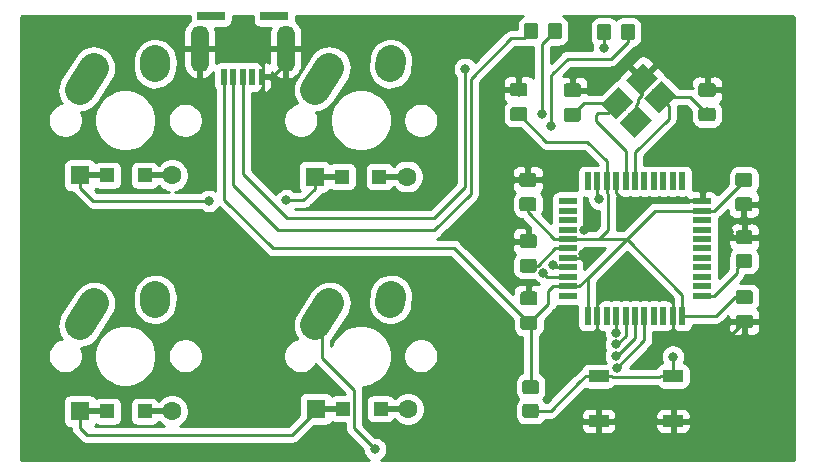
<source format=gbl>
G04 #@! TF.GenerationSoftware,KiCad,Pcbnew,(5.1.4-0-10_14)*
G04 #@! TF.CreationDate,2021-05-07T18:37:14+08:00*
G04 #@! TF.ProjectId,rqm-pcb,72716d2d-7063-4622-9e6b-696361645f70,rev?*
G04 #@! TF.SameCoordinates,Original*
G04 #@! TF.FileFunction,Copper,L2,Bot*
G04 #@! TF.FilePolarity,Positive*
%FSLAX46Y46*%
G04 Gerber Fmt 4.6, Leading zero omitted, Abs format (unit mm)*
G04 Created by KiCad (PCBNEW (5.1.4-0-10_14)) date 2021-05-07 18:37:14*
%MOMM*%
%LPD*%
G04 APERTURE LIST*
%ADD10R,2.350000X0.800000*%
%ADD11R,0.500000X1.400000*%
%ADD12O,1.500000X4.000000*%
%ADD13C,2.500000*%
%ADD14C,2.500000*%
%ADD15C,0.100000*%
%ADD16C,1.175000*%
%ADD17R,1.200000X1.200000*%
%ADD18R,1.600000X1.600000*%
%ADD19C,1.600000*%
%ADD20R,2.500000X0.500000*%
%ADD21C,1.200000*%
%ADD22R,1.700000X1.000000*%
%ADD23R,1.500000X0.550000*%
%ADD24R,0.550000X1.500000*%
%ADD25C,1.800000*%
%ADD26C,0.800000*%
%ADD27C,0.250000*%
%ADD28C,0.254000*%
G04 APERTURE END LIST*
D10*
X104325000Y-77860000D03*
X98975000Y-77860000D03*
D11*
X100050000Y-83060000D03*
X100850000Y-83060000D03*
X101650000Y-83060000D03*
X102450000Y-83060000D03*
X103250000Y-83060000D03*
D12*
X98000000Y-80660000D03*
X105300000Y-80660000D03*
D13*
X114164201Y-81944201D03*
D14*
X114183925Y-81654873D02*
X114144477Y-82233529D01*
D13*
X108389201Y-83214201D03*
D14*
X108993663Y-82265386D02*
X107784739Y-84163016D01*
D15*
G36*
X130059504Y-85681204D02*
G01*
X130083773Y-85684804D01*
X130107571Y-85690765D01*
X130130671Y-85699030D01*
X130152849Y-85709520D01*
X130173893Y-85722133D01*
X130193598Y-85736747D01*
X130211777Y-85753223D01*
X130228253Y-85771402D01*
X130242867Y-85791107D01*
X130255480Y-85812151D01*
X130265970Y-85834329D01*
X130274235Y-85857429D01*
X130280196Y-85881227D01*
X130283796Y-85905496D01*
X130285000Y-85930000D01*
X130285000Y-86605000D01*
X130283796Y-86629504D01*
X130280196Y-86653773D01*
X130274235Y-86677571D01*
X130265970Y-86700671D01*
X130255480Y-86722849D01*
X130242867Y-86743893D01*
X130228253Y-86763598D01*
X130211777Y-86781777D01*
X130193598Y-86798253D01*
X130173893Y-86812867D01*
X130152849Y-86825480D01*
X130130671Y-86835970D01*
X130107571Y-86844235D01*
X130083773Y-86850196D01*
X130059504Y-86853796D01*
X130035000Y-86855000D01*
X129085000Y-86855000D01*
X129060496Y-86853796D01*
X129036227Y-86850196D01*
X129012429Y-86844235D01*
X128989329Y-86835970D01*
X128967151Y-86825480D01*
X128946107Y-86812867D01*
X128926402Y-86798253D01*
X128908223Y-86781777D01*
X128891747Y-86763598D01*
X128877133Y-86743893D01*
X128864520Y-86722849D01*
X128854030Y-86700671D01*
X128845765Y-86677571D01*
X128839804Y-86653773D01*
X128836204Y-86629504D01*
X128835000Y-86605000D01*
X128835000Y-85930000D01*
X128836204Y-85905496D01*
X128839804Y-85881227D01*
X128845765Y-85857429D01*
X128854030Y-85834329D01*
X128864520Y-85812151D01*
X128877133Y-85791107D01*
X128891747Y-85771402D01*
X128908223Y-85753223D01*
X128926402Y-85736747D01*
X128946107Y-85722133D01*
X128967151Y-85709520D01*
X128989329Y-85699030D01*
X129012429Y-85690765D01*
X129036227Y-85684804D01*
X129060496Y-85681204D01*
X129085000Y-85680000D01*
X130035000Y-85680000D01*
X130059504Y-85681204D01*
X130059504Y-85681204D01*
G37*
D16*
X129560000Y-86267500D03*
D15*
G36*
X130059504Y-83606204D02*
G01*
X130083773Y-83609804D01*
X130107571Y-83615765D01*
X130130671Y-83624030D01*
X130152849Y-83634520D01*
X130173893Y-83647133D01*
X130193598Y-83661747D01*
X130211777Y-83678223D01*
X130228253Y-83696402D01*
X130242867Y-83716107D01*
X130255480Y-83737151D01*
X130265970Y-83759329D01*
X130274235Y-83782429D01*
X130280196Y-83806227D01*
X130283796Y-83830496D01*
X130285000Y-83855000D01*
X130285000Y-84530000D01*
X130283796Y-84554504D01*
X130280196Y-84578773D01*
X130274235Y-84602571D01*
X130265970Y-84625671D01*
X130255480Y-84647849D01*
X130242867Y-84668893D01*
X130228253Y-84688598D01*
X130211777Y-84706777D01*
X130193598Y-84723253D01*
X130173893Y-84737867D01*
X130152849Y-84750480D01*
X130130671Y-84760970D01*
X130107571Y-84769235D01*
X130083773Y-84775196D01*
X130059504Y-84778796D01*
X130035000Y-84780000D01*
X129085000Y-84780000D01*
X129060496Y-84778796D01*
X129036227Y-84775196D01*
X129012429Y-84769235D01*
X128989329Y-84760970D01*
X128967151Y-84750480D01*
X128946107Y-84737867D01*
X128926402Y-84723253D01*
X128908223Y-84706777D01*
X128891747Y-84688598D01*
X128877133Y-84668893D01*
X128864520Y-84647849D01*
X128854030Y-84625671D01*
X128845765Y-84602571D01*
X128839804Y-84578773D01*
X128836204Y-84554504D01*
X128835000Y-84530000D01*
X128835000Y-83855000D01*
X128836204Y-83830496D01*
X128839804Y-83806227D01*
X128845765Y-83782429D01*
X128854030Y-83759329D01*
X128864520Y-83737151D01*
X128877133Y-83716107D01*
X128891747Y-83696402D01*
X128908223Y-83678223D01*
X128926402Y-83661747D01*
X128946107Y-83647133D01*
X128967151Y-83634520D01*
X128989329Y-83624030D01*
X129012429Y-83615765D01*
X129036227Y-83609804D01*
X129060496Y-83606204D01*
X129085000Y-83605000D01*
X130035000Y-83605000D01*
X130059504Y-83606204D01*
X130059504Y-83606204D01*
G37*
D16*
X129560000Y-84192500D03*
D15*
G36*
X141459504Y-83576204D02*
G01*
X141483773Y-83579804D01*
X141507571Y-83585765D01*
X141530671Y-83594030D01*
X141552849Y-83604520D01*
X141573893Y-83617133D01*
X141593598Y-83631747D01*
X141611777Y-83648223D01*
X141628253Y-83666402D01*
X141642867Y-83686107D01*
X141655480Y-83707151D01*
X141665970Y-83729329D01*
X141674235Y-83752429D01*
X141680196Y-83776227D01*
X141683796Y-83800496D01*
X141685000Y-83825000D01*
X141685000Y-84500000D01*
X141683796Y-84524504D01*
X141680196Y-84548773D01*
X141674235Y-84572571D01*
X141665970Y-84595671D01*
X141655480Y-84617849D01*
X141642867Y-84638893D01*
X141628253Y-84658598D01*
X141611777Y-84676777D01*
X141593598Y-84693253D01*
X141573893Y-84707867D01*
X141552849Y-84720480D01*
X141530671Y-84730970D01*
X141507571Y-84739235D01*
X141483773Y-84745196D01*
X141459504Y-84748796D01*
X141435000Y-84750000D01*
X140485000Y-84750000D01*
X140460496Y-84748796D01*
X140436227Y-84745196D01*
X140412429Y-84739235D01*
X140389329Y-84730970D01*
X140367151Y-84720480D01*
X140346107Y-84707867D01*
X140326402Y-84693253D01*
X140308223Y-84676777D01*
X140291747Y-84658598D01*
X140277133Y-84638893D01*
X140264520Y-84617849D01*
X140254030Y-84595671D01*
X140245765Y-84572571D01*
X140239804Y-84548773D01*
X140236204Y-84524504D01*
X140235000Y-84500000D01*
X140235000Y-83825000D01*
X140236204Y-83800496D01*
X140239804Y-83776227D01*
X140245765Y-83752429D01*
X140254030Y-83729329D01*
X140264520Y-83707151D01*
X140277133Y-83686107D01*
X140291747Y-83666402D01*
X140308223Y-83648223D01*
X140326402Y-83631747D01*
X140346107Y-83617133D01*
X140367151Y-83604520D01*
X140389329Y-83594030D01*
X140412429Y-83585765D01*
X140436227Y-83579804D01*
X140460496Y-83576204D01*
X140485000Y-83575000D01*
X141435000Y-83575000D01*
X141459504Y-83576204D01*
X141459504Y-83576204D01*
G37*
D16*
X140960000Y-84162500D03*
D15*
G36*
X141459504Y-85651204D02*
G01*
X141483773Y-85654804D01*
X141507571Y-85660765D01*
X141530671Y-85669030D01*
X141552849Y-85679520D01*
X141573893Y-85692133D01*
X141593598Y-85706747D01*
X141611777Y-85723223D01*
X141628253Y-85741402D01*
X141642867Y-85761107D01*
X141655480Y-85782151D01*
X141665970Y-85804329D01*
X141674235Y-85827429D01*
X141680196Y-85851227D01*
X141683796Y-85875496D01*
X141685000Y-85900000D01*
X141685000Y-86575000D01*
X141683796Y-86599504D01*
X141680196Y-86623773D01*
X141674235Y-86647571D01*
X141665970Y-86670671D01*
X141655480Y-86692849D01*
X141642867Y-86713893D01*
X141628253Y-86733598D01*
X141611777Y-86751777D01*
X141593598Y-86768253D01*
X141573893Y-86782867D01*
X141552849Y-86795480D01*
X141530671Y-86805970D01*
X141507571Y-86814235D01*
X141483773Y-86820196D01*
X141459504Y-86823796D01*
X141435000Y-86825000D01*
X140485000Y-86825000D01*
X140460496Y-86823796D01*
X140436227Y-86820196D01*
X140412429Y-86814235D01*
X140389329Y-86805970D01*
X140367151Y-86795480D01*
X140346107Y-86782867D01*
X140326402Y-86768253D01*
X140308223Y-86751777D01*
X140291747Y-86733598D01*
X140277133Y-86713893D01*
X140264520Y-86692849D01*
X140254030Y-86670671D01*
X140245765Y-86647571D01*
X140239804Y-86623773D01*
X140236204Y-86599504D01*
X140235000Y-86575000D01*
X140235000Y-85900000D01*
X140236204Y-85875496D01*
X140239804Y-85851227D01*
X140245765Y-85827429D01*
X140254030Y-85804329D01*
X140264520Y-85782151D01*
X140277133Y-85761107D01*
X140291747Y-85741402D01*
X140308223Y-85723223D01*
X140326402Y-85706747D01*
X140346107Y-85692133D01*
X140367151Y-85679520D01*
X140389329Y-85669030D01*
X140412429Y-85660765D01*
X140436227Y-85654804D01*
X140460496Y-85651204D01*
X140485000Y-85650000D01*
X141435000Y-85650000D01*
X141459504Y-85651204D01*
X141459504Y-85651204D01*
G37*
D16*
X140960000Y-86237500D03*
D15*
G36*
X144619504Y-101106204D02*
G01*
X144643773Y-101109804D01*
X144667571Y-101115765D01*
X144690671Y-101124030D01*
X144712849Y-101134520D01*
X144733893Y-101147133D01*
X144753598Y-101161747D01*
X144771777Y-101178223D01*
X144788253Y-101196402D01*
X144802867Y-101216107D01*
X144815480Y-101237151D01*
X144825970Y-101259329D01*
X144834235Y-101282429D01*
X144840196Y-101306227D01*
X144843796Y-101330496D01*
X144845000Y-101355000D01*
X144845000Y-102030000D01*
X144843796Y-102054504D01*
X144840196Y-102078773D01*
X144834235Y-102102571D01*
X144825970Y-102125671D01*
X144815480Y-102147849D01*
X144802867Y-102168893D01*
X144788253Y-102188598D01*
X144771777Y-102206777D01*
X144753598Y-102223253D01*
X144733893Y-102237867D01*
X144712849Y-102250480D01*
X144690671Y-102260970D01*
X144667571Y-102269235D01*
X144643773Y-102275196D01*
X144619504Y-102278796D01*
X144595000Y-102280000D01*
X143645000Y-102280000D01*
X143620496Y-102278796D01*
X143596227Y-102275196D01*
X143572429Y-102269235D01*
X143549329Y-102260970D01*
X143527151Y-102250480D01*
X143506107Y-102237867D01*
X143486402Y-102223253D01*
X143468223Y-102206777D01*
X143451747Y-102188598D01*
X143437133Y-102168893D01*
X143424520Y-102147849D01*
X143414030Y-102125671D01*
X143405765Y-102102571D01*
X143399804Y-102078773D01*
X143396204Y-102054504D01*
X143395000Y-102030000D01*
X143395000Y-101355000D01*
X143396204Y-101330496D01*
X143399804Y-101306227D01*
X143405765Y-101282429D01*
X143414030Y-101259329D01*
X143424520Y-101237151D01*
X143437133Y-101216107D01*
X143451747Y-101196402D01*
X143468223Y-101178223D01*
X143486402Y-101161747D01*
X143506107Y-101147133D01*
X143527151Y-101134520D01*
X143549329Y-101124030D01*
X143572429Y-101115765D01*
X143596227Y-101109804D01*
X143620496Y-101106204D01*
X143645000Y-101105000D01*
X144595000Y-101105000D01*
X144619504Y-101106204D01*
X144619504Y-101106204D01*
G37*
D16*
X144120000Y-101692500D03*
D15*
G36*
X144619504Y-103181204D02*
G01*
X144643773Y-103184804D01*
X144667571Y-103190765D01*
X144690671Y-103199030D01*
X144712849Y-103209520D01*
X144733893Y-103222133D01*
X144753598Y-103236747D01*
X144771777Y-103253223D01*
X144788253Y-103271402D01*
X144802867Y-103291107D01*
X144815480Y-103312151D01*
X144825970Y-103334329D01*
X144834235Y-103357429D01*
X144840196Y-103381227D01*
X144843796Y-103405496D01*
X144845000Y-103430000D01*
X144845000Y-104105000D01*
X144843796Y-104129504D01*
X144840196Y-104153773D01*
X144834235Y-104177571D01*
X144825970Y-104200671D01*
X144815480Y-104222849D01*
X144802867Y-104243893D01*
X144788253Y-104263598D01*
X144771777Y-104281777D01*
X144753598Y-104298253D01*
X144733893Y-104312867D01*
X144712849Y-104325480D01*
X144690671Y-104335970D01*
X144667571Y-104344235D01*
X144643773Y-104350196D01*
X144619504Y-104353796D01*
X144595000Y-104355000D01*
X143645000Y-104355000D01*
X143620496Y-104353796D01*
X143596227Y-104350196D01*
X143572429Y-104344235D01*
X143549329Y-104335970D01*
X143527151Y-104325480D01*
X143506107Y-104312867D01*
X143486402Y-104298253D01*
X143468223Y-104281777D01*
X143451747Y-104263598D01*
X143437133Y-104243893D01*
X143424520Y-104222849D01*
X143414030Y-104200671D01*
X143405765Y-104177571D01*
X143399804Y-104153773D01*
X143396204Y-104129504D01*
X143395000Y-104105000D01*
X143395000Y-103430000D01*
X143396204Y-103405496D01*
X143399804Y-103381227D01*
X143405765Y-103357429D01*
X143414030Y-103334329D01*
X143424520Y-103312151D01*
X143437133Y-103291107D01*
X143451747Y-103271402D01*
X143468223Y-103253223D01*
X143486402Y-103236747D01*
X143506107Y-103222133D01*
X143527151Y-103209520D01*
X143549329Y-103199030D01*
X143572429Y-103190765D01*
X143596227Y-103184804D01*
X143620496Y-103181204D01*
X143645000Y-103180000D01*
X144595000Y-103180000D01*
X144619504Y-103181204D01*
X144619504Y-103181204D01*
G37*
D16*
X144120000Y-103767500D03*
D15*
G36*
X144579504Y-93251204D02*
G01*
X144603773Y-93254804D01*
X144627571Y-93260765D01*
X144650671Y-93269030D01*
X144672849Y-93279520D01*
X144693893Y-93292133D01*
X144713598Y-93306747D01*
X144731777Y-93323223D01*
X144748253Y-93341402D01*
X144762867Y-93361107D01*
X144775480Y-93382151D01*
X144785970Y-93404329D01*
X144794235Y-93427429D01*
X144800196Y-93451227D01*
X144803796Y-93475496D01*
X144805000Y-93500000D01*
X144805000Y-94175000D01*
X144803796Y-94199504D01*
X144800196Y-94223773D01*
X144794235Y-94247571D01*
X144785970Y-94270671D01*
X144775480Y-94292849D01*
X144762867Y-94313893D01*
X144748253Y-94333598D01*
X144731777Y-94351777D01*
X144713598Y-94368253D01*
X144693893Y-94382867D01*
X144672849Y-94395480D01*
X144650671Y-94405970D01*
X144627571Y-94414235D01*
X144603773Y-94420196D01*
X144579504Y-94423796D01*
X144555000Y-94425000D01*
X143605000Y-94425000D01*
X143580496Y-94423796D01*
X143556227Y-94420196D01*
X143532429Y-94414235D01*
X143509329Y-94405970D01*
X143487151Y-94395480D01*
X143466107Y-94382867D01*
X143446402Y-94368253D01*
X143428223Y-94351777D01*
X143411747Y-94333598D01*
X143397133Y-94313893D01*
X143384520Y-94292849D01*
X143374030Y-94270671D01*
X143365765Y-94247571D01*
X143359804Y-94223773D01*
X143356204Y-94199504D01*
X143355000Y-94175000D01*
X143355000Y-93500000D01*
X143356204Y-93475496D01*
X143359804Y-93451227D01*
X143365765Y-93427429D01*
X143374030Y-93404329D01*
X143384520Y-93382151D01*
X143397133Y-93361107D01*
X143411747Y-93341402D01*
X143428223Y-93323223D01*
X143446402Y-93306747D01*
X143466107Y-93292133D01*
X143487151Y-93279520D01*
X143509329Y-93269030D01*
X143532429Y-93260765D01*
X143556227Y-93254804D01*
X143580496Y-93251204D01*
X143605000Y-93250000D01*
X144555000Y-93250000D01*
X144579504Y-93251204D01*
X144579504Y-93251204D01*
G37*
D16*
X144080000Y-93837500D03*
D15*
G36*
X144579504Y-91176204D02*
G01*
X144603773Y-91179804D01*
X144627571Y-91185765D01*
X144650671Y-91194030D01*
X144672849Y-91204520D01*
X144693893Y-91217133D01*
X144713598Y-91231747D01*
X144731777Y-91248223D01*
X144748253Y-91266402D01*
X144762867Y-91286107D01*
X144775480Y-91307151D01*
X144785970Y-91329329D01*
X144794235Y-91352429D01*
X144800196Y-91376227D01*
X144803796Y-91400496D01*
X144805000Y-91425000D01*
X144805000Y-92100000D01*
X144803796Y-92124504D01*
X144800196Y-92148773D01*
X144794235Y-92172571D01*
X144785970Y-92195671D01*
X144775480Y-92217849D01*
X144762867Y-92238893D01*
X144748253Y-92258598D01*
X144731777Y-92276777D01*
X144713598Y-92293253D01*
X144693893Y-92307867D01*
X144672849Y-92320480D01*
X144650671Y-92330970D01*
X144627571Y-92339235D01*
X144603773Y-92345196D01*
X144579504Y-92348796D01*
X144555000Y-92350000D01*
X143605000Y-92350000D01*
X143580496Y-92348796D01*
X143556227Y-92345196D01*
X143532429Y-92339235D01*
X143509329Y-92330970D01*
X143487151Y-92320480D01*
X143466107Y-92307867D01*
X143446402Y-92293253D01*
X143428223Y-92276777D01*
X143411747Y-92258598D01*
X143397133Y-92238893D01*
X143384520Y-92217849D01*
X143374030Y-92195671D01*
X143365765Y-92172571D01*
X143359804Y-92148773D01*
X143356204Y-92124504D01*
X143355000Y-92100000D01*
X143355000Y-91425000D01*
X143356204Y-91400496D01*
X143359804Y-91376227D01*
X143365765Y-91352429D01*
X143374030Y-91329329D01*
X143384520Y-91307151D01*
X143397133Y-91286107D01*
X143411747Y-91266402D01*
X143428223Y-91248223D01*
X143446402Y-91231747D01*
X143466107Y-91217133D01*
X143487151Y-91204520D01*
X143509329Y-91194030D01*
X143532429Y-91185765D01*
X143556227Y-91179804D01*
X143580496Y-91176204D01*
X143605000Y-91175000D01*
X144555000Y-91175000D01*
X144579504Y-91176204D01*
X144579504Y-91176204D01*
G37*
D16*
X144080000Y-91762500D03*
D15*
G36*
X126289504Y-93251204D02*
G01*
X126313773Y-93254804D01*
X126337571Y-93260765D01*
X126360671Y-93269030D01*
X126382849Y-93279520D01*
X126403893Y-93292133D01*
X126423598Y-93306747D01*
X126441777Y-93323223D01*
X126458253Y-93341402D01*
X126472867Y-93361107D01*
X126485480Y-93382151D01*
X126495970Y-93404329D01*
X126504235Y-93427429D01*
X126510196Y-93451227D01*
X126513796Y-93475496D01*
X126515000Y-93500000D01*
X126515000Y-94175000D01*
X126513796Y-94199504D01*
X126510196Y-94223773D01*
X126504235Y-94247571D01*
X126495970Y-94270671D01*
X126485480Y-94292849D01*
X126472867Y-94313893D01*
X126458253Y-94333598D01*
X126441777Y-94351777D01*
X126423598Y-94368253D01*
X126403893Y-94382867D01*
X126382849Y-94395480D01*
X126360671Y-94405970D01*
X126337571Y-94414235D01*
X126313773Y-94420196D01*
X126289504Y-94423796D01*
X126265000Y-94425000D01*
X125315000Y-94425000D01*
X125290496Y-94423796D01*
X125266227Y-94420196D01*
X125242429Y-94414235D01*
X125219329Y-94405970D01*
X125197151Y-94395480D01*
X125176107Y-94382867D01*
X125156402Y-94368253D01*
X125138223Y-94351777D01*
X125121747Y-94333598D01*
X125107133Y-94313893D01*
X125094520Y-94292849D01*
X125084030Y-94270671D01*
X125075765Y-94247571D01*
X125069804Y-94223773D01*
X125066204Y-94199504D01*
X125065000Y-94175000D01*
X125065000Y-93500000D01*
X125066204Y-93475496D01*
X125069804Y-93451227D01*
X125075765Y-93427429D01*
X125084030Y-93404329D01*
X125094520Y-93382151D01*
X125107133Y-93361107D01*
X125121747Y-93341402D01*
X125138223Y-93323223D01*
X125156402Y-93306747D01*
X125176107Y-93292133D01*
X125197151Y-93279520D01*
X125219329Y-93269030D01*
X125242429Y-93260765D01*
X125266227Y-93254804D01*
X125290496Y-93251204D01*
X125315000Y-93250000D01*
X126265000Y-93250000D01*
X126289504Y-93251204D01*
X126289504Y-93251204D01*
G37*
D16*
X125790000Y-93837500D03*
D15*
G36*
X126289504Y-91176204D02*
G01*
X126313773Y-91179804D01*
X126337571Y-91185765D01*
X126360671Y-91194030D01*
X126382849Y-91204520D01*
X126403893Y-91217133D01*
X126423598Y-91231747D01*
X126441777Y-91248223D01*
X126458253Y-91266402D01*
X126472867Y-91286107D01*
X126485480Y-91307151D01*
X126495970Y-91329329D01*
X126504235Y-91352429D01*
X126510196Y-91376227D01*
X126513796Y-91400496D01*
X126515000Y-91425000D01*
X126515000Y-92100000D01*
X126513796Y-92124504D01*
X126510196Y-92148773D01*
X126504235Y-92172571D01*
X126495970Y-92195671D01*
X126485480Y-92217849D01*
X126472867Y-92238893D01*
X126458253Y-92258598D01*
X126441777Y-92276777D01*
X126423598Y-92293253D01*
X126403893Y-92307867D01*
X126382849Y-92320480D01*
X126360671Y-92330970D01*
X126337571Y-92339235D01*
X126313773Y-92345196D01*
X126289504Y-92348796D01*
X126265000Y-92350000D01*
X125315000Y-92350000D01*
X125290496Y-92348796D01*
X125266227Y-92345196D01*
X125242429Y-92339235D01*
X125219329Y-92330970D01*
X125197151Y-92320480D01*
X125176107Y-92307867D01*
X125156402Y-92293253D01*
X125138223Y-92276777D01*
X125121747Y-92258598D01*
X125107133Y-92238893D01*
X125094520Y-92217849D01*
X125084030Y-92195671D01*
X125075765Y-92172571D01*
X125069804Y-92148773D01*
X125066204Y-92124504D01*
X125065000Y-92100000D01*
X125065000Y-91425000D01*
X125066204Y-91400496D01*
X125069804Y-91376227D01*
X125075765Y-91352429D01*
X125084030Y-91329329D01*
X125094520Y-91307151D01*
X125107133Y-91286107D01*
X125121747Y-91266402D01*
X125138223Y-91248223D01*
X125156402Y-91231747D01*
X125176107Y-91217133D01*
X125197151Y-91204520D01*
X125219329Y-91194030D01*
X125242429Y-91185765D01*
X125266227Y-91179804D01*
X125290496Y-91176204D01*
X125315000Y-91175000D01*
X126265000Y-91175000D01*
X126289504Y-91176204D01*
X126289504Y-91176204D01*
G37*
D16*
X125790000Y-91762500D03*
D15*
G36*
X125509504Y-83536204D02*
G01*
X125533773Y-83539804D01*
X125557571Y-83545765D01*
X125580671Y-83554030D01*
X125602849Y-83564520D01*
X125623893Y-83577133D01*
X125643598Y-83591747D01*
X125661777Y-83608223D01*
X125678253Y-83626402D01*
X125692867Y-83646107D01*
X125705480Y-83667151D01*
X125715970Y-83689329D01*
X125724235Y-83712429D01*
X125730196Y-83736227D01*
X125733796Y-83760496D01*
X125735000Y-83785000D01*
X125735000Y-84460000D01*
X125733796Y-84484504D01*
X125730196Y-84508773D01*
X125724235Y-84532571D01*
X125715970Y-84555671D01*
X125705480Y-84577849D01*
X125692867Y-84598893D01*
X125678253Y-84618598D01*
X125661777Y-84636777D01*
X125643598Y-84653253D01*
X125623893Y-84667867D01*
X125602849Y-84680480D01*
X125580671Y-84690970D01*
X125557571Y-84699235D01*
X125533773Y-84705196D01*
X125509504Y-84708796D01*
X125485000Y-84710000D01*
X124535000Y-84710000D01*
X124510496Y-84708796D01*
X124486227Y-84705196D01*
X124462429Y-84699235D01*
X124439329Y-84690970D01*
X124417151Y-84680480D01*
X124396107Y-84667867D01*
X124376402Y-84653253D01*
X124358223Y-84636777D01*
X124341747Y-84618598D01*
X124327133Y-84598893D01*
X124314520Y-84577849D01*
X124304030Y-84555671D01*
X124295765Y-84532571D01*
X124289804Y-84508773D01*
X124286204Y-84484504D01*
X124285000Y-84460000D01*
X124285000Y-83785000D01*
X124286204Y-83760496D01*
X124289804Y-83736227D01*
X124295765Y-83712429D01*
X124304030Y-83689329D01*
X124314520Y-83667151D01*
X124327133Y-83646107D01*
X124341747Y-83626402D01*
X124358223Y-83608223D01*
X124376402Y-83591747D01*
X124396107Y-83577133D01*
X124417151Y-83564520D01*
X124439329Y-83554030D01*
X124462429Y-83545765D01*
X124486227Y-83539804D01*
X124510496Y-83536204D01*
X124535000Y-83535000D01*
X125485000Y-83535000D01*
X125509504Y-83536204D01*
X125509504Y-83536204D01*
G37*
D16*
X125010000Y-84122500D03*
D15*
G36*
X125509504Y-85611204D02*
G01*
X125533773Y-85614804D01*
X125557571Y-85620765D01*
X125580671Y-85629030D01*
X125602849Y-85639520D01*
X125623893Y-85652133D01*
X125643598Y-85666747D01*
X125661777Y-85683223D01*
X125678253Y-85701402D01*
X125692867Y-85721107D01*
X125705480Y-85742151D01*
X125715970Y-85764329D01*
X125724235Y-85787429D01*
X125730196Y-85811227D01*
X125733796Y-85835496D01*
X125735000Y-85860000D01*
X125735000Y-86535000D01*
X125733796Y-86559504D01*
X125730196Y-86583773D01*
X125724235Y-86607571D01*
X125715970Y-86630671D01*
X125705480Y-86652849D01*
X125692867Y-86673893D01*
X125678253Y-86693598D01*
X125661777Y-86711777D01*
X125643598Y-86728253D01*
X125623893Y-86742867D01*
X125602849Y-86755480D01*
X125580671Y-86765970D01*
X125557571Y-86774235D01*
X125533773Y-86780196D01*
X125509504Y-86783796D01*
X125485000Y-86785000D01*
X124535000Y-86785000D01*
X124510496Y-86783796D01*
X124486227Y-86780196D01*
X124462429Y-86774235D01*
X124439329Y-86765970D01*
X124417151Y-86755480D01*
X124396107Y-86742867D01*
X124376402Y-86728253D01*
X124358223Y-86711777D01*
X124341747Y-86693598D01*
X124327133Y-86673893D01*
X124314520Y-86652849D01*
X124304030Y-86630671D01*
X124295765Y-86607571D01*
X124289804Y-86583773D01*
X124286204Y-86559504D01*
X124285000Y-86535000D01*
X124285000Y-85860000D01*
X124286204Y-85835496D01*
X124289804Y-85811227D01*
X124295765Y-85787429D01*
X124304030Y-85764329D01*
X124314520Y-85742151D01*
X124327133Y-85721107D01*
X124341747Y-85701402D01*
X124358223Y-85683223D01*
X124376402Y-85666747D01*
X124396107Y-85652133D01*
X124417151Y-85639520D01*
X124439329Y-85629030D01*
X124462429Y-85620765D01*
X124486227Y-85614804D01*
X124510496Y-85611204D01*
X124535000Y-85610000D01*
X125485000Y-85610000D01*
X125509504Y-85611204D01*
X125509504Y-85611204D01*
G37*
D16*
X125010000Y-86197500D03*
D15*
G36*
X126379504Y-103301204D02*
G01*
X126403773Y-103304804D01*
X126427571Y-103310765D01*
X126450671Y-103319030D01*
X126472849Y-103329520D01*
X126493893Y-103342133D01*
X126513598Y-103356747D01*
X126531777Y-103373223D01*
X126548253Y-103391402D01*
X126562867Y-103411107D01*
X126575480Y-103432151D01*
X126585970Y-103454329D01*
X126594235Y-103477429D01*
X126600196Y-103501227D01*
X126603796Y-103525496D01*
X126605000Y-103550000D01*
X126605000Y-104225000D01*
X126603796Y-104249504D01*
X126600196Y-104273773D01*
X126594235Y-104297571D01*
X126585970Y-104320671D01*
X126575480Y-104342849D01*
X126562867Y-104363893D01*
X126548253Y-104383598D01*
X126531777Y-104401777D01*
X126513598Y-104418253D01*
X126493893Y-104432867D01*
X126472849Y-104445480D01*
X126450671Y-104455970D01*
X126427571Y-104464235D01*
X126403773Y-104470196D01*
X126379504Y-104473796D01*
X126355000Y-104475000D01*
X125405000Y-104475000D01*
X125380496Y-104473796D01*
X125356227Y-104470196D01*
X125332429Y-104464235D01*
X125309329Y-104455970D01*
X125287151Y-104445480D01*
X125266107Y-104432867D01*
X125246402Y-104418253D01*
X125228223Y-104401777D01*
X125211747Y-104383598D01*
X125197133Y-104363893D01*
X125184520Y-104342849D01*
X125174030Y-104320671D01*
X125165765Y-104297571D01*
X125159804Y-104273773D01*
X125156204Y-104249504D01*
X125155000Y-104225000D01*
X125155000Y-103550000D01*
X125156204Y-103525496D01*
X125159804Y-103501227D01*
X125165765Y-103477429D01*
X125174030Y-103454329D01*
X125184520Y-103432151D01*
X125197133Y-103411107D01*
X125211747Y-103391402D01*
X125228223Y-103373223D01*
X125246402Y-103356747D01*
X125266107Y-103342133D01*
X125287151Y-103329520D01*
X125309329Y-103319030D01*
X125332429Y-103310765D01*
X125356227Y-103304804D01*
X125380496Y-103301204D01*
X125405000Y-103300000D01*
X126355000Y-103300000D01*
X126379504Y-103301204D01*
X126379504Y-103301204D01*
G37*
D16*
X125880000Y-103887500D03*
D15*
G36*
X126379504Y-101226204D02*
G01*
X126403773Y-101229804D01*
X126427571Y-101235765D01*
X126450671Y-101244030D01*
X126472849Y-101254520D01*
X126493893Y-101267133D01*
X126513598Y-101281747D01*
X126531777Y-101298223D01*
X126548253Y-101316402D01*
X126562867Y-101336107D01*
X126575480Y-101357151D01*
X126585970Y-101379329D01*
X126594235Y-101402429D01*
X126600196Y-101426227D01*
X126603796Y-101450496D01*
X126605000Y-101475000D01*
X126605000Y-102150000D01*
X126603796Y-102174504D01*
X126600196Y-102198773D01*
X126594235Y-102222571D01*
X126585970Y-102245671D01*
X126575480Y-102267849D01*
X126562867Y-102288893D01*
X126548253Y-102308598D01*
X126531777Y-102326777D01*
X126513598Y-102343253D01*
X126493893Y-102357867D01*
X126472849Y-102370480D01*
X126450671Y-102380970D01*
X126427571Y-102389235D01*
X126403773Y-102395196D01*
X126379504Y-102398796D01*
X126355000Y-102400000D01*
X125405000Y-102400000D01*
X125380496Y-102398796D01*
X125356227Y-102395196D01*
X125332429Y-102389235D01*
X125309329Y-102380970D01*
X125287151Y-102370480D01*
X125266107Y-102357867D01*
X125246402Y-102343253D01*
X125228223Y-102326777D01*
X125211747Y-102308598D01*
X125197133Y-102288893D01*
X125184520Y-102267849D01*
X125174030Y-102245671D01*
X125165765Y-102222571D01*
X125159804Y-102198773D01*
X125156204Y-102174504D01*
X125155000Y-102150000D01*
X125155000Y-101475000D01*
X125156204Y-101450496D01*
X125159804Y-101426227D01*
X125165765Y-101402429D01*
X125174030Y-101379329D01*
X125184520Y-101357151D01*
X125197133Y-101336107D01*
X125211747Y-101316402D01*
X125228223Y-101298223D01*
X125246402Y-101281747D01*
X125266107Y-101267133D01*
X125287151Y-101254520D01*
X125309329Y-101244030D01*
X125332429Y-101235765D01*
X125356227Y-101229804D01*
X125380496Y-101226204D01*
X125405000Y-101225000D01*
X126355000Y-101225000D01*
X126379504Y-101226204D01*
X126379504Y-101226204D01*
G37*
D16*
X125880000Y-101812500D03*
D15*
G36*
X126309504Y-96376204D02*
G01*
X126333773Y-96379804D01*
X126357571Y-96385765D01*
X126380671Y-96394030D01*
X126402849Y-96404520D01*
X126423893Y-96417133D01*
X126443598Y-96431747D01*
X126461777Y-96448223D01*
X126478253Y-96466402D01*
X126492867Y-96486107D01*
X126505480Y-96507151D01*
X126515970Y-96529329D01*
X126524235Y-96552429D01*
X126530196Y-96576227D01*
X126533796Y-96600496D01*
X126535000Y-96625000D01*
X126535000Y-97300000D01*
X126533796Y-97324504D01*
X126530196Y-97348773D01*
X126524235Y-97372571D01*
X126515970Y-97395671D01*
X126505480Y-97417849D01*
X126492867Y-97438893D01*
X126478253Y-97458598D01*
X126461777Y-97476777D01*
X126443598Y-97493253D01*
X126423893Y-97507867D01*
X126402849Y-97520480D01*
X126380671Y-97530970D01*
X126357571Y-97539235D01*
X126333773Y-97545196D01*
X126309504Y-97548796D01*
X126285000Y-97550000D01*
X125335000Y-97550000D01*
X125310496Y-97548796D01*
X125286227Y-97545196D01*
X125262429Y-97539235D01*
X125239329Y-97530970D01*
X125217151Y-97520480D01*
X125196107Y-97507867D01*
X125176402Y-97493253D01*
X125158223Y-97476777D01*
X125141747Y-97458598D01*
X125127133Y-97438893D01*
X125114520Y-97417849D01*
X125104030Y-97395671D01*
X125095765Y-97372571D01*
X125089804Y-97348773D01*
X125086204Y-97324504D01*
X125085000Y-97300000D01*
X125085000Y-96625000D01*
X125086204Y-96600496D01*
X125089804Y-96576227D01*
X125095765Y-96552429D01*
X125104030Y-96529329D01*
X125114520Y-96507151D01*
X125127133Y-96486107D01*
X125141747Y-96466402D01*
X125158223Y-96448223D01*
X125176402Y-96431747D01*
X125196107Y-96417133D01*
X125217151Y-96404520D01*
X125239329Y-96394030D01*
X125262429Y-96385765D01*
X125286227Y-96379804D01*
X125310496Y-96376204D01*
X125335000Y-96375000D01*
X126285000Y-96375000D01*
X126309504Y-96376204D01*
X126309504Y-96376204D01*
G37*
D16*
X125810000Y-96962500D03*
D15*
G36*
X126309504Y-98451204D02*
G01*
X126333773Y-98454804D01*
X126357571Y-98460765D01*
X126380671Y-98469030D01*
X126402849Y-98479520D01*
X126423893Y-98492133D01*
X126443598Y-98506747D01*
X126461777Y-98523223D01*
X126478253Y-98541402D01*
X126492867Y-98561107D01*
X126505480Y-98582151D01*
X126515970Y-98604329D01*
X126524235Y-98627429D01*
X126530196Y-98651227D01*
X126533796Y-98675496D01*
X126535000Y-98700000D01*
X126535000Y-99375000D01*
X126533796Y-99399504D01*
X126530196Y-99423773D01*
X126524235Y-99447571D01*
X126515970Y-99470671D01*
X126505480Y-99492849D01*
X126492867Y-99513893D01*
X126478253Y-99533598D01*
X126461777Y-99551777D01*
X126443598Y-99568253D01*
X126423893Y-99582867D01*
X126402849Y-99595480D01*
X126380671Y-99605970D01*
X126357571Y-99614235D01*
X126333773Y-99620196D01*
X126309504Y-99623796D01*
X126285000Y-99625000D01*
X125335000Y-99625000D01*
X125310496Y-99623796D01*
X125286227Y-99620196D01*
X125262429Y-99614235D01*
X125239329Y-99605970D01*
X125217151Y-99595480D01*
X125196107Y-99582867D01*
X125176402Y-99568253D01*
X125158223Y-99551777D01*
X125141747Y-99533598D01*
X125127133Y-99513893D01*
X125114520Y-99492849D01*
X125104030Y-99470671D01*
X125095765Y-99447571D01*
X125089804Y-99423773D01*
X125086204Y-99399504D01*
X125085000Y-99375000D01*
X125085000Y-98700000D01*
X125086204Y-98675496D01*
X125089804Y-98651227D01*
X125095765Y-98627429D01*
X125104030Y-98604329D01*
X125114520Y-98582151D01*
X125127133Y-98561107D01*
X125141747Y-98541402D01*
X125158223Y-98523223D01*
X125176402Y-98506747D01*
X125196107Y-98492133D01*
X125217151Y-98479520D01*
X125239329Y-98469030D01*
X125262429Y-98460765D01*
X125286227Y-98454804D01*
X125310496Y-98451204D01*
X125335000Y-98450000D01*
X126285000Y-98450000D01*
X126309504Y-98451204D01*
X126309504Y-98451204D01*
G37*
D16*
X125810000Y-99037500D03*
D17*
X93345000Y-91390000D03*
X90195000Y-91390000D03*
D18*
X87870000Y-91390000D03*
D19*
X95670000Y-91390000D03*
D20*
X89070000Y-91390000D03*
X94470000Y-91390000D03*
X94470000Y-111360000D03*
X89070000Y-111360000D03*
D19*
X95670000Y-111360000D03*
D18*
X87870000Y-111360000D03*
D17*
X90195000Y-111360000D03*
X93345000Y-111360000D03*
X113215000Y-91490000D03*
X110065000Y-91490000D03*
D18*
X107740000Y-91490000D03*
D19*
X115540000Y-91490000D03*
D20*
X108940000Y-91490000D03*
X114340000Y-91490000D03*
X114440000Y-111160000D03*
X109040000Y-111160000D03*
D19*
X115640000Y-111160000D03*
D18*
X107840000Y-111160000D03*
D17*
X110165000Y-111160000D03*
X113315000Y-111160000D03*
D13*
X88449201Y-83214201D03*
D14*
X89053663Y-82265386D02*
X87844739Y-84163016D01*
D13*
X94224201Y-81944201D03*
D14*
X94243925Y-81654873D02*
X94204477Y-82233529D01*
D13*
X88449201Y-103154201D03*
D14*
X89053663Y-102205386D02*
X87844739Y-104103016D01*
D13*
X94224201Y-101884201D03*
D14*
X94243925Y-101594873D02*
X94204477Y-102173529D01*
D13*
X114164201Y-101884201D03*
D14*
X114183925Y-101594873D02*
X114144477Y-102173529D01*
D13*
X108389201Y-103154201D03*
D14*
X108993663Y-102205386D02*
X107784739Y-104103016D01*
D15*
G36*
X126494505Y-110731204D02*
G01*
X126518773Y-110734804D01*
X126542572Y-110740765D01*
X126565671Y-110749030D01*
X126587850Y-110759520D01*
X126608893Y-110772132D01*
X126628599Y-110786747D01*
X126646777Y-110803223D01*
X126663253Y-110821401D01*
X126677868Y-110841107D01*
X126690480Y-110862150D01*
X126700970Y-110884329D01*
X126709235Y-110907428D01*
X126715196Y-110931227D01*
X126718796Y-110955495D01*
X126720000Y-110979999D01*
X126720000Y-111680001D01*
X126718796Y-111704505D01*
X126715196Y-111728773D01*
X126709235Y-111752572D01*
X126700970Y-111775671D01*
X126690480Y-111797850D01*
X126677868Y-111818893D01*
X126663253Y-111838599D01*
X126646777Y-111856777D01*
X126628599Y-111873253D01*
X126608893Y-111887868D01*
X126587850Y-111900480D01*
X126565671Y-111910970D01*
X126542572Y-111919235D01*
X126518773Y-111925196D01*
X126494505Y-111928796D01*
X126470001Y-111930000D01*
X125569999Y-111930000D01*
X125545495Y-111928796D01*
X125521227Y-111925196D01*
X125497428Y-111919235D01*
X125474329Y-111910970D01*
X125452150Y-111900480D01*
X125431107Y-111887868D01*
X125411401Y-111873253D01*
X125393223Y-111856777D01*
X125376747Y-111838599D01*
X125362132Y-111818893D01*
X125349520Y-111797850D01*
X125339030Y-111775671D01*
X125330765Y-111752572D01*
X125324804Y-111728773D01*
X125321204Y-111704505D01*
X125320000Y-111680001D01*
X125320000Y-110979999D01*
X125321204Y-110955495D01*
X125324804Y-110931227D01*
X125330765Y-110907428D01*
X125339030Y-110884329D01*
X125349520Y-110862150D01*
X125362132Y-110841107D01*
X125376747Y-110821401D01*
X125393223Y-110803223D01*
X125411401Y-110786747D01*
X125431107Y-110772132D01*
X125452150Y-110759520D01*
X125474329Y-110749030D01*
X125497428Y-110740765D01*
X125521227Y-110734804D01*
X125545495Y-110731204D01*
X125569999Y-110730000D01*
X126470001Y-110730000D01*
X126494505Y-110731204D01*
X126494505Y-110731204D01*
G37*
D21*
X126020000Y-111330000D03*
D15*
G36*
X126494505Y-108731204D02*
G01*
X126518773Y-108734804D01*
X126542572Y-108740765D01*
X126565671Y-108749030D01*
X126587850Y-108759520D01*
X126608893Y-108772132D01*
X126628599Y-108786747D01*
X126646777Y-108803223D01*
X126663253Y-108821401D01*
X126677868Y-108841107D01*
X126690480Y-108862150D01*
X126700970Y-108884329D01*
X126709235Y-108907428D01*
X126715196Y-108931227D01*
X126718796Y-108955495D01*
X126720000Y-108979999D01*
X126720000Y-109680001D01*
X126718796Y-109704505D01*
X126715196Y-109728773D01*
X126709235Y-109752572D01*
X126700970Y-109775671D01*
X126690480Y-109797850D01*
X126677868Y-109818893D01*
X126663253Y-109838599D01*
X126646777Y-109856777D01*
X126628599Y-109873253D01*
X126608893Y-109887868D01*
X126587850Y-109900480D01*
X126565671Y-109910970D01*
X126542572Y-109919235D01*
X126518773Y-109925196D01*
X126494505Y-109928796D01*
X126470001Y-109930000D01*
X125569999Y-109930000D01*
X125545495Y-109928796D01*
X125521227Y-109925196D01*
X125497428Y-109919235D01*
X125474329Y-109910970D01*
X125452150Y-109900480D01*
X125431107Y-109887868D01*
X125411401Y-109873253D01*
X125393223Y-109856777D01*
X125376747Y-109838599D01*
X125362132Y-109818893D01*
X125349520Y-109797850D01*
X125339030Y-109775671D01*
X125330765Y-109752572D01*
X125324804Y-109728773D01*
X125321204Y-109704505D01*
X125320000Y-109680001D01*
X125320000Y-108979999D01*
X125321204Y-108955495D01*
X125324804Y-108931227D01*
X125330765Y-108907428D01*
X125339030Y-108884329D01*
X125349520Y-108862150D01*
X125362132Y-108841107D01*
X125376747Y-108821401D01*
X125393223Y-108803223D01*
X125411401Y-108786747D01*
X125431107Y-108772132D01*
X125452150Y-108759520D01*
X125474329Y-108749030D01*
X125497428Y-108740765D01*
X125521227Y-108734804D01*
X125545495Y-108731204D01*
X125569999Y-108730000D01*
X126470001Y-108730000D01*
X126494505Y-108731204D01*
X126494505Y-108731204D01*
G37*
D21*
X126020000Y-109330000D03*
D15*
G36*
X144584505Y-98021204D02*
G01*
X144608773Y-98024804D01*
X144632572Y-98030765D01*
X144655671Y-98039030D01*
X144677850Y-98049520D01*
X144698893Y-98062132D01*
X144718599Y-98076747D01*
X144736777Y-98093223D01*
X144753253Y-98111401D01*
X144767868Y-98131107D01*
X144780480Y-98152150D01*
X144790970Y-98174329D01*
X144799235Y-98197428D01*
X144805196Y-98221227D01*
X144808796Y-98245495D01*
X144810000Y-98269999D01*
X144810000Y-98970001D01*
X144808796Y-98994505D01*
X144805196Y-99018773D01*
X144799235Y-99042572D01*
X144790970Y-99065671D01*
X144780480Y-99087850D01*
X144767868Y-99108893D01*
X144753253Y-99128599D01*
X144736777Y-99146777D01*
X144718599Y-99163253D01*
X144698893Y-99177868D01*
X144677850Y-99190480D01*
X144655671Y-99200970D01*
X144632572Y-99209235D01*
X144608773Y-99215196D01*
X144584505Y-99218796D01*
X144560001Y-99220000D01*
X143659999Y-99220000D01*
X143635495Y-99218796D01*
X143611227Y-99215196D01*
X143587428Y-99209235D01*
X143564329Y-99200970D01*
X143542150Y-99190480D01*
X143521107Y-99177868D01*
X143501401Y-99163253D01*
X143483223Y-99146777D01*
X143466747Y-99128599D01*
X143452132Y-99108893D01*
X143439520Y-99087850D01*
X143429030Y-99065671D01*
X143420765Y-99042572D01*
X143414804Y-99018773D01*
X143411204Y-98994505D01*
X143410000Y-98970001D01*
X143410000Y-98269999D01*
X143411204Y-98245495D01*
X143414804Y-98221227D01*
X143420765Y-98197428D01*
X143429030Y-98174329D01*
X143439520Y-98152150D01*
X143452132Y-98131107D01*
X143466747Y-98111401D01*
X143483223Y-98093223D01*
X143501401Y-98076747D01*
X143521107Y-98062132D01*
X143542150Y-98049520D01*
X143564329Y-98039030D01*
X143587428Y-98030765D01*
X143611227Y-98024804D01*
X143635495Y-98021204D01*
X143659999Y-98020000D01*
X144560001Y-98020000D01*
X144584505Y-98021204D01*
X144584505Y-98021204D01*
G37*
D21*
X144110000Y-98620000D03*
D15*
G36*
X144584505Y-96021204D02*
G01*
X144608773Y-96024804D01*
X144632572Y-96030765D01*
X144655671Y-96039030D01*
X144677850Y-96049520D01*
X144698893Y-96062132D01*
X144718599Y-96076747D01*
X144736777Y-96093223D01*
X144753253Y-96111401D01*
X144767868Y-96131107D01*
X144780480Y-96152150D01*
X144790970Y-96174329D01*
X144799235Y-96197428D01*
X144805196Y-96221227D01*
X144808796Y-96245495D01*
X144810000Y-96269999D01*
X144810000Y-96970001D01*
X144808796Y-96994505D01*
X144805196Y-97018773D01*
X144799235Y-97042572D01*
X144790970Y-97065671D01*
X144780480Y-97087850D01*
X144767868Y-97108893D01*
X144753253Y-97128599D01*
X144736777Y-97146777D01*
X144718599Y-97163253D01*
X144698893Y-97177868D01*
X144677850Y-97190480D01*
X144655671Y-97200970D01*
X144632572Y-97209235D01*
X144608773Y-97215196D01*
X144584505Y-97218796D01*
X144560001Y-97220000D01*
X143659999Y-97220000D01*
X143635495Y-97218796D01*
X143611227Y-97215196D01*
X143587428Y-97209235D01*
X143564329Y-97200970D01*
X143542150Y-97190480D01*
X143521107Y-97177868D01*
X143501401Y-97163253D01*
X143483223Y-97146777D01*
X143466747Y-97128599D01*
X143452132Y-97108893D01*
X143439520Y-97087850D01*
X143429030Y-97065671D01*
X143420765Y-97042572D01*
X143414804Y-97018773D01*
X143411204Y-96994505D01*
X143410000Y-96970001D01*
X143410000Y-96269999D01*
X143411204Y-96245495D01*
X143414804Y-96221227D01*
X143420765Y-96197428D01*
X143429030Y-96174329D01*
X143439520Y-96152150D01*
X143452132Y-96131107D01*
X143466747Y-96111401D01*
X143483223Y-96093223D01*
X143501401Y-96076747D01*
X143521107Y-96062132D01*
X143542150Y-96049520D01*
X143564329Y-96039030D01*
X143587428Y-96030765D01*
X143611227Y-96024804D01*
X143635495Y-96021204D01*
X143659999Y-96020000D01*
X144560001Y-96020000D01*
X144584505Y-96021204D01*
X144584505Y-96021204D01*
G37*
D21*
X144110000Y-96620000D03*
D15*
G36*
X128444505Y-78451204D02*
G01*
X128468773Y-78454804D01*
X128492572Y-78460765D01*
X128515671Y-78469030D01*
X128537850Y-78479520D01*
X128558893Y-78492132D01*
X128578599Y-78506747D01*
X128596777Y-78523223D01*
X128613253Y-78541401D01*
X128627868Y-78561107D01*
X128640480Y-78582150D01*
X128650970Y-78604329D01*
X128659235Y-78627428D01*
X128665196Y-78651227D01*
X128668796Y-78675495D01*
X128670000Y-78699999D01*
X128670000Y-79600001D01*
X128668796Y-79624505D01*
X128665196Y-79648773D01*
X128659235Y-79672572D01*
X128650970Y-79695671D01*
X128640480Y-79717850D01*
X128627868Y-79738893D01*
X128613253Y-79758599D01*
X128596777Y-79776777D01*
X128578599Y-79793253D01*
X128558893Y-79807868D01*
X128537850Y-79820480D01*
X128515671Y-79830970D01*
X128492572Y-79839235D01*
X128468773Y-79845196D01*
X128444505Y-79848796D01*
X128420001Y-79850000D01*
X127719999Y-79850000D01*
X127695495Y-79848796D01*
X127671227Y-79845196D01*
X127647428Y-79839235D01*
X127624329Y-79830970D01*
X127602150Y-79820480D01*
X127581107Y-79807868D01*
X127561401Y-79793253D01*
X127543223Y-79776777D01*
X127526747Y-79758599D01*
X127512132Y-79738893D01*
X127499520Y-79717850D01*
X127489030Y-79695671D01*
X127480765Y-79672572D01*
X127474804Y-79648773D01*
X127471204Y-79624505D01*
X127470000Y-79600001D01*
X127470000Y-78699999D01*
X127471204Y-78675495D01*
X127474804Y-78651227D01*
X127480765Y-78627428D01*
X127489030Y-78604329D01*
X127499520Y-78582150D01*
X127512132Y-78561107D01*
X127526747Y-78541401D01*
X127543223Y-78523223D01*
X127561401Y-78506747D01*
X127581107Y-78492132D01*
X127602150Y-78479520D01*
X127624329Y-78469030D01*
X127647428Y-78460765D01*
X127671227Y-78454804D01*
X127695495Y-78451204D01*
X127719999Y-78450000D01*
X128420001Y-78450000D01*
X128444505Y-78451204D01*
X128444505Y-78451204D01*
G37*
D21*
X128070000Y-79150000D03*
D15*
G36*
X126444505Y-78451204D02*
G01*
X126468773Y-78454804D01*
X126492572Y-78460765D01*
X126515671Y-78469030D01*
X126537850Y-78479520D01*
X126558893Y-78492132D01*
X126578599Y-78506747D01*
X126596777Y-78523223D01*
X126613253Y-78541401D01*
X126627868Y-78561107D01*
X126640480Y-78582150D01*
X126650970Y-78604329D01*
X126659235Y-78627428D01*
X126665196Y-78651227D01*
X126668796Y-78675495D01*
X126670000Y-78699999D01*
X126670000Y-79600001D01*
X126668796Y-79624505D01*
X126665196Y-79648773D01*
X126659235Y-79672572D01*
X126650970Y-79695671D01*
X126640480Y-79717850D01*
X126627868Y-79738893D01*
X126613253Y-79758599D01*
X126596777Y-79776777D01*
X126578599Y-79793253D01*
X126558893Y-79807868D01*
X126537850Y-79820480D01*
X126515671Y-79830970D01*
X126492572Y-79839235D01*
X126468773Y-79845196D01*
X126444505Y-79848796D01*
X126420001Y-79850000D01*
X125719999Y-79850000D01*
X125695495Y-79848796D01*
X125671227Y-79845196D01*
X125647428Y-79839235D01*
X125624329Y-79830970D01*
X125602150Y-79820480D01*
X125581107Y-79807868D01*
X125561401Y-79793253D01*
X125543223Y-79776777D01*
X125526747Y-79758599D01*
X125512132Y-79738893D01*
X125499520Y-79717850D01*
X125489030Y-79695671D01*
X125480765Y-79672572D01*
X125474804Y-79648773D01*
X125471204Y-79624505D01*
X125470000Y-79600001D01*
X125470000Y-78699999D01*
X125471204Y-78675495D01*
X125474804Y-78651227D01*
X125480765Y-78627428D01*
X125489030Y-78604329D01*
X125499520Y-78582150D01*
X125512132Y-78561107D01*
X125526747Y-78541401D01*
X125543223Y-78523223D01*
X125561401Y-78506747D01*
X125581107Y-78492132D01*
X125602150Y-78479520D01*
X125624329Y-78469030D01*
X125647428Y-78460765D01*
X125671227Y-78454804D01*
X125695495Y-78451204D01*
X125719999Y-78450000D01*
X126420001Y-78450000D01*
X126444505Y-78451204D01*
X126444505Y-78451204D01*
G37*
D21*
X126070000Y-79150000D03*
D15*
G36*
X132624505Y-78561204D02*
G01*
X132648773Y-78564804D01*
X132672572Y-78570765D01*
X132695671Y-78579030D01*
X132717850Y-78589520D01*
X132738893Y-78602132D01*
X132758599Y-78616747D01*
X132776777Y-78633223D01*
X132793253Y-78651401D01*
X132807868Y-78671107D01*
X132820480Y-78692150D01*
X132830970Y-78714329D01*
X132839235Y-78737428D01*
X132845196Y-78761227D01*
X132848796Y-78785495D01*
X132850000Y-78809999D01*
X132850000Y-79710001D01*
X132848796Y-79734505D01*
X132845196Y-79758773D01*
X132839235Y-79782572D01*
X132830970Y-79805671D01*
X132820480Y-79827850D01*
X132807868Y-79848893D01*
X132793253Y-79868599D01*
X132776777Y-79886777D01*
X132758599Y-79903253D01*
X132738893Y-79917868D01*
X132717850Y-79930480D01*
X132695671Y-79940970D01*
X132672572Y-79949235D01*
X132648773Y-79955196D01*
X132624505Y-79958796D01*
X132600001Y-79960000D01*
X131899999Y-79960000D01*
X131875495Y-79958796D01*
X131851227Y-79955196D01*
X131827428Y-79949235D01*
X131804329Y-79940970D01*
X131782150Y-79930480D01*
X131761107Y-79917868D01*
X131741401Y-79903253D01*
X131723223Y-79886777D01*
X131706747Y-79868599D01*
X131692132Y-79848893D01*
X131679520Y-79827850D01*
X131669030Y-79805671D01*
X131660765Y-79782572D01*
X131654804Y-79758773D01*
X131651204Y-79734505D01*
X131650000Y-79710001D01*
X131650000Y-78809999D01*
X131651204Y-78785495D01*
X131654804Y-78761227D01*
X131660765Y-78737428D01*
X131669030Y-78714329D01*
X131679520Y-78692150D01*
X131692132Y-78671107D01*
X131706747Y-78651401D01*
X131723223Y-78633223D01*
X131741401Y-78616747D01*
X131761107Y-78602132D01*
X131782150Y-78589520D01*
X131804329Y-78579030D01*
X131827428Y-78570765D01*
X131851227Y-78564804D01*
X131875495Y-78561204D01*
X131899999Y-78560000D01*
X132600001Y-78560000D01*
X132624505Y-78561204D01*
X132624505Y-78561204D01*
G37*
D21*
X132250000Y-79260000D03*
D15*
G36*
X134624505Y-78561204D02*
G01*
X134648773Y-78564804D01*
X134672572Y-78570765D01*
X134695671Y-78579030D01*
X134717850Y-78589520D01*
X134738893Y-78602132D01*
X134758599Y-78616747D01*
X134776777Y-78633223D01*
X134793253Y-78651401D01*
X134807868Y-78671107D01*
X134820480Y-78692150D01*
X134830970Y-78714329D01*
X134839235Y-78737428D01*
X134845196Y-78761227D01*
X134848796Y-78785495D01*
X134850000Y-78809999D01*
X134850000Y-79710001D01*
X134848796Y-79734505D01*
X134845196Y-79758773D01*
X134839235Y-79782572D01*
X134830970Y-79805671D01*
X134820480Y-79827850D01*
X134807868Y-79848893D01*
X134793253Y-79868599D01*
X134776777Y-79886777D01*
X134758599Y-79903253D01*
X134738893Y-79917868D01*
X134717850Y-79930480D01*
X134695671Y-79940970D01*
X134672572Y-79949235D01*
X134648773Y-79955196D01*
X134624505Y-79958796D01*
X134600001Y-79960000D01*
X133899999Y-79960000D01*
X133875495Y-79958796D01*
X133851227Y-79955196D01*
X133827428Y-79949235D01*
X133804329Y-79940970D01*
X133782150Y-79930480D01*
X133761107Y-79917868D01*
X133741401Y-79903253D01*
X133723223Y-79886777D01*
X133706747Y-79868599D01*
X133692132Y-79848893D01*
X133679520Y-79827850D01*
X133669030Y-79805671D01*
X133660765Y-79782572D01*
X133654804Y-79758773D01*
X133651204Y-79734505D01*
X133650000Y-79710001D01*
X133650000Y-78809999D01*
X133651204Y-78785495D01*
X133654804Y-78761227D01*
X133660765Y-78737428D01*
X133669030Y-78714329D01*
X133679520Y-78692150D01*
X133692132Y-78671107D01*
X133706747Y-78651401D01*
X133723223Y-78633223D01*
X133741401Y-78616747D01*
X133761107Y-78602132D01*
X133782150Y-78589520D01*
X133804329Y-78579030D01*
X133827428Y-78570765D01*
X133851227Y-78564804D01*
X133875495Y-78561204D01*
X133899999Y-78560000D01*
X134600001Y-78560000D01*
X134624505Y-78561204D01*
X134624505Y-78561204D01*
G37*
D21*
X134250000Y-79260000D03*
D22*
X131780000Y-112190000D03*
X138080000Y-112190000D03*
X131780000Y-108390000D03*
X138080000Y-108390000D03*
D23*
X129160000Y-101580000D03*
X129160000Y-100780000D03*
X129160000Y-99980000D03*
X129160000Y-99180000D03*
X129160000Y-98380000D03*
X129160000Y-97580000D03*
X129160000Y-96780000D03*
X129160000Y-95980000D03*
X129160000Y-95180000D03*
X129160000Y-94380000D03*
X129160000Y-93580000D03*
D24*
X130860000Y-91880000D03*
X131660000Y-91880000D03*
X132460000Y-91880000D03*
X133260000Y-91880000D03*
X134060000Y-91880000D03*
X134860000Y-91880000D03*
X135660000Y-91880000D03*
X136460000Y-91880000D03*
X137260000Y-91880000D03*
X138060000Y-91880000D03*
X138860000Y-91880000D03*
D23*
X140560000Y-93580000D03*
X140560000Y-94380000D03*
X140560000Y-95180000D03*
X140560000Y-95980000D03*
X140560000Y-96780000D03*
X140560000Y-97580000D03*
X140560000Y-98380000D03*
X140560000Y-99180000D03*
X140560000Y-99980000D03*
X140560000Y-100780000D03*
X140560000Y-101580000D03*
D24*
X138860000Y-103280000D03*
X138060000Y-103280000D03*
X137260000Y-103280000D03*
X136460000Y-103280000D03*
X135660000Y-103280000D03*
X134860000Y-103280000D03*
X134060000Y-103280000D03*
X133260000Y-103280000D03*
X132460000Y-103280000D03*
X131660000Y-103280000D03*
X130860000Y-103280000D03*
D25*
X133396878Y-85267487D03*
D15*
G36*
X133290812Y-86646345D02*
G01*
X132018020Y-85373553D01*
X133502944Y-83888629D01*
X134775736Y-85161421D01*
X133290812Y-86646345D01*
X133290812Y-86646345D01*
G37*
D25*
X135447487Y-83216878D03*
D15*
G36*
X135341421Y-84595736D02*
G01*
X134068629Y-83322944D01*
X135553553Y-81838020D01*
X136826345Y-83110812D01*
X135341421Y-84595736D01*
X135341421Y-84595736D01*
G37*
D25*
X137003122Y-84772513D03*
D15*
G36*
X136897056Y-86151371D02*
G01*
X135624264Y-84878579D01*
X137109188Y-83393655D01*
X138381980Y-84666447D01*
X136897056Y-86151371D01*
X136897056Y-86151371D01*
G37*
D25*
X134952513Y-86823122D03*
D15*
G36*
X134846447Y-88201980D02*
G01*
X133573655Y-86929188D01*
X135058579Y-85444264D01*
X136331371Y-86717056D01*
X134846447Y-88201980D01*
X134846447Y-88201980D01*
G37*
D26*
X142820000Y-96200000D03*
X141920000Y-92170000D03*
X125010000Y-82820000D03*
X129620000Y-82800000D03*
X130486714Y-98020538D03*
X130510002Y-96055000D03*
X105355000Y-93490000D03*
X98780000Y-93560000D03*
X133240000Y-104700000D03*
X133251763Y-105699933D03*
X132230000Y-80600000D03*
X120490000Y-82380000D03*
X133249614Y-106699933D03*
X133297069Y-107698809D03*
X112850000Y-114575000D03*
X131850000Y-93410000D03*
X138070000Y-106740000D03*
X127100000Y-99630000D03*
X126985000Y-86220000D03*
X127892053Y-99019545D03*
X127710000Y-87250000D03*
D27*
X130560013Y-85267487D02*
X129560000Y-86267500D01*
X133396878Y-85267487D02*
X130560013Y-85267487D01*
X134060000Y-89360000D02*
X134060000Y-91880000D01*
X131530000Y-86830000D02*
X134060000Y-89360000D01*
X132583706Y-86080659D02*
X131719341Y-86080659D01*
X131530000Y-86270000D02*
X131530000Y-86830000D01*
X131719341Y-86080659D02*
X131530000Y-86270000D01*
X133396878Y-85267487D02*
X132583706Y-86080659D01*
X134952513Y-85450330D02*
X134952513Y-86823122D01*
X135100746Y-85302097D02*
X134952513Y-85450330D01*
X135100746Y-84942461D02*
X135100746Y-85302097D01*
X135447487Y-84595720D02*
X135100746Y-84942461D01*
X135447487Y-83216878D02*
X135447487Y-84595720D01*
X143240000Y-96620000D02*
X142820000Y-96200000D01*
X144110000Y-96620000D02*
X143240000Y-96620000D01*
X140560000Y-92750000D02*
X140560000Y-93580000D01*
X141140000Y-92170000D02*
X140560000Y-92750000D01*
X141920000Y-92170000D02*
X141140000Y-92170000D01*
X133260000Y-92880000D02*
X133260000Y-91880000D01*
X133960000Y-93580000D02*
X133260000Y-92880000D01*
X140560000Y-93580000D02*
X133960000Y-93580000D01*
X125010000Y-84122500D02*
X125010000Y-82820000D01*
X129620000Y-84132500D02*
X129560000Y-84192500D01*
X129620000Y-82800000D02*
X129620000Y-84132500D01*
X131660000Y-102280000D02*
X132080000Y-101860000D01*
X131660000Y-103280000D02*
X131660000Y-102280000D01*
X131660000Y-103280000D02*
X131660000Y-104420000D01*
X131660000Y-104420000D02*
X131430000Y-104650000D01*
X130127252Y-98380000D02*
X130486714Y-98020538D01*
X129160000Y-98380000D02*
X130127252Y-98380000D01*
X130510002Y-95489315D02*
X130510000Y-95489313D01*
X130510002Y-96055000D02*
X130510002Y-95489315D01*
X105300000Y-81910000D02*
X105300000Y-80660000D01*
X104150000Y-83060000D02*
X105300000Y-81910000D01*
X103250000Y-83060000D02*
X104150000Y-83060000D01*
X143437500Y-104450000D02*
X143437500Y-104452500D01*
X144120000Y-103767500D02*
X143437500Y-104450000D01*
X143437500Y-104452500D02*
X142870000Y-105020000D01*
X142870000Y-105020000D02*
X138670000Y-105020000D01*
X138060000Y-104410000D02*
X138060000Y-103280000D01*
X138670000Y-105020000D02*
X138060000Y-104410000D01*
X138060000Y-103280000D02*
X138060000Y-102180000D01*
X139495013Y-84772513D02*
X140960000Y-86237500D01*
X137003122Y-84772513D02*
X139495013Y-84772513D01*
X134860000Y-89440000D02*
X134860000Y-91880000D01*
X137710228Y-86589772D02*
X134860000Y-89440000D01*
X137710228Y-85479619D02*
X137710228Y-86589772D01*
X137003122Y-84772513D02*
X137710228Y-85479619D01*
X132460000Y-90180000D02*
X132460000Y-91880000D01*
X130820000Y-88540000D02*
X132460000Y-90180000D01*
X127352500Y-88540000D02*
X130820000Y-88540000D01*
X125010000Y-86197500D02*
X127352500Y-88540000D01*
X127960000Y-100780000D02*
X129160000Y-100780000D01*
X127520000Y-101220000D02*
X127960000Y-100780000D01*
X127520000Y-102247500D02*
X127520000Y-101220000D01*
X125880000Y-103887500D02*
X127520000Y-102247500D01*
X139560000Y-94380000D02*
X140560000Y-94380000D01*
X136560000Y-94380000D02*
X139560000Y-94380000D01*
X129160000Y-100780000D02*
X130160000Y-100780000D01*
X144080000Y-91860000D02*
X144080000Y-91762500D01*
X141560000Y-94380000D02*
X144080000Y-91860000D01*
X140560000Y-94380000D02*
X141560000Y-94380000D01*
X139385000Y-103280000D02*
X138860000Y-103280000D01*
X141707500Y-103280000D02*
X139385000Y-103280000D01*
X143295000Y-101692500D02*
X141707500Y-103280000D01*
X144120000Y-101692500D02*
X143295000Y-101692500D01*
X126020000Y-104027500D02*
X125880000Y-103887500D01*
X126020000Y-109330000D02*
X126020000Y-104027500D01*
X100050000Y-84010000D02*
X100100000Y-84060000D01*
X100050000Y-83060000D02*
X100050000Y-84010000D01*
X100100000Y-84060000D02*
X100100000Y-93450000D01*
X100100000Y-93450000D02*
X104220000Y-97570000D01*
X104220000Y-97570000D02*
X104270000Y-97520000D01*
X119512500Y-97520000D02*
X125880000Y-103887500D01*
X104270000Y-97520000D02*
X119512500Y-97520000D01*
X128045000Y-96780000D02*
X128160000Y-96780000D01*
X125790000Y-94525000D02*
X128045000Y-96780000D01*
X128160000Y-96780000D02*
X129160000Y-96780000D01*
X125790000Y-93837500D02*
X125790000Y-94525000D01*
X134150000Y-96780000D02*
X134155000Y-96785000D01*
X134155000Y-96785000D02*
X136560000Y-94380000D01*
X132575001Y-92995001D02*
X132575001Y-96034999D01*
X132460000Y-92880000D02*
X132575001Y-92995001D01*
X132460000Y-91880000D02*
X132460000Y-92880000D01*
X131830000Y-96780000D02*
X134150000Y-96780000D01*
X132575001Y-96034999D02*
X131830000Y-96780000D01*
X129160000Y-96780000D02*
X131830000Y-96780000D01*
X138860000Y-101490000D02*
X134150000Y-96780000D01*
X138860000Y-103280000D02*
X138860000Y-101490000D01*
X130860000Y-100080000D02*
X130935000Y-100005000D01*
X130935000Y-100005000D02*
X134155000Y-96785000D01*
X130860000Y-103280000D02*
X130860000Y-100080000D01*
X130160000Y-100780000D02*
X130935000Y-100005000D01*
X128092500Y-97580000D02*
X128160000Y-97580000D01*
X126635000Y-99037500D02*
X128092500Y-97580000D01*
X128160000Y-97580000D02*
X129160000Y-97580000D01*
X125810000Y-99037500D02*
X126635000Y-99037500D01*
X106790000Y-93490000D02*
X105355000Y-93490000D01*
X107740000Y-92540000D02*
X106790000Y-93490000D01*
X107740000Y-91490000D02*
X107740000Y-92540000D01*
X87870000Y-92440000D02*
X87870000Y-91390000D01*
X88990000Y-93560000D02*
X87870000Y-92440000D01*
X98780000Y-93560000D02*
X88990000Y-93560000D01*
X133260000Y-104680000D02*
X133240000Y-104700000D01*
X133260000Y-103280000D02*
X133260000Y-104680000D01*
X88450000Y-113380000D02*
X87870000Y-112800000D01*
X87870000Y-112800000D02*
X87870000Y-111360000D01*
X105820000Y-113380000D02*
X88450000Y-113380000D01*
X108040000Y-111160000D02*
X105820000Y-113380000D01*
X109040000Y-111160000D02*
X108040000Y-111160000D01*
X133313069Y-105699933D02*
X133251763Y-105699933D01*
X134060000Y-104953002D02*
X133313069Y-105699933D01*
X134060000Y-103280000D02*
X134060000Y-104953002D01*
X100850000Y-92190000D02*
X100850000Y-83060000D01*
X100830000Y-92210000D02*
X100850000Y-92190000D01*
X117880000Y-96040000D02*
X104660000Y-96040000D01*
X125429796Y-79790204D02*
X124359796Y-79790204D01*
X120940010Y-83209990D02*
X120940010Y-92979990D01*
X124359796Y-79790204D02*
X120940010Y-83209990D01*
X120940010Y-92979990D02*
X117880000Y-96040000D01*
X104660000Y-96040000D02*
X100830000Y-92210000D01*
X126070000Y-79150000D02*
X125429796Y-79790204D01*
X132250000Y-80580000D02*
X132230000Y-80600000D01*
X132250000Y-79260000D02*
X132250000Y-80580000D01*
X120490000Y-82380000D02*
X120490000Y-92380000D01*
X120490000Y-92380000D02*
X117840000Y-95030000D01*
X117840000Y-95030000D02*
X105390000Y-95030000D01*
X101650000Y-91290000D02*
X101650000Y-83060000D01*
X105390000Y-95030000D02*
X101650000Y-91290000D01*
X133324765Y-106699933D02*
X133249614Y-106699933D01*
X134860000Y-105164698D02*
X133324765Y-106699933D01*
X134860000Y-103280000D02*
X134860000Y-105164698D01*
X135660000Y-105335878D02*
X133297069Y-107698809D01*
X135660000Y-103280000D02*
X135660000Y-105335878D01*
X108389201Y-105294402D02*
X108389201Y-103154201D01*
X111090001Y-109551975D02*
X108389201Y-106851175D01*
X111090001Y-112815001D02*
X111090001Y-109551975D01*
X108389201Y-106851175D02*
X108389201Y-105294402D01*
X112850000Y-114575000D02*
X111090001Y-112815001D01*
X131660000Y-93220000D02*
X131850000Y-93410000D01*
X131660000Y-91880000D02*
X131660000Y-93220000D01*
X138080000Y-106750000D02*
X138070000Y-106740000D01*
X138080000Y-108390000D02*
X138080000Y-106750000D01*
X130680000Y-108390000D02*
X130230000Y-108840000D01*
X131780000Y-108390000D02*
X130680000Y-108390000D01*
X130230000Y-108840000D02*
X130210000Y-108840000D01*
X127720000Y-111330000D02*
X126020000Y-111330000D01*
X130210000Y-108840000D02*
X127720000Y-111330000D01*
X136946190Y-108423810D02*
X136980000Y-108390000D01*
X136980000Y-108390000D02*
X138080000Y-108390000D01*
X132949068Y-108423810D02*
X136946190Y-108423810D01*
X132915258Y-108390000D02*
X132949068Y-108423810D01*
X131780000Y-108390000D02*
X132915258Y-108390000D01*
X141560000Y-101580000D02*
X140560000Y-101580000D01*
X143469796Y-99670204D02*
X141560000Y-101580000D01*
X143469796Y-99260204D02*
X143469796Y-99670204D01*
X144110000Y-98620000D02*
X143469796Y-99260204D01*
X127450000Y-99980000D02*
X127100000Y-99630000D01*
X129160000Y-99980000D02*
X127450000Y-99980000D01*
X126985000Y-80235000D02*
X126985000Y-86220000D01*
X128070000Y-79150000D02*
X126985000Y-80235000D01*
X128052508Y-99180000D02*
X127892053Y-99019545D01*
X129160000Y-99180000D02*
X128052508Y-99180000D01*
X134250000Y-80060000D02*
X132800000Y-81510000D01*
X134250000Y-79260000D02*
X134250000Y-80060000D01*
X132800000Y-81510000D02*
X129360000Y-81510000D01*
X129360000Y-81510000D02*
X129150000Y-81510000D01*
X129150000Y-81510000D02*
X127900000Y-82760000D01*
X127710000Y-82950000D02*
X127710000Y-87250000D01*
X127900000Y-82760000D02*
X127710000Y-82950000D01*
D28*
G36*
X148109597Y-77889008D02*
G01*
X148166926Y-77906317D01*
X148219800Y-77934431D01*
X148266206Y-77972279D01*
X148304376Y-78018418D01*
X148332861Y-78071100D01*
X148350567Y-78128298D01*
X148359985Y-78217909D01*
X148340023Y-115347347D01*
X148340000Y-115347582D01*
X148340000Y-115347718D01*
X148334800Y-115400750D01*
X148328772Y-115420714D01*
X148318985Y-115439121D01*
X148305807Y-115455280D01*
X148289740Y-115468571D01*
X148271400Y-115478488D01*
X148251486Y-115484652D01*
X148200602Y-115490000D01*
X148052308Y-115490000D01*
X148052216Y-115489991D01*
X148022938Y-115490000D01*
X147987581Y-115490000D01*
X147987470Y-115490011D01*
X113319826Y-115500668D01*
X113340256Y-115492205D01*
X113509774Y-115378937D01*
X113653937Y-115234774D01*
X113767205Y-115065256D01*
X113845226Y-114876898D01*
X113885000Y-114676939D01*
X113885000Y-114473061D01*
X113845226Y-114273102D01*
X113767205Y-114084744D01*
X113653937Y-113915226D01*
X113509774Y-113771063D01*
X113340256Y-113657795D01*
X113151898Y-113579774D01*
X112951939Y-113540000D01*
X112889802Y-113540000D01*
X112039802Y-112690000D01*
X130291928Y-112690000D01*
X130304188Y-112814482D01*
X130340498Y-112934180D01*
X130399463Y-113044494D01*
X130478815Y-113141185D01*
X130575506Y-113220537D01*
X130685820Y-113279502D01*
X130805518Y-113315812D01*
X130930000Y-113328072D01*
X131494250Y-113325000D01*
X131653000Y-113166250D01*
X131653000Y-112317000D01*
X131907000Y-112317000D01*
X131907000Y-113166250D01*
X132065750Y-113325000D01*
X132630000Y-113328072D01*
X132754482Y-113315812D01*
X132874180Y-113279502D01*
X132984494Y-113220537D01*
X133081185Y-113141185D01*
X133160537Y-113044494D01*
X133219502Y-112934180D01*
X133255812Y-112814482D01*
X133268072Y-112690000D01*
X136591928Y-112690000D01*
X136604188Y-112814482D01*
X136640498Y-112934180D01*
X136699463Y-113044494D01*
X136778815Y-113141185D01*
X136875506Y-113220537D01*
X136985820Y-113279502D01*
X137105518Y-113315812D01*
X137230000Y-113328072D01*
X137794250Y-113325000D01*
X137953000Y-113166250D01*
X137953000Y-112317000D01*
X138207000Y-112317000D01*
X138207000Y-113166250D01*
X138365750Y-113325000D01*
X138930000Y-113328072D01*
X139054482Y-113315812D01*
X139174180Y-113279502D01*
X139284494Y-113220537D01*
X139381185Y-113141185D01*
X139460537Y-113044494D01*
X139519502Y-112934180D01*
X139555812Y-112814482D01*
X139568072Y-112690000D01*
X139565000Y-112475750D01*
X139406250Y-112317000D01*
X138207000Y-112317000D01*
X137953000Y-112317000D01*
X136753750Y-112317000D01*
X136595000Y-112475750D01*
X136591928Y-112690000D01*
X133268072Y-112690000D01*
X133265000Y-112475750D01*
X133106250Y-112317000D01*
X131907000Y-112317000D01*
X131653000Y-112317000D01*
X130453750Y-112317000D01*
X130295000Y-112475750D01*
X130291928Y-112690000D01*
X112039802Y-112690000D01*
X111850001Y-112500200D01*
X111850001Y-110560000D01*
X112076928Y-110560000D01*
X112076928Y-111760000D01*
X112089188Y-111884482D01*
X112125498Y-112004180D01*
X112184463Y-112114494D01*
X112263815Y-112211185D01*
X112360506Y-112290537D01*
X112470820Y-112349502D01*
X112590518Y-112385812D01*
X112715000Y-112398072D01*
X113915000Y-112398072D01*
X114039482Y-112385812D01*
X114159180Y-112349502D01*
X114269494Y-112290537D01*
X114366185Y-112211185D01*
X114445537Y-112114494D01*
X114481041Y-112048072D01*
X114507531Y-112048072D01*
X114525363Y-112074759D01*
X114725241Y-112274637D01*
X114960273Y-112431680D01*
X115221426Y-112539853D01*
X115498665Y-112595000D01*
X115781335Y-112595000D01*
X116058574Y-112539853D01*
X116319727Y-112431680D01*
X116554759Y-112274637D01*
X116754637Y-112074759D01*
X116911680Y-111839727D01*
X117019853Y-111578574D01*
X117075000Y-111301335D01*
X117075000Y-111018665D01*
X117019853Y-110741426D01*
X116911680Y-110480273D01*
X116754637Y-110245241D01*
X116554759Y-110045363D01*
X116319727Y-109888320D01*
X116058574Y-109780147D01*
X115781335Y-109725000D01*
X115498665Y-109725000D01*
X115221426Y-109780147D01*
X114960273Y-109888320D01*
X114725241Y-110045363D01*
X114525363Y-110245241D01*
X114507531Y-110271928D01*
X114481041Y-110271928D01*
X114445537Y-110205506D01*
X114366185Y-110108815D01*
X114269494Y-110029463D01*
X114159180Y-109970498D01*
X114039482Y-109934188D01*
X113915000Y-109921928D01*
X112715000Y-109921928D01*
X112590518Y-109934188D01*
X112470820Y-109970498D01*
X112360506Y-110029463D01*
X112263815Y-110108815D01*
X112184463Y-110205506D01*
X112125498Y-110315820D01*
X112089188Y-110435518D01*
X112076928Y-110560000D01*
X111850001Y-110560000D01*
X111850001Y-109589297D01*
X111853677Y-109551975D01*
X111850001Y-109514652D01*
X111850001Y-109514642D01*
X111839004Y-109402989D01*
X111808704Y-109303101D01*
X111903125Y-109303101D01*
X112411023Y-109202074D01*
X112889452Y-109003902D01*
X113320027Y-108716201D01*
X113686201Y-108350027D01*
X113973902Y-107919452D01*
X114172074Y-107441023D01*
X114273101Y-106933125D01*
X114273101Y-106527853D01*
X115238301Y-106527853D01*
X115238301Y-106820549D01*
X115295403Y-107107622D01*
X115407413Y-107378039D01*
X115570027Y-107621407D01*
X115776995Y-107828375D01*
X116020363Y-107990989D01*
X116290780Y-108102999D01*
X116577853Y-108160101D01*
X116870549Y-108160101D01*
X117157622Y-108102999D01*
X117428039Y-107990989D01*
X117671407Y-107828375D01*
X117878375Y-107621407D01*
X118040989Y-107378039D01*
X118152999Y-107107622D01*
X118210101Y-106820549D01*
X118210101Y-106527853D01*
X118152999Y-106240780D01*
X118040989Y-105970363D01*
X117878375Y-105726995D01*
X117671407Y-105520027D01*
X117428039Y-105357413D01*
X117157622Y-105245403D01*
X116870549Y-105188301D01*
X116577853Y-105188301D01*
X116290780Y-105245403D01*
X116020363Y-105357413D01*
X115776995Y-105520027D01*
X115570027Y-105726995D01*
X115407413Y-105970363D01*
X115295403Y-106240780D01*
X115238301Y-106527853D01*
X114273101Y-106527853D01*
X114273101Y-106415277D01*
X114172074Y-105907379D01*
X113973902Y-105428950D01*
X113686201Y-104998375D01*
X113320027Y-104632201D01*
X112889452Y-104344500D01*
X112411023Y-104146328D01*
X111903125Y-104045301D01*
X111385277Y-104045301D01*
X110877379Y-104146328D01*
X110398950Y-104344500D01*
X109968375Y-104632201D01*
X109602201Y-104998375D01*
X109314500Y-105428950D01*
X109149201Y-105828017D01*
X109149201Y-105416068D01*
X109152983Y-105412824D01*
X109324779Y-105193921D01*
X110633207Y-103140101D01*
X110758997Y-102891889D01*
X110859006Y-102534298D01*
X110887332Y-102164067D01*
X110884154Y-102137706D01*
X112257545Y-102137706D01*
X112265922Y-102415846D01*
X112349291Y-102777678D01*
X112501649Y-103116293D01*
X112717140Y-103418678D01*
X112987482Y-103673212D01*
X113302288Y-103870116D01*
X113649458Y-104001819D01*
X114015651Y-104063262D01*
X114386794Y-104052084D01*
X114748626Y-103968715D01*
X115087241Y-103816357D01*
X115389626Y-103600866D01*
X115644160Y-103330524D01*
X115841064Y-103015718D01*
X115972767Y-102668548D01*
X116018814Y-102394117D01*
X116070857Y-101630697D01*
X116062480Y-101352556D01*
X115979111Y-100990724D01*
X115826753Y-100652109D01*
X115611262Y-100349724D01*
X115340920Y-100095190D01*
X115026114Y-99898287D01*
X114678944Y-99766583D01*
X114312751Y-99705140D01*
X113941608Y-99716318D01*
X113579776Y-99799687D01*
X113241161Y-99952045D01*
X112938776Y-100167536D01*
X112684242Y-100437878D01*
X112487338Y-100752684D01*
X112355635Y-101099854D01*
X112309588Y-101374285D01*
X112257545Y-102137706D01*
X110884154Y-102137706D01*
X110842884Y-101795424D01*
X110727372Y-101442537D01*
X110545235Y-101118964D01*
X110303471Y-100837143D01*
X110011372Y-100607902D01*
X109680164Y-100440052D01*
X109322574Y-100340043D01*
X108952342Y-100311718D01*
X108583700Y-100356165D01*
X108230812Y-100471677D01*
X107907240Y-100653814D01*
X107625419Y-100895578D01*
X107453623Y-101114481D01*
X106145194Y-103168302D01*
X106019405Y-103416515D01*
X105919395Y-103774105D01*
X105891070Y-104144336D01*
X105935518Y-104512978D01*
X106051029Y-104865865D01*
X106233167Y-105189438D01*
X106259255Y-105219848D01*
X106130780Y-105245403D01*
X105860363Y-105357413D01*
X105616995Y-105520027D01*
X105410027Y-105726995D01*
X105247413Y-105970363D01*
X105135403Y-106240780D01*
X105078301Y-106527853D01*
X105078301Y-106820549D01*
X105135403Y-107107622D01*
X105247413Y-107378039D01*
X105410027Y-107621407D01*
X105616995Y-107828375D01*
X105860363Y-107990989D01*
X106130780Y-108102999D01*
X106417853Y-108160101D01*
X106710549Y-108160101D01*
X106997622Y-108102999D01*
X107268039Y-107990989D01*
X107511407Y-107828375D01*
X107718375Y-107621407D01*
X107864062Y-107403373D01*
X107878204Y-107414979D01*
X110330002Y-109866778D01*
X110330002Y-109921928D01*
X109565000Y-109921928D01*
X109440518Y-109934188D01*
X109320820Y-109970498D01*
X109210506Y-110029463D01*
X109191625Y-110044958D01*
X109170537Y-110005506D01*
X109091185Y-109908815D01*
X108994494Y-109829463D01*
X108884180Y-109770498D01*
X108764482Y-109734188D01*
X108640000Y-109721928D01*
X107040000Y-109721928D01*
X106915518Y-109734188D01*
X106795820Y-109770498D01*
X106685506Y-109829463D01*
X106588815Y-109908815D01*
X106509463Y-110005506D01*
X106450498Y-110115820D01*
X106414188Y-110235518D01*
X106401928Y-110360000D01*
X106401928Y-111723270D01*
X105505199Y-112620000D01*
X96367207Y-112620000D01*
X96584759Y-112474637D01*
X96784637Y-112274759D01*
X96941680Y-112039727D01*
X97049853Y-111778574D01*
X97105000Y-111501335D01*
X97105000Y-111218665D01*
X97049853Y-110941426D01*
X96941680Y-110680273D01*
X96784637Y-110445241D01*
X96584759Y-110245363D01*
X96349727Y-110088320D01*
X96088574Y-109980147D01*
X95811335Y-109925000D01*
X95528665Y-109925000D01*
X95251426Y-109980147D01*
X94990273Y-110088320D01*
X94755241Y-110245363D01*
X94555363Y-110445241D01*
X94537531Y-110471928D01*
X94511041Y-110471928D01*
X94475537Y-110405506D01*
X94396185Y-110308815D01*
X94299494Y-110229463D01*
X94189180Y-110170498D01*
X94069482Y-110134188D01*
X93945000Y-110121928D01*
X92745000Y-110121928D01*
X92620518Y-110134188D01*
X92500820Y-110170498D01*
X92390506Y-110229463D01*
X92293815Y-110308815D01*
X92214463Y-110405506D01*
X92155498Y-110515820D01*
X92119188Y-110635518D01*
X92106928Y-110760000D01*
X92106928Y-111960000D01*
X92119188Y-112084482D01*
X92155498Y-112204180D01*
X92214463Y-112314494D01*
X92293815Y-112411185D01*
X92390506Y-112490537D01*
X92500820Y-112549502D01*
X92620518Y-112585812D01*
X92745000Y-112598072D01*
X93945000Y-112598072D01*
X94069482Y-112585812D01*
X94189180Y-112549502D01*
X94299494Y-112490537D01*
X94396185Y-112411185D01*
X94475537Y-112314494D01*
X94511041Y-112248072D01*
X94537531Y-112248072D01*
X94555363Y-112274759D01*
X94755241Y-112474637D01*
X94972793Y-112620000D01*
X89110444Y-112620000D01*
X89121185Y-112611185D01*
X89200537Y-112514494D01*
X89221625Y-112475042D01*
X89240506Y-112490537D01*
X89350820Y-112549502D01*
X89470518Y-112585812D01*
X89595000Y-112598072D01*
X90795000Y-112598072D01*
X90919482Y-112585812D01*
X91039180Y-112549502D01*
X91149494Y-112490537D01*
X91246185Y-112411185D01*
X91325537Y-112314494D01*
X91384502Y-112204180D01*
X91420812Y-112084482D01*
X91433072Y-111960000D01*
X91433072Y-110760000D01*
X91420812Y-110635518D01*
X91384502Y-110515820D01*
X91325537Y-110405506D01*
X91246185Y-110308815D01*
X91149494Y-110229463D01*
X91039180Y-110170498D01*
X90919482Y-110134188D01*
X90795000Y-110121928D01*
X89595000Y-110121928D01*
X89470518Y-110134188D01*
X89350820Y-110170498D01*
X89240506Y-110229463D01*
X89221625Y-110244958D01*
X89200537Y-110205506D01*
X89121185Y-110108815D01*
X89024494Y-110029463D01*
X88914180Y-109970498D01*
X88794482Y-109934188D01*
X88670000Y-109921928D01*
X87070000Y-109921928D01*
X86945518Y-109934188D01*
X86825820Y-109970498D01*
X86715506Y-110029463D01*
X86618815Y-110108815D01*
X86539463Y-110205506D01*
X86480498Y-110315820D01*
X86444188Y-110435518D01*
X86431928Y-110560000D01*
X86431928Y-112160000D01*
X86444188Y-112284482D01*
X86480498Y-112404180D01*
X86539463Y-112514494D01*
X86618815Y-112611185D01*
X86715506Y-112690537D01*
X86825820Y-112749502D01*
X86945518Y-112785812D01*
X87070000Y-112798072D01*
X87106514Y-112798072D01*
X87106324Y-112800000D01*
X87110000Y-112837322D01*
X87110000Y-112837332D01*
X87120997Y-112948985D01*
X87149969Y-113044494D01*
X87164454Y-113092246D01*
X87235026Y-113224276D01*
X87274871Y-113272826D01*
X87329999Y-113340001D01*
X87359002Y-113363803D01*
X87886200Y-113891002D01*
X87909999Y-113920001D01*
X88025724Y-114014974D01*
X88157753Y-114085546D01*
X88301014Y-114129003D01*
X88412667Y-114140000D01*
X88412677Y-114140000D01*
X88450000Y-114143676D01*
X88487323Y-114140000D01*
X105782678Y-114140000D01*
X105820000Y-114143676D01*
X105857322Y-114140000D01*
X105857333Y-114140000D01*
X105968986Y-114129003D01*
X106112247Y-114085546D01*
X106244276Y-114014974D01*
X106360001Y-113920001D01*
X106383804Y-113890997D01*
X107676730Y-112598072D01*
X108640000Y-112598072D01*
X108764482Y-112585812D01*
X108884180Y-112549502D01*
X108994494Y-112490537D01*
X109091185Y-112411185D01*
X109170537Y-112314494D01*
X109191625Y-112275042D01*
X109210506Y-112290537D01*
X109320820Y-112349502D01*
X109440518Y-112385812D01*
X109565000Y-112398072D01*
X110330001Y-112398072D01*
X110330001Y-112777678D01*
X110326325Y-112815001D01*
X110330001Y-112852323D01*
X110330001Y-112852333D01*
X110340998Y-112963986D01*
X110378542Y-113087753D01*
X110384455Y-113107247D01*
X110455027Y-113239277D01*
X110488039Y-113279502D01*
X110550000Y-113355002D01*
X110579003Y-113378804D01*
X111815000Y-114614802D01*
X111815000Y-114676939D01*
X111854774Y-114876898D01*
X111932795Y-115065256D01*
X112046063Y-115234774D01*
X112190226Y-115378937D01*
X112359744Y-115492205D01*
X112380871Y-115500956D01*
X82992176Y-115509990D01*
X82945079Y-115505372D01*
X82930717Y-115501036D01*
X82917483Y-115494000D01*
X82905859Y-115484519D01*
X82896300Y-115472965D01*
X82889168Y-115459775D01*
X82884735Y-115445452D01*
X82879330Y-115394028D01*
X82870004Y-115002322D01*
X82874584Y-106527853D01*
X85138301Y-106527853D01*
X85138301Y-106820549D01*
X85195403Y-107107622D01*
X85307413Y-107378039D01*
X85470027Y-107621407D01*
X85676995Y-107828375D01*
X85920363Y-107990989D01*
X86190780Y-108102999D01*
X86477853Y-108160101D01*
X86770549Y-108160101D01*
X87057622Y-108102999D01*
X87328039Y-107990989D01*
X87571407Y-107828375D01*
X87778375Y-107621407D01*
X87940989Y-107378039D01*
X88052999Y-107107622D01*
X88110101Y-106820549D01*
X88110101Y-106527853D01*
X88087709Y-106415277D01*
X89075301Y-106415277D01*
X89075301Y-106933125D01*
X89176328Y-107441023D01*
X89374500Y-107919452D01*
X89662201Y-108350027D01*
X90028375Y-108716201D01*
X90458950Y-109003902D01*
X90937379Y-109202074D01*
X91445277Y-109303101D01*
X91963125Y-109303101D01*
X92471023Y-109202074D01*
X92949452Y-109003902D01*
X93380027Y-108716201D01*
X93746201Y-108350027D01*
X94033902Y-107919452D01*
X94232074Y-107441023D01*
X94333101Y-106933125D01*
X94333101Y-106527853D01*
X95298301Y-106527853D01*
X95298301Y-106820549D01*
X95355403Y-107107622D01*
X95467413Y-107378039D01*
X95630027Y-107621407D01*
X95836995Y-107828375D01*
X96080363Y-107990989D01*
X96350780Y-108102999D01*
X96637853Y-108160101D01*
X96930549Y-108160101D01*
X97217622Y-108102999D01*
X97488039Y-107990989D01*
X97731407Y-107828375D01*
X97938375Y-107621407D01*
X98100989Y-107378039D01*
X98212999Y-107107622D01*
X98270101Y-106820549D01*
X98270101Y-106527853D01*
X98212999Y-106240780D01*
X98100989Y-105970363D01*
X97938375Y-105726995D01*
X97731407Y-105520027D01*
X97488039Y-105357413D01*
X97217622Y-105245403D01*
X96930549Y-105188301D01*
X96637853Y-105188301D01*
X96350780Y-105245403D01*
X96080363Y-105357413D01*
X95836995Y-105520027D01*
X95630027Y-105726995D01*
X95467413Y-105970363D01*
X95355403Y-106240780D01*
X95298301Y-106527853D01*
X94333101Y-106527853D01*
X94333101Y-106415277D01*
X94232074Y-105907379D01*
X94033902Y-105428950D01*
X93746201Y-104998375D01*
X93380027Y-104632201D01*
X92949452Y-104344500D01*
X92471023Y-104146328D01*
X91963125Y-104045301D01*
X91445277Y-104045301D01*
X90937379Y-104146328D01*
X90458950Y-104344500D01*
X90028375Y-104632201D01*
X89662201Y-104998375D01*
X89374500Y-105428950D01*
X89176328Y-105907379D01*
X89075301Y-106415277D01*
X88087709Y-106415277D01*
X88052999Y-106240780D01*
X87948760Y-105989125D01*
X88254701Y-105952237D01*
X88607588Y-105836726D01*
X88931161Y-105654588D01*
X89212983Y-105412824D01*
X89384779Y-105193921D01*
X90693207Y-103140101D01*
X90818997Y-102891889D01*
X90919006Y-102534298D01*
X90947332Y-102164067D01*
X90944154Y-102137706D01*
X92317545Y-102137706D01*
X92325922Y-102415846D01*
X92409291Y-102777678D01*
X92561649Y-103116293D01*
X92777140Y-103418678D01*
X93047482Y-103673212D01*
X93362288Y-103870116D01*
X93709458Y-104001819D01*
X94075651Y-104063262D01*
X94446794Y-104052084D01*
X94808626Y-103968715D01*
X95147241Y-103816357D01*
X95449626Y-103600866D01*
X95704160Y-103330524D01*
X95901064Y-103015718D01*
X96032767Y-102668548D01*
X96078814Y-102394117D01*
X96130857Y-101630697D01*
X96122480Y-101352556D01*
X96039111Y-100990724D01*
X95886753Y-100652109D01*
X95671262Y-100349724D01*
X95400920Y-100095190D01*
X95086114Y-99898287D01*
X94738944Y-99766583D01*
X94372751Y-99705140D01*
X94001608Y-99716318D01*
X93639776Y-99799687D01*
X93301161Y-99952045D01*
X92998776Y-100167536D01*
X92744242Y-100437878D01*
X92547338Y-100752684D01*
X92415635Y-101099854D01*
X92369588Y-101374285D01*
X92317545Y-102137706D01*
X90944154Y-102137706D01*
X90902884Y-101795424D01*
X90787372Y-101442537D01*
X90605235Y-101118964D01*
X90363471Y-100837143D01*
X90071372Y-100607902D01*
X89740164Y-100440052D01*
X89382574Y-100340043D01*
X89012342Y-100311718D01*
X88643700Y-100356165D01*
X88290812Y-100471677D01*
X87967240Y-100653814D01*
X87685419Y-100895578D01*
X87513623Y-101114481D01*
X86205194Y-103168302D01*
X86079405Y-103416515D01*
X85979395Y-103774105D01*
X85951070Y-104144336D01*
X85995518Y-104512978D01*
X86111029Y-104865865D01*
X86293167Y-105189438D01*
X86319255Y-105219848D01*
X86190780Y-105245403D01*
X85920363Y-105357413D01*
X85676995Y-105520027D01*
X85470027Y-105726995D01*
X85307413Y-105970363D01*
X85195403Y-106240780D01*
X85138301Y-106527853D01*
X82874584Y-106527853D01*
X82885363Y-86587853D01*
X85138301Y-86587853D01*
X85138301Y-86880549D01*
X85195403Y-87167622D01*
X85307413Y-87438039D01*
X85470027Y-87681407D01*
X85676995Y-87888375D01*
X85920363Y-88050989D01*
X86190780Y-88162999D01*
X86477853Y-88220101D01*
X86770549Y-88220101D01*
X87057622Y-88162999D01*
X87328039Y-88050989D01*
X87571407Y-87888375D01*
X87778375Y-87681407D01*
X87940989Y-87438039D01*
X88052999Y-87167622D01*
X88110101Y-86880549D01*
X88110101Y-86587853D01*
X88087709Y-86475277D01*
X89075301Y-86475277D01*
X89075301Y-86993125D01*
X89176328Y-87501023D01*
X89374500Y-87979452D01*
X89662201Y-88410027D01*
X90028375Y-88776201D01*
X90458950Y-89063902D01*
X90937379Y-89262074D01*
X91445277Y-89363101D01*
X91963125Y-89363101D01*
X92471023Y-89262074D01*
X92949452Y-89063902D01*
X93380027Y-88776201D01*
X93746201Y-88410027D01*
X94033902Y-87979452D01*
X94232074Y-87501023D01*
X94333101Y-86993125D01*
X94333101Y-86587853D01*
X95298301Y-86587853D01*
X95298301Y-86880549D01*
X95355403Y-87167622D01*
X95467413Y-87438039D01*
X95630027Y-87681407D01*
X95836995Y-87888375D01*
X96080363Y-88050989D01*
X96350780Y-88162999D01*
X96637853Y-88220101D01*
X96930549Y-88220101D01*
X97217622Y-88162999D01*
X97488039Y-88050989D01*
X97731407Y-87888375D01*
X97938375Y-87681407D01*
X98100989Y-87438039D01*
X98212999Y-87167622D01*
X98270101Y-86880549D01*
X98270101Y-86587853D01*
X98212999Y-86300780D01*
X98100989Y-86030363D01*
X97938375Y-85786995D01*
X97731407Y-85580027D01*
X97488039Y-85417413D01*
X97217622Y-85305403D01*
X96930549Y-85248301D01*
X96637853Y-85248301D01*
X96350780Y-85305403D01*
X96080363Y-85417413D01*
X95836995Y-85580027D01*
X95630027Y-85786995D01*
X95467413Y-86030363D01*
X95355403Y-86300780D01*
X95298301Y-86587853D01*
X94333101Y-86587853D01*
X94333101Y-86475277D01*
X94232074Y-85967379D01*
X94033902Y-85488950D01*
X93746201Y-85058375D01*
X93380027Y-84692201D01*
X92949452Y-84404500D01*
X92471023Y-84206328D01*
X91963125Y-84105301D01*
X91445277Y-84105301D01*
X90937379Y-84206328D01*
X90458950Y-84404500D01*
X90028375Y-84692201D01*
X89662201Y-85058375D01*
X89374500Y-85488950D01*
X89176328Y-85967379D01*
X89075301Y-86475277D01*
X88087709Y-86475277D01*
X88052999Y-86300780D01*
X87948760Y-86049125D01*
X88254701Y-86012237D01*
X88607588Y-85896726D01*
X88931161Y-85714588D01*
X89212983Y-85472824D01*
X89384779Y-85253921D01*
X90693207Y-83200101D01*
X90818997Y-82951889D01*
X90919006Y-82594298D01*
X90947332Y-82224067D01*
X90944154Y-82197706D01*
X92317545Y-82197706D01*
X92325922Y-82475846D01*
X92409291Y-82837678D01*
X92561649Y-83176293D01*
X92777140Y-83478678D01*
X93047482Y-83733212D01*
X93362288Y-83930116D01*
X93709458Y-84061819D01*
X94075651Y-84123262D01*
X94446794Y-84112084D01*
X94808626Y-84028715D01*
X95147241Y-83876357D01*
X95449626Y-83660866D01*
X95704160Y-83390524D01*
X95901064Y-83075718D01*
X96032767Y-82728548D01*
X96078814Y-82454117D01*
X96130857Y-81690697D01*
X96122480Y-81412556D01*
X96039111Y-81050724D01*
X95920450Y-80787000D01*
X96615000Y-80787000D01*
X96615000Y-82037000D01*
X96666389Y-82304760D01*
X96769028Y-82557349D01*
X96918972Y-82785061D01*
X97110460Y-82979145D01*
X97336132Y-83132142D01*
X97587316Y-83238173D01*
X97658815Y-83252318D01*
X97873000Y-83129656D01*
X97873000Y-80787000D01*
X96615000Y-80787000D01*
X95920450Y-80787000D01*
X95886753Y-80712109D01*
X95671262Y-80409724D01*
X95400920Y-80155190D01*
X95086114Y-79958287D01*
X94738944Y-79826583D01*
X94372751Y-79765140D01*
X94001608Y-79776318D01*
X93639776Y-79859687D01*
X93301161Y-80012045D01*
X92998776Y-80227536D01*
X92744242Y-80497878D01*
X92547338Y-80812684D01*
X92415635Y-81159854D01*
X92369588Y-81434285D01*
X92317545Y-82197706D01*
X90944154Y-82197706D01*
X90902884Y-81855424D01*
X90787372Y-81502537D01*
X90605235Y-81178964D01*
X90363471Y-80897143D01*
X90071372Y-80667902D01*
X89740164Y-80500052D01*
X89382574Y-80400043D01*
X89012342Y-80371718D01*
X88643700Y-80416165D01*
X88290812Y-80531677D01*
X87967240Y-80713814D01*
X87685419Y-80955578D01*
X87513623Y-81174481D01*
X86205194Y-83228302D01*
X86079405Y-83476515D01*
X85979395Y-83834105D01*
X85951070Y-84204336D01*
X85995518Y-84572978D01*
X86111029Y-84925865D01*
X86293167Y-85249438D01*
X86319255Y-85279848D01*
X86190780Y-85305403D01*
X85920363Y-85417413D01*
X85676995Y-85580027D01*
X85470027Y-85786995D01*
X85307413Y-86030363D01*
X85195403Y-86300780D01*
X85138301Y-86587853D01*
X82885363Y-86587853D01*
X82889977Y-78052637D01*
X82890319Y-78048863D01*
X82890298Y-78046192D01*
X82894570Y-77994447D01*
X82899218Y-77978149D01*
X82906944Y-77963063D01*
X82917451Y-77949768D01*
X82930339Y-77938767D01*
X82945123Y-77930477D01*
X82961233Y-77925217D01*
X83004404Y-77920007D01*
X83019640Y-77920000D01*
X83052419Y-77920000D01*
X83052577Y-77919984D01*
X97161928Y-77913318D01*
X97161928Y-78260000D01*
X97166171Y-78303085D01*
X97110460Y-78340855D01*
X96918972Y-78534939D01*
X96769028Y-78762651D01*
X96666389Y-79015240D01*
X96615000Y-79283000D01*
X96615000Y-80533000D01*
X97873000Y-80533000D01*
X97873000Y-80513000D01*
X98127000Y-80513000D01*
X98127000Y-80533000D01*
X99385000Y-80533000D01*
X99385000Y-79283000D01*
X99333611Y-79015240D01*
X99286000Y-78898072D01*
X100150000Y-78898072D01*
X100274482Y-78885812D01*
X100394180Y-78849502D01*
X100504494Y-78790537D01*
X100601185Y-78711185D01*
X100680537Y-78614494D01*
X100739502Y-78504180D01*
X100775812Y-78384482D01*
X100788072Y-78260000D01*
X100788072Y-77911605D01*
X102511928Y-77910790D01*
X102511928Y-78260000D01*
X102524188Y-78384482D01*
X102560498Y-78504180D01*
X102619463Y-78614494D01*
X102698815Y-78711185D01*
X102795506Y-78790537D01*
X102905820Y-78849502D01*
X103025518Y-78885812D01*
X103150000Y-78898072D01*
X104014000Y-78898072D01*
X103966389Y-79015240D01*
X103915000Y-79283000D01*
X103915000Y-80533000D01*
X105173000Y-80533000D01*
X105173000Y-80513000D01*
X105427000Y-80513000D01*
X105427000Y-80533000D01*
X106685000Y-80533000D01*
X106685000Y-79283000D01*
X106633611Y-79015240D01*
X106530972Y-78762651D01*
X106381028Y-78534939D01*
X106189540Y-78340855D01*
X106133829Y-78303085D01*
X106138072Y-78260000D01*
X106138072Y-77909077D01*
X125328059Y-77900010D01*
X125328328Y-77900036D01*
X125341810Y-77900021D01*
X125226613Y-77961595D01*
X125092038Y-78072038D01*
X124981595Y-78206613D01*
X124899528Y-78360149D01*
X124848992Y-78526745D01*
X124831928Y-78699999D01*
X124831928Y-79030204D01*
X124397121Y-79030204D01*
X124359796Y-79026528D01*
X124322471Y-79030204D01*
X124322463Y-79030204D01*
X124210810Y-79041201D01*
X124067549Y-79084658D01*
X123935520Y-79155230D01*
X123819795Y-79250203D01*
X123795997Y-79279201D01*
X121318384Y-81756814D01*
X121293937Y-81720226D01*
X121149774Y-81576063D01*
X120980256Y-81462795D01*
X120791898Y-81384774D01*
X120591939Y-81345000D01*
X120388061Y-81345000D01*
X120188102Y-81384774D01*
X119999744Y-81462795D01*
X119830226Y-81576063D01*
X119686063Y-81720226D01*
X119572795Y-81889744D01*
X119494774Y-82078102D01*
X119455000Y-82278061D01*
X119455000Y-82481939D01*
X119494774Y-82681898D01*
X119572795Y-82870256D01*
X119686063Y-83039774D01*
X119730000Y-83083711D01*
X119730001Y-92065197D01*
X117525199Y-94270000D01*
X106038711Y-94270000D01*
X106058711Y-94250000D01*
X106752678Y-94250000D01*
X106790000Y-94253676D01*
X106827322Y-94250000D01*
X106827333Y-94250000D01*
X106938986Y-94239003D01*
X107082247Y-94195546D01*
X107214276Y-94124974D01*
X107330001Y-94030001D01*
X107353804Y-94000998D01*
X108251003Y-93103799D01*
X108280001Y-93080001D01*
X108324545Y-93025724D01*
X108374974Y-92964277D01*
X108394326Y-92928072D01*
X108540000Y-92928072D01*
X108664482Y-92915812D01*
X108784180Y-92879502D01*
X108894494Y-92820537D01*
X108991185Y-92741185D01*
X109070537Y-92644494D01*
X109091625Y-92605042D01*
X109110506Y-92620537D01*
X109220820Y-92679502D01*
X109340518Y-92715812D01*
X109465000Y-92728072D01*
X110665000Y-92728072D01*
X110789482Y-92715812D01*
X110909180Y-92679502D01*
X111019494Y-92620537D01*
X111116185Y-92541185D01*
X111195537Y-92444494D01*
X111254502Y-92334180D01*
X111290812Y-92214482D01*
X111303072Y-92090000D01*
X111303072Y-90890000D01*
X111976928Y-90890000D01*
X111976928Y-92090000D01*
X111989188Y-92214482D01*
X112025498Y-92334180D01*
X112084463Y-92444494D01*
X112163815Y-92541185D01*
X112260506Y-92620537D01*
X112370820Y-92679502D01*
X112490518Y-92715812D01*
X112615000Y-92728072D01*
X113815000Y-92728072D01*
X113939482Y-92715812D01*
X114059180Y-92679502D01*
X114169494Y-92620537D01*
X114266185Y-92541185D01*
X114345537Y-92444494D01*
X114381041Y-92378072D01*
X114407531Y-92378072D01*
X114425363Y-92404759D01*
X114625241Y-92604637D01*
X114860273Y-92761680D01*
X115121426Y-92869853D01*
X115398665Y-92925000D01*
X115681335Y-92925000D01*
X115958574Y-92869853D01*
X116219727Y-92761680D01*
X116454759Y-92604637D01*
X116654637Y-92404759D01*
X116811680Y-92169727D01*
X116919853Y-91908574D01*
X116975000Y-91631335D01*
X116975000Y-91348665D01*
X116919853Y-91071426D01*
X116811680Y-90810273D01*
X116654637Y-90575241D01*
X116454759Y-90375363D01*
X116219727Y-90218320D01*
X115958574Y-90110147D01*
X115681335Y-90055000D01*
X115398665Y-90055000D01*
X115121426Y-90110147D01*
X114860273Y-90218320D01*
X114625241Y-90375363D01*
X114425363Y-90575241D01*
X114407531Y-90601928D01*
X114381041Y-90601928D01*
X114345537Y-90535506D01*
X114266185Y-90438815D01*
X114169494Y-90359463D01*
X114059180Y-90300498D01*
X113939482Y-90264188D01*
X113815000Y-90251928D01*
X112615000Y-90251928D01*
X112490518Y-90264188D01*
X112370820Y-90300498D01*
X112260506Y-90359463D01*
X112163815Y-90438815D01*
X112084463Y-90535506D01*
X112025498Y-90645820D01*
X111989188Y-90765518D01*
X111976928Y-90890000D01*
X111303072Y-90890000D01*
X111290812Y-90765518D01*
X111254502Y-90645820D01*
X111195537Y-90535506D01*
X111116185Y-90438815D01*
X111019494Y-90359463D01*
X110909180Y-90300498D01*
X110789482Y-90264188D01*
X110665000Y-90251928D01*
X109465000Y-90251928D01*
X109340518Y-90264188D01*
X109220820Y-90300498D01*
X109110506Y-90359463D01*
X109091625Y-90374958D01*
X109070537Y-90335506D01*
X108991185Y-90238815D01*
X108894494Y-90159463D01*
X108784180Y-90100498D01*
X108664482Y-90064188D01*
X108540000Y-90051928D01*
X106940000Y-90051928D01*
X106815518Y-90064188D01*
X106695820Y-90100498D01*
X106585506Y-90159463D01*
X106488815Y-90238815D01*
X106409463Y-90335506D01*
X106350498Y-90445820D01*
X106314188Y-90565518D01*
X106301928Y-90690000D01*
X106301928Y-92290000D01*
X106314188Y-92414482D01*
X106350498Y-92534180D01*
X106409463Y-92644494D01*
X106477636Y-92727563D01*
X106475199Y-92730000D01*
X106058711Y-92730000D01*
X106014774Y-92686063D01*
X105845256Y-92572795D01*
X105656898Y-92494774D01*
X105456939Y-92455000D01*
X105253061Y-92455000D01*
X105053102Y-92494774D01*
X104864744Y-92572795D01*
X104695226Y-92686063D01*
X104551063Y-92830226D01*
X104437795Y-92999744D01*
X104436843Y-93002042D01*
X102410000Y-90975199D01*
X102410000Y-86587853D01*
X105078301Y-86587853D01*
X105078301Y-86880549D01*
X105135403Y-87167622D01*
X105247413Y-87438039D01*
X105410027Y-87681407D01*
X105616995Y-87888375D01*
X105860363Y-88050989D01*
X106130780Y-88162999D01*
X106417853Y-88220101D01*
X106710549Y-88220101D01*
X106997622Y-88162999D01*
X107268039Y-88050989D01*
X107511407Y-87888375D01*
X107718375Y-87681407D01*
X107880989Y-87438039D01*
X107992999Y-87167622D01*
X108050101Y-86880549D01*
X108050101Y-86587853D01*
X108027709Y-86475277D01*
X109015301Y-86475277D01*
X109015301Y-86993125D01*
X109116328Y-87501023D01*
X109314500Y-87979452D01*
X109602201Y-88410027D01*
X109968375Y-88776201D01*
X110398950Y-89063902D01*
X110877379Y-89262074D01*
X111385277Y-89363101D01*
X111903125Y-89363101D01*
X112411023Y-89262074D01*
X112889452Y-89063902D01*
X113320027Y-88776201D01*
X113686201Y-88410027D01*
X113973902Y-87979452D01*
X114172074Y-87501023D01*
X114273101Y-86993125D01*
X114273101Y-86587853D01*
X115238301Y-86587853D01*
X115238301Y-86880549D01*
X115295403Y-87167622D01*
X115407413Y-87438039D01*
X115570027Y-87681407D01*
X115776995Y-87888375D01*
X116020363Y-88050989D01*
X116290780Y-88162999D01*
X116577853Y-88220101D01*
X116870549Y-88220101D01*
X117157622Y-88162999D01*
X117428039Y-88050989D01*
X117671407Y-87888375D01*
X117878375Y-87681407D01*
X118040989Y-87438039D01*
X118152999Y-87167622D01*
X118210101Y-86880549D01*
X118210101Y-86587853D01*
X118152999Y-86300780D01*
X118040989Y-86030363D01*
X117878375Y-85786995D01*
X117671407Y-85580027D01*
X117428039Y-85417413D01*
X117157622Y-85305403D01*
X116870549Y-85248301D01*
X116577853Y-85248301D01*
X116290780Y-85305403D01*
X116020363Y-85417413D01*
X115776995Y-85580027D01*
X115570027Y-85786995D01*
X115407413Y-86030363D01*
X115295403Y-86300780D01*
X115238301Y-86587853D01*
X114273101Y-86587853D01*
X114273101Y-86475277D01*
X114172074Y-85967379D01*
X113973902Y-85488950D01*
X113686201Y-85058375D01*
X113320027Y-84692201D01*
X112889452Y-84404500D01*
X112411023Y-84206328D01*
X111903125Y-84105301D01*
X111385277Y-84105301D01*
X110877379Y-84206328D01*
X110398950Y-84404500D01*
X109968375Y-84692201D01*
X109602201Y-85058375D01*
X109314500Y-85488950D01*
X109116328Y-85967379D01*
X109015301Y-86475277D01*
X108027709Y-86475277D01*
X107992999Y-86300780D01*
X107888760Y-86049125D01*
X108194701Y-86012237D01*
X108547588Y-85896726D01*
X108871161Y-85714588D01*
X109152983Y-85472824D01*
X109324779Y-85253921D01*
X110633207Y-83200101D01*
X110758997Y-82951889D01*
X110859006Y-82594298D01*
X110887332Y-82224067D01*
X110884154Y-82197706D01*
X112257545Y-82197706D01*
X112265922Y-82475846D01*
X112349291Y-82837678D01*
X112501649Y-83176293D01*
X112717140Y-83478678D01*
X112987482Y-83733212D01*
X113302288Y-83930116D01*
X113649458Y-84061819D01*
X114015651Y-84123262D01*
X114386794Y-84112084D01*
X114748626Y-84028715D01*
X115087241Y-83876357D01*
X115389626Y-83660866D01*
X115644160Y-83390524D01*
X115841064Y-83075718D01*
X115972767Y-82728548D01*
X116018814Y-82454117D01*
X116070857Y-81690697D01*
X116062480Y-81412556D01*
X115979111Y-81050724D01*
X115826753Y-80712109D01*
X115611262Y-80409724D01*
X115340920Y-80155190D01*
X115026114Y-79958287D01*
X114678944Y-79826583D01*
X114312751Y-79765140D01*
X113941608Y-79776318D01*
X113579776Y-79859687D01*
X113241161Y-80012045D01*
X112938776Y-80227536D01*
X112684242Y-80497878D01*
X112487338Y-80812684D01*
X112355635Y-81159854D01*
X112309588Y-81434285D01*
X112257545Y-82197706D01*
X110884154Y-82197706D01*
X110842884Y-81855424D01*
X110727372Y-81502537D01*
X110545235Y-81178964D01*
X110303471Y-80897143D01*
X110011372Y-80667902D01*
X109680164Y-80500052D01*
X109322574Y-80400043D01*
X108952342Y-80371718D01*
X108583700Y-80416165D01*
X108230812Y-80531677D01*
X107907240Y-80713814D01*
X107625419Y-80955578D01*
X107453623Y-81174481D01*
X106145194Y-83228302D01*
X106019405Y-83476515D01*
X105919395Y-83834105D01*
X105891070Y-84204336D01*
X105935518Y-84572978D01*
X106051029Y-84925865D01*
X106233167Y-85249438D01*
X106259255Y-85279848D01*
X106130780Y-85305403D01*
X105860363Y-85417413D01*
X105616995Y-85580027D01*
X105410027Y-85786995D01*
X105247413Y-86030363D01*
X105135403Y-86300780D01*
X105078301Y-86587853D01*
X102410000Y-86587853D01*
X102410000Y-84398072D01*
X102700000Y-84398072D01*
X102824482Y-84385812D01*
X102848928Y-84378396D01*
X102865771Y-84383794D01*
X102968250Y-84395000D01*
X103127000Y-84236250D01*
X103127000Y-84231033D01*
X103151185Y-84211185D01*
X103230537Y-84114494D01*
X103289502Y-84004180D01*
X103325812Y-83884482D01*
X103338072Y-83760000D01*
X103338072Y-83187000D01*
X103373000Y-83187000D01*
X103373000Y-84236250D01*
X103531750Y-84395000D01*
X103634229Y-84383794D01*
X103753346Y-84345621D01*
X103862727Y-84284943D01*
X103958169Y-84204092D01*
X104036003Y-84106174D01*
X104093239Y-83994954D01*
X104127677Y-83874704D01*
X104137994Y-83750046D01*
X104135000Y-83345750D01*
X103976250Y-83187000D01*
X103373000Y-83187000D01*
X103338072Y-83187000D01*
X103338072Y-82360000D01*
X103325812Y-82235518D01*
X103289502Y-82115820D01*
X103230537Y-82005506D01*
X103151185Y-81908815D01*
X103127000Y-81888967D01*
X103127000Y-81883750D01*
X103373000Y-81883750D01*
X103373000Y-82933000D01*
X103976250Y-82933000D01*
X104135000Y-82774250D01*
X104135855Y-82658835D01*
X104218972Y-82785061D01*
X104410460Y-82979145D01*
X104636132Y-83132142D01*
X104887316Y-83238173D01*
X104958815Y-83252318D01*
X105173000Y-83129656D01*
X105173000Y-80787000D01*
X105427000Y-80787000D01*
X105427000Y-83129656D01*
X105641185Y-83252318D01*
X105712684Y-83238173D01*
X105963868Y-83132142D01*
X106189540Y-82979145D01*
X106381028Y-82785061D01*
X106530972Y-82557349D01*
X106633611Y-82304760D01*
X106685000Y-82037000D01*
X106685000Y-80787000D01*
X105427000Y-80787000D01*
X105173000Y-80787000D01*
X103915000Y-80787000D01*
X103915000Y-81879339D01*
X103862727Y-81835057D01*
X103753346Y-81774379D01*
X103634229Y-81736206D01*
X103531750Y-81725000D01*
X103373000Y-81883750D01*
X103127000Y-81883750D01*
X102968250Y-81725000D01*
X102865771Y-81736206D01*
X102848928Y-81741604D01*
X102824482Y-81734188D01*
X102700000Y-81721928D01*
X102200000Y-81721928D01*
X102075518Y-81734188D01*
X102050000Y-81741929D01*
X102024482Y-81734188D01*
X101900000Y-81721928D01*
X101400000Y-81721928D01*
X101275518Y-81734188D01*
X101250000Y-81741929D01*
X101224482Y-81734188D01*
X101100000Y-81721928D01*
X100600000Y-81721928D01*
X100475518Y-81734188D01*
X100450000Y-81741929D01*
X100424482Y-81734188D01*
X100300000Y-81721928D01*
X99800000Y-81721928D01*
X99675518Y-81734188D01*
X99555820Y-81770498D01*
X99445506Y-81829463D01*
X99385000Y-81879119D01*
X99385000Y-80787000D01*
X98127000Y-80787000D01*
X98127000Y-83129656D01*
X98341185Y-83252318D01*
X98412684Y-83238173D01*
X98663868Y-83132142D01*
X98889540Y-82979145D01*
X99081028Y-82785061D01*
X99161928Y-82662202D01*
X99161928Y-83760000D01*
X99174188Y-83884482D01*
X99210498Y-84004180D01*
X99269463Y-84114494D01*
X99300319Y-84152092D01*
X99300998Y-84158985D01*
X99340000Y-84287563D01*
X99340001Y-92689397D01*
X99270256Y-92642795D01*
X99081898Y-92564774D01*
X98881939Y-92525000D01*
X98678061Y-92525000D01*
X98478102Y-92564774D01*
X98289744Y-92642795D01*
X98120226Y-92756063D01*
X98076289Y-92800000D01*
X95937017Y-92800000D01*
X96088574Y-92769853D01*
X96349727Y-92661680D01*
X96584759Y-92504637D01*
X96784637Y-92304759D01*
X96941680Y-92069727D01*
X97049853Y-91808574D01*
X97105000Y-91531335D01*
X97105000Y-91248665D01*
X97049853Y-90971426D01*
X96941680Y-90710273D01*
X96784637Y-90475241D01*
X96584759Y-90275363D01*
X96349727Y-90118320D01*
X96088574Y-90010147D01*
X95811335Y-89955000D01*
X95528665Y-89955000D01*
X95251426Y-90010147D01*
X94990273Y-90118320D01*
X94755241Y-90275363D01*
X94555363Y-90475241D01*
X94537531Y-90501928D01*
X94511041Y-90501928D01*
X94475537Y-90435506D01*
X94396185Y-90338815D01*
X94299494Y-90259463D01*
X94189180Y-90200498D01*
X94069482Y-90164188D01*
X93945000Y-90151928D01*
X92745000Y-90151928D01*
X92620518Y-90164188D01*
X92500820Y-90200498D01*
X92390506Y-90259463D01*
X92293815Y-90338815D01*
X92214463Y-90435506D01*
X92155498Y-90545820D01*
X92119188Y-90665518D01*
X92106928Y-90790000D01*
X92106928Y-91990000D01*
X92119188Y-92114482D01*
X92155498Y-92234180D01*
X92214463Y-92344494D01*
X92293815Y-92441185D01*
X92390506Y-92520537D01*
X92500820Y-92579502D01*
X92620518Y-92615812D01*
X92745000Y-92628072D01*
X93945000Y-92628072D01*
X94069482Y-92615812D01*
X94189180Y-92579502D01*
X94299494Y-92520537D01*
X94396185Y-92441185D01*
X94475537Y-92344494D01*
X94511041Y-92278072D01*
X94537531Y-92278072D01*
X94555363Y-92304759D01*
X94755241Y-92504637D01*
X94990273Y-92661680D01*
X95251426Y-92769853D01*
X95402983Y-92800000D01*
X89304802Y-92800000D01*
X89132364Y-92627563D01*
X89200537Y-92544494D01*
X89221625Y-92505042D01*
X89240506Y-92520537D01*
X89350820Y-92579502D01*
X89470518Y-92615812D01*
X89595000Y-92628072D01*
X90795000Y-92628072D01*
X90919482Y-92615812D01*
X91039180Y-92579502D01*
X91149494Y-92520537D01*
X91246185Y-92441185D01*
X91325537Y-92344494D01*
X91384502Y-92234180D01*
X91420812Y-92114482D01*
X91433072Y-91990000D01*
X91433072Y-90790000D01*
X91420812Y-90665518D01*
X91384502Y-90545820D01*
X91325537Y-90435506D01*
X91246185Y-90338815D01*
X91149494Y-90259463D01*
X91039180Y-90200498D01*
X90919482Y-90164188D01*
X90795000Y-90151928D01*
X89595000Y-90151928D01*
X89470518Y-90164188D01*
X89350820Y-90200498D01*
X89240506Y-90259463D01*
X89221625Y-90274958D01*
X89200537Y-90235506D01*
X89121185Y-90138815D01*
X89024494Y-90059463D01*
X88914180Y-90000498D01*
X88794482Y-89964188D01*
X88670000Y-89951928D01*
X87070000Y-89951928D01*
X86945518Y-89964188D01*
X86825820Y-90000498D01*
X86715506Y-90059463D01*
X86618815Y-90138815D01*
X86539463Y-90235506D01*
X86480498Y-90345820D01*
X86444188Y-90465518D01*
X86431928Y-90590000D01*
X86431928Y-92190000D01*
X86444188Y-92314482D01*
X86480498Y-92434180D01*
X86539463Y-92544494D01*
X86618815Y-92641185D01*
X86715506Y-92720537D01*
X86825820Y-92779502D01*
X86945518Y-92815812D01*
X87070000Y-92828072D01*
X87215674Y-92828072D01*
X87235026Y-92864276D01*
X87253020Y-92886201D01*
X87329999Y-92980001D01*
X87359002Y-93003804D01*
X88426201Y-94071003D01*
X88449999Y-94100001D01*
X88565724Y-94194974D01*
X88697753Y-94265546D01*
X88841014Y-94309003D01*
X88952667Y-94320000D01*
X88952676Y-94320000D01*
X88989999Y-94323676D01*
X89027322Y-94320000D01*
X98076289Y-94320000D01*
X98120226Y-94363937D01*
X98289744Y-94477205D01*
X98478102Y-94555226D01*
X98678061Y-94595000D01*
X98881939Y-94595000D01*
X99081898Y-94555226D01*
X99270256Y-94477205D01*
X99439774Y-94363937D01*
X99583937Y-94219774D01*
X99668466Y-94093267D01*
X103656201Y-98081003D01*
X103679999Y-98110001D01*
X103708997Y-98133799D01*
X103795723Y-98204974D01*
X103927753Y-98275546D01*
X104071014Y-98319002D01*
X104220000Y-98333676D01*
X104368986Y-98319002D01*
X104497563Y-98280000D01*
X119197699Y-98280000D01*
X124516928Y-103599230D01*
X124516928Y-104225000D01*
X124533992Y-104398254D01*
X124584528Y-104564850D01*
X124666595Y-104718386D01*
X124777038Y-104852962D01*
X124911614Y-104963405D01*
X125065150Y-105045472D01*
X125231746Y-105096008D01*
X125260001Y-105098791D01*
X125260000Y-108150473D01*
X125230149Y-108159528D01*
X125076613Y-108241595D01*
X124942038Y-108352038D01*
X124831595Y-108486613D01*
X124749528Y-108640149D01*
X124698992Y-108806745D01*
X124681928Y-108979999D01*
X124681928Y-109680001D01*
X124698992Y-109853255D01*
X124749528Y-110019851D01*
X124831595Y-110173387D01*
X124942038Y-110307962D01*
X124968891Y-110330000D01*
X124942038Y-110352038D01*
X124831595Y-110486613D01*
X124749528Y-110640149D01*
X124698992Y-110806745D01*
X124681928Y-110979999D01*
X124681928Y-111680001D01*
X124698992Y-111853255D01*
X124749528Y-112019851D01*
X124831595Y-112173387D01*
X124942038Y-112307962D01*
X125076613Y-112418405D01*
X125230149Y-112500472D01*
X125396745Y-112551008D01*
X125569999Y-112568072D01*
X126470001Y-112568072D01*
X126643255Y-112551008D01*
X126809851Y-112500472D01*
X126963387Y-112418405D01*
X127097962Y-112307962D01*
X127208405Y-112173387D01*
X127252976Y-112090000D01*
X127682678Y-112090000D01*
X127720000Y-112093676D01*
X127757322Y-112090000D01*
X127757333Y-112090000D01*
X127868986Y-112079003D01*
X128012247Y-112035546D01*
X128144276Y-111964974D01*
X128260001Y-111870001D01*
X128283804Y-111840997D01*
X128434801Y-111690000D01*
X130291928Y-111690000D01*
X130295000Y-111904250D01*
X130453750Y-112063000D01*
X131653000Y-112063000D01*
X131653000Y-111213750D01*
X131907000Y-111213750D01*
X131907000Y-112063000D01*
X133106250Y-112063000D01*
X133265000Y-111904250D01*
X133268072Y-111690000D01*
X136591928Y-111690000D01*
X136595000Y-111904250D01*
X136753750Y-112063000D01*
X137953000Y-112063000D01*
X137953000Y-111213750D01*
X138207000Y-111213750D01*
X138207000Y-112063000D01*
X139406250Y-112063000D01*
X139565000Y-111904250D01*
X139568072Y-111690000D01*
X139555812Y-111565518D01*
X139519502Y-111445820D01*
X139460537Y-111335506D01*
X139381185Y-111238815D01*
X139284494Y-111159463D01*
X139174180Y-111100498D01*
X139054482Y-111064188D01*
X138930000Y-111051928D01*
X138365750Y-111055000D01*
X138207000Y-111213750D01*
X137953000Y-111213750D01*
X137794250Y-111055000D01*
X137230000Y-111051928D01*
X137105518Y-111064188D01*
X136985820Y-111100498D01*
X136875506Y-111159463D01*
X136778815Y-111238815D01*
X136699463Y-111335506D01*
X136640498Y-111445820D01*
X136604188Y-111565518D01*
X136591928Y-111690000D01*
X133268072Y-111690000D01*
X133255812Y-111565518D01*
X133219502Y-111445820D01*
X133160537Y-111335506D01*
X133081185Y-111238815D01*
X132984494Y-111159463D01*
X132874180Y-111100498D01*
X132754482Y-111064188D01*
X132630000Y-111051928D01*
X132065750Y-111055000D01*
X131907000Y-111213750D01*
X131653000Y-111213750D01*
X131494250Y-111055000D01*
X130930000Y-111051928D01*
X130805518Y-111064188D01*
X130685820Y-111100498D01*
X130575506Y-111159463D01*
X130478815Y-111238815D01*
X130399463Y-111335506D01*
X130340498Y-111445820D01*
X130304188Y-111565518D01*
X130291928Y-111690000D01*
X128434801Y-111690000D01*
X130644720Y-109480082D01*
X130654276Y-109474974D01*
X130663376Y-109467505D01*
X130685820Y-109479502D01*
X130805518Y-109515812D01*
X130930000Y-109528072D01*
X132630000Y-109528072D01*
X132754482Y-109515812D01*
X132874180Y-109479502D01*
X132984494Y-109420537D01*
X133081185Y-109341185D01*
X133160537Y-109244494D01*
X133192974Y-109183810D01*
X136667026Y-109183810D01*
X136699463Y-109244494D01*
X136778815Y-109341185D01*
X136875506Y-109420537D01*
X136985820Y-109479502D01*
X137105518Y-109515812D01*
X137230000Y-109528072D01*
X138930000Y-109528072D01*
X139054482Y-109515812D01*
X139174180Y-109479502D01*
X139284494Y-109420537D01*
X139381185Y-109341185D01*
X139460537Y-109244494D01*
X139519502Y-109134180D01*
X139555812Y-109014482D01*
X139568072Y-108890000D01*
X139568072Y-107890000D01*
X139555812Y-107765518D01*
X139519502Y-107645820D01*
X139460537Y-107535506D01*
X139381185Y-107438815D01*
X139284494Y-107359463D01*
X139174180Y-107300498D01*
X139054482Y-107264188D01*
X138970086Y-107255876D01*
X138987205Y-107230256D01*
X139065226Y-107041898D01*
X139105000Y-106841939D01*
X139105000Y-106638061D01*
X139065226Y-106438102D01*
X138987205Y-106249744D01*
X138873937Y-106080226D01*
X138729774Y-105936063D01*
X138560256Y-105822795D01*
X138371898Y-105744774D01*
X138171939Y-105705000D01*
X137968061Y-105705000D01*
X137768102Y-105744774D01*
X137579744Y-105822795D01*
X137410226Y-105936063D01*
X137266063Y-106080226D01*
X137152795Y-106249744D01*
X137074774Y-106438102D01*
X137035000Y-106638061D01*
X137035000Y-106841939D01*
X137074774Y-107041898D01*
X137152795Y-107230256D01*
X137171149Y-107257724D01*
X137105518Y-107264188D01*
X136985820Y-107300498D01*
X136875506Y-107359463D01*
X136778815Y-107438815D01*
X136699463Y-107535506D01*
X136640498Y-107645820D01*
X136635041Y-107663810D01*
X134406869Y-107663810D01*
X136171003Y-105899677D01*
X136200001Y-105875879D01*
X136232133Y-105836726D01*
X136294974Y-105760155D01*
X136365546Y-105628125D01*
X136378127Y-105586649D01*
X136409003Y-105484864D01*
X136420000Y-105373211D01*
X136420000Y-105373202D01*
X136423676Y-105335879D01*
X136420000Y-105298556D01*
X136420000Y-104668072D01*
X136735000Y-104668072D01*
X136859482Y-104655812D01*
X136860000Y-104655655D01*
X136860518Y-104655812D01*
X136985000Y-104668072D01*
X137535000Y-104668072D01*
X137659482Y-104655812D01*
X137660663Y-104655454D01*
X137774250Y-104665000D01*
X137866333Y-104572917D01*
X137889494Y-104560537D01*
X137986185Y-104481185D01*
X138060000Y-104391241D01*
X138133815Y-104481185D01*
X138230506Y-104560537D01*
X138253667Y-104572917D01*
X138345750Y-104665000D01*
X138459337Y-104655454D01*
X138460518Y-104655812D01*
X138585000Y-104668072D01*
X139135000Y-104668072D01*
X139259482Y-104655812D01*
X139379180Y-104619502D01*
X139489494Y-104560537D01*
X139586185Y-104481185D01*
X139665537Y-104384494D01*
X139681302Y-104355000D01*
X142756928Y-104355000D01*
X142769188Y-104479482D01*
X142805498Y-104599180D01*
X142864463Y-104709494D01*
X142943815Y-104806185D01*
X143040506Y-104885537D01*
X143150820Y-104944502D01*
X143270518Y-104980812D01*
X143395000Y-104993072D01*
X143834250Y-104990000D01*
X143993000Y-104831250D01*
X143993000Y-103894500D01*
X144247000Y-103894500D01*
X144247000Y-104831250D01*
X144405750Y-104990000D01*
X144845000Y-104993072D01*
X144969482Y-104980812D01*
X145089180Y-104944502D01*
X145199494Y-104885537D01*
X145296185Y-104806185D01*
X145375537Y-104709494D01*
X145434502Y-104599180D01*
X145470812Y-104479482D01*
X145483072Y-104355000D01*
X145480000Y-104053250D01*
X145321250Y-103894500D01*
X144247000Y-103894500D01*
X143993000Y-103894500D01*
X142918750Y-103894500D01*
X142760000Y-104053250D01*
X142756928Y-104355000D01*
X139681302Y-104355000D01*
X139724502Y-104274180D01*
X139760812Y-104154482D01*
X139772087Y-104040000D01*
X141670178Y-104040000D01*
X141707500Y-104043676D01*
X141744822Y-104040000D01*
X141744833Y-104040000D01*
X141856486Y-104029003D01*
X141999747Y-103985546D01*
X142131776Y-103914974D01*
X142247501Y-103820001D01*
X142271304Y-103790997D01*
X142758192Y-103304110D01*
X142760000Y-103481750D01*
X142918750Y-103640500D01*
X143993000Y-103640500D01*
X143993000Y-103620500D01*
X144247000Y-103620500D01*
X144247000Y-103640500D01*
X145321250Y-103640500D01*
X145480000Y-103481750D01*
X145483072Y-103180000D01*
X145470812Y-103055518D01*
X145434502Y-102935820D01*
X145375537Y-102825506D01*
X145296185Y-102728815D01*
X145216406Y-102663342D01*
X145222962Y-102657962D01*
X145333405Y-102523386D01*
X145415472Y-102369850D01*
X145466008Y-102203254D01*
X145483072Y-102030000D01*
X145483072Y-101355000D01*
X145466008Y-101181746D01*
X145415472Y-101015150D01*
X145333405Y-100861614D01*
X145222962Y-100727038D01*
X145088386Y-100616595D01*
X144934850Y-100534528D01*
X144768254Y-100483992D01*
X144595000Y-100466928D01*
X143747875Y-100466928D01*
X143980804Y-100233999D01*
X144009797Y-100210205D01*
X144033591Y-100181212D01*
X144033595Y-100181208D01*
X144104769Y-100094481D01*
X144104770Y-100094480D01*
X144175342Y-99962451D01*
X144207004Y-99858072D01*
X144560001Y-99858072D01*
X144733255Y-99841008D01*
X144899851Y-99790472D01*
X145053387Y-99708405D01*
X145187962Y-99597962D01*
X145298405Y-99463387D01*
X145380472Y-99309851D01*
X145431008Y-99143255D01*
X145448072Y-98970001D01*
X145448072Y-98269999D01*
X145431008Y-98096745D01*
X145380472Y-97930149D01*
X145298405Y-97776613D01*
X145231724Y-97695363D01*
X145261185Y-97671185D01*
X145340537Y-97574494D01*
X145399502Y-97464180D01*
X145435812Y-97344482D01*
X145448072Y-97220000D01*
X145445000Y-96905750D01*
X145286250Y-96747000D01*
X144237000Y-96747000D01*
X144237000Y-96767000D01*
X143983000Y-96767000D01*
X143983000Y-96747000D01*
X142933750Y-96747000D01*
X142775000Y-96905750D01*
X142771928Y-97220000D01*
X142784188Y-97344482D01*
X142820498Y-97464180D01*
X142879463Y-97574494D01*
X142958815Y-97671185D01*
X142988276Y-97695363D01*
X142921595Y-97776613D01*
X142839528Y-97930149D01*
X142788992Y-98096745D01*
X142771928Y-98269999D01*
X142771928Y-98953594D01*
X142764250Y-98967958D01*
X142720793Y-99111219D01*
X142709796Y-99222872D01*
X142709796Y-99222882D01*
X142706120Y-99260204D01*
X142709796Y-99297526D01*
X142709796Y-99355401D01*
X141948072Y-100117126D01*
X141948072Y-99705000D01*
X141935812Y-99580518D01*
X141935655Y-99580000D01*
X141935812Y-99579482D01*
X141948072Y-99455000D01*
X141948072Y-98905000D01*
X141935812Y-98780518D01*
X141935655Y-98780000D01*
X141935812Y-98779482D01*
X141948072Y-98655000D01*
X141948072Y-98105000D01*
X141935812Y-97980518D01*
X141935655Y-97980000D01*
X141935812Y-97979482D01*
X141948072Y-97855000D01*
X141948072Y-97305000D01*
X141935812Y-97180518D01*
X141935655Y-97180000D01*
X141935812Y-97179482D01*
X141948072Y-97055000D01*
X141948072Y-96505000D01*
X141935812Y-96380518D01*
X141935655Y-96380000D01*
X141935812Y-96379482D01*
X141948072Y-96255000D01*
X141948072Y-96020000D01*
X142771928Y-96020000D01*
X142775000Y-96334250D01*
X142933750Y-96493000D01*
X143983000Y-96493000D01*
X143983000Y-95543750D01*
X144237000Y-95543750D01*
X144237000Y-96493000D01*
X145286250Y-96493000D01*
X145445000Y-96334250D01*
X145448072Y-96020000D01*
X145435812Y-95895518D01*
X145399502Y-95775820D01*
X145340537Y-95665506D01*
X145261185Y-95568815D01*
X145164494Y-95489463D01*
X145054180Y-95430498D01*
X144934482Y-95394188D01*
X144810000Y-95381928D01*
X144395750Y-95385000D01*
X144237000Y-95543750D01*
X143983000Y-95543750D01*
X143824250Y-95385000D01*
X143410000Y-95381928D01*
X143285518Y-95394188D01*
X143165820Y-95430498D01*
X143055506Y-95489463D01*
X142958815Y-95568815D01*
X142879463Y-95665506D01*
X142820498Y-95775820D01*
X142784188Y-95895518D01*
X142771928Y-96020000D01*
X141948072Y-96020000D01*
X141948072Y-95705000D01*
X141935812Y-95580518D01*
X141935655Y-95580000D01*
X141935812Y-95579482D01*
X141948072Y-95455000D01*
X141948072Y-95034326D01*
X141984276Y-95014974D01*
X142100001Y-94920001D01*
X142123804Y-94890997D01*
X142718236Y-94296566D01*
X142716928Y-94425000D01*
X142729188Y-94549482D01*
X142765498Y-94669180D01*
X142824463Y-94779494D01*
X142903815Y-94876185D01*
X143000506Y-94955537D01*
X143110820Y-95014502D01*
X143230518Y-95050812D01*
X143355000Y-95063072D01*
X143794250Y-95060000D01*
X143953000Y-94901250D01*
X143953000Y-93964500D01*
X144207000Y-93964500D01*
X144207000Y-94901250D01*
X144365750Y-95060000D01*
X144805000Y-95063072D01*
X144929482Y-95050812D01*
X145049180Y-95014502D01*
X145159494Y-94955537D01*
X145256185Y-94876185D01*
X145335537Y-94779494D01*
X145394502Y-94669180D01*
X145430812Y-94549482D01*
X145443072Y-94425000D01*
X145440000Y-94123250D01*
X145281250Y-93964500D01*
X144207000Y-93964500D01*
X143953000Y-93964500D01*
X143933000Y-93964500D01*
X143933000Y-93710500D01*
X143953000Y-93710500D01*
X143953000Y-93690500D01*
X144207000Y-93690500D01*
X144207000Y-93710500D01*
X145281250Y-93710500D01*
X145440000Y-93551750D01*
X145443072Y-93250000D01*
X145430812Y-93125518D01*
X145394502Y-93005820D01*
X145335537Y-92895506D01*
X145256185Y-92798815D01*
X145176406Y-92733342D01*
X145182962Y-92727962D01*
X145293405Y-92593386D01*
X145375472Y-92439850D01*
X145426008Y-92273254D01*
X145443072Y-92100000D01*
X145443072Y-91425000D01*
X145426008Y-91251746D01*
X145375472Y-91085150D01*
X145293405Y-90931614D01*
X145182962Y-90797038D01*
X145048386Y-90686595D01*
X144894850Y-90604528D01*
X144728254Y-90553992D01*
X144555000Y-90536928D01*
X143605000Y-90536928D01*
X143431746Y-90553992D01*
X143265150Y-90604528D01*
X143111614Y-90686595D01*
X142977038Y-90797038D01*
X142866595Y-90931614D01*
X142784528Y-91085150D01*
X142733992Y-91251746D01*
X142716928Y-91425000D01*
X142716928Y-92100000D01*
X142721256Y-92143942D01*
X141866345Y-92998854D01*
X141838746Y-92947839D01*
X141758908Y-92851549D01*
X141661818Y-92772684D01*
X141551208Y-92714276D01*
X141431329Y-92678570D01*
X141306787Y-92666936D01*
X140845750Y-92670000D01*
X140687000Y-92828750D01*
X140687000Y-93453000D01*
X140707000Y-93453000D01*
X140707000Y-93466928D01*
X139810000Y-93466928D01*
X139685518Y-93479188D01*
X139565820Y-93515498D01*
X139455506Y-93574463D01*
X139400019Y-93620000D01*
X136597333Y-93620000D01*
X136560000Y-93616323D01*
X136522667Y-93620000D01*
X136411014Y-93630997D01*
X136267753Y-93674454D01*
X136135724Y-93745026D01*
X136019999Y-93839999D01*
X135996201Y-93868997D01*
X133845199Y-96020000D01*
X133337201Y-96020000D01*
X133335001Y-95997666D01*
X133335001Y-93265000D01*
X133387002Y-93265000D01*
X133387002Y-93124834D01*
X133430506Y-93160537D01*
X133453667Y-93172917D01*
X133545750Y-93265000D01*
X133659337Y-93255454D01*
X133660518Y-93255812D01*
X133785000Y-93268072D01*
X134335000Y-93268072D01*
X134459482Y-93255812D01*
X134460000Y-93255655D01*
X134460518Y-93255812D01*
X134585000Y-93268072D01*
X135135000Y-93268072D01*
X135259482Y-93255812D01*
X135260000Y-93255655D01*
X135260518Y-93255812D01*
X135385000Y-93268072D01*
X135935000Y-93268072D01*
X136059482Y-93255812D01*
X136060000Y-93255655D01*
X136060518Y-93255812D01*
X136185000Y-93268072D01*
X136735000Y-93268072D01*
X136859482Y-93255812D01*
X136860000Y-93255655D01*
X136860518Y-93255812D01*
X136985000Y-93268072D01*
X137535000Y-93268072D01*
X137659482Y-93255812D01*
X137660000Y-93255655D01*
X137660518Y-93255812D01*
X137785000Y-93268072D01*
X138335000Y-93268072D01*
X138459482Y-93255812D01*
X138460000Y-93255655D01*
X138460518Y-93255812D01*
X138585000Y-93268072D01*
X139135000Y-93268072D01*
X139177552Y-93263881D01*
X139175000Y-93294250D01*
X139333750Y-93453000D01*
X140433000Y-93453000D01*
X140433000Y-92828750D01*
X140274250Y-92670000D01*
X139813213Y-92666936D01*
X139769028Y-92671064D01*
X139773072Y-92630000D01*
X139773072Y-91130000D01*
X139760812Y-91005518D01*
X139724502Y-90885820D01*
X139665537Y-90775506D01*
X139586185Y-90678815D01*
X139489494Y-90599463D01*
X139379180Y-90540498D01*
X139259482Y-90504188D01*
X139135000Y-90491928D01*
X138585000Y-90491928D01*
X138460518Y-90504188D01*
X138460000Y-90504345D01*
X138459482Y-90504188D01*
X138335000Y-90491928D01*
X137785000Y-90491928D01*
X137660518Y-90504188D01*
X137660000Y-90504345D01*
X137659482Y-90504188D01*
X137535000Y-90491928D01*
X136985000Y-90491928D01*
X136860518Y-90504188D01*
X136860000Y-90504345D01*
X136859482Y-90504188D01*
X136735000Y-90491928D01*
X136185000Y-90491928D01*
X136060518Y-90504188D01*
X136060000Y-90504345D01*
X136059482Y-90504188D01*
X135935000Y-90491928D01*
X135620000Y-90491928D01*
X135620000Y-89754801D01*
X138221231Y-87153571D01*
X138250229Y-87129773D01*
X138276690Y-87097530D01*
X138345202Y-87014049D01*
X138415774Y-86882019D01*
X138431159Y-86831299D01*
X138459231Y-86738758D01*
X138470228Y-86627105D01*
X138470228Y-86627096D01*
X138473904Y-86589773D01*
X138470228Y-86552450D01*
X138470228Y-85532513D01*
X139180212Y-85532513D01*
X139596928Y-85949230D01*
X139596928Y-86575000D01*
X139613992Y-86748254D01*
X139664528Y-86914850D01*
X139746595Y-87068386D01*
X139857038Y-87202962D01*
X139991614Y-87313405D01*
X140145150Y-87395472D01*
X140311746Y-87446008D01*
X140485000Y-87463072D01*
X141435000Y-87463072D01*
X141608254Y-87446008D01*
X141774850Y-87395472D01*
X141928386Y-87313405D01*
X142062962Y-87202962D01*
X142173405Y-87068386D01*
X142255472Y-86914850D01*
X142306008Y-86748254D01*
X142323072Y-86575000D01*
X142323072Y-85900000D01*
X142306008Y-85726746D01*
X142255472Y-85560150D01*
X142173405Y-85406614D01*
X142062962Y-85272038D01*
X142056406Y-85266658D01*
X142136185Y-85201185D01*
X142215537Y-85104494D01*
X142274502Y-84994180D01*
X142310812Y-84874482D01*
X142323072Y-84750000D01*
X142320000Y-84448250D01*
X142161250Y-84289500D01*
X141087000Y-84289500D01*
X141087000Y-84309500D01*
X140833000Y-84309500D01*
X140833000Y-84289500D01*
X140813000Y-84289500D01*
X140813000Y-84035500D01*
X140833000Y-84035500D01*
X140833000Y-83098750D01*
X141087000Y-83098750D01*
X141087000Y-84035500D01*
X142161250Y-84035500D01*
X142320000Y-83876750D01*
X142323072Y-83575000D01*
X142310812Y-83450518D01*
X142274502Y-83330820D01*
X142215537Y-83220506D01*
X142136185Y-83123815D01*
X142039494Y-83044463D01*
X141929180Y-82985498D01*
X141809482Y-82949188D01*
X141685000Y-82936928D01*
X141245750Y-82940000D01*
X141087000Y-83098750D01*
X140833000Y-83098750D01*
X140674250Y-82940000D01*
X140235000Y-82936928D01*
X140110518Y-82949188D01*
X139990820Y-82985498D01*
X139880506Y-83044463D01*
X139783815Y-83123815D01*
X139704463Y-83220506D01*
X139645498Y-83330820D01*
X139609188Y-83450518D01*
X139596928Y-83575000D01*
X139600000Y-83876750D01*
X139758748Y-84035498D01*
X139683519Y-84035498D01*
X139643999Y-84023510D01*
X139532346Y-84012513D01*
X139532335Y-84012513D01*
X139495013Y-84008837D01*
X139457691Y-84012513D01*
X138630416Y-84012513D01*
X137560373Y-82942470D01*
X137463682Y-82863118D01*
X137394084Y-82825917D01*
X137356883Y-82756318D01*
X137277530Y-82659627D01*
X136841018Y-82227459D01*
X136616511Y-82227459D01*
X135627092Y-83216878D01*
X135641235Y-83231021D01*
X135461630Y-83410626D01*
X135447487Y-83396483D01*
X135433345Y-83410626D01*
X135253740Y-83231021D01*
X135267882Y-83216878D01*
X134384529Y-82333525D01*
X134160022Y-82333525D01*
X133617444Y-82871759D01*
X133538091Y-82968450D01*
X133479127Y-83078764D01*
X133442817Y-83198463D01*
X133437047Y-83257047D01*
X133378462Y-83262817D01*
X133258764Y-83299127D01*
X133148450Y-83358092D01*
X133051759Y-83437444D01*
X131981716Y-84507487D01*
X130920298Y-84507487D01*
X130920000Y-84478250D01*
X130761250Y-84319500D01*
X129687000Y-84319500D01*
X129687000Y-84339500D01*
X129433000Y-84339500D01*
X129433000Y-84319500D01*
X129413000Y-84319500D01*
X129413000Y-84065500D01*
X129433000Y-84065500D01*
X129433000Y-83128750D01*
X129687000Y-83128750D01*
X129687000Y-84065500D01*
X130761250Y-84065500D01*
X130920000Y-83906750D01*
X130923072Y-83605000D01*
X130910812Y-83480518D01*
X130874502Y-83360820D01*
X130815537Y-83250506D01*
X130736185Y-83153815D01*
X130639494Y-83074463D01*
X130529180Y-83015498D01*
X130409482Y-82979188D01*
X130285000Y-82966928D01*
X129845750Y-82970000D01*
X129687000Y-83128750D01*
X129433000Y-83128750D01*
X129274250Y-82970000D01*
X128835000Y-82966928D01*
X128760540Y-82974261D01*
X129464802Y-82270000D01*
X132762678Y-82270000D01*
X132800000Y-82273676D01*
X132837322Y-82270000D01*
X132837333Y-82270000D01*
X132948986Y-82259003D01*
X133092247Y-82215546D01*
X133224276Y-82144974D01*
X133340001Y-82050001D01*
X133363804Y-82020997D01*
X133455388Y-81929413D01*
X134564134Y-81929413D01*
X134564134Y-82153920D01*
X135447487Y-83037273D01*
X136436906Y-82047854D01*
X136436906Y-81823347D01*
X136004738Y-81386835D01*
X135908047Y-81307482D01*
X135797733Y-81248518D01*
X135678034Y-81212208D01*
X135553553Y-81199948D01*
X135429072Y-81212208D01*
X135309373Y-81248518D01*
X135199059Y-81307482D01*
X135102368Y-81386835D01*
X134564134Y-81929413D01*
X133455388Y-81929413D01*
X134761003Y-80623799D01*
X134790001Y-80600001D01*
X134816305Y-80567949D01*
X134939851Y-80530472D01*
X135093387Y-80448405D01*
X135227962Y-80337962D01*
X135338405Y-80203387D01*
X135420472Y-80049851D01*
X135471008Y-79883255D01*
X135488072Y-79710001D01*
X135488072Y-78809999D01*
X135471008Y-78636745D01*
X135420472Y-78470149D01*
X135338405Y-78316613D01*
X135227962Y-78182038D01*
X135093387Y-78071595D01*
X134939851Y-77989528D01*
X134773255Y-77938992D01*
X134600001Y-77921928D01*
X133899999Y-77921928D01*
X133726745Y-77938992D01*
X133560149Y-77989528D01*
X133406613Y-78071595D01*
X133272038Y-78182038D01*
X133250000Y-78208891D01*
X133227962Y-78182038D01*
X133093387Y-78071595D01*
X132939851Y-77989528D01*
X132773255Y-77938992D01*
X132600001Y-77921928D01*
X131899999Y-77921928D01*
X131726745Y-77938992D01*
X131560149Y-77989528D01*
X131406613Y-78071595D01*
X131272038Y-78182038D01*
X131161595Y-78316613D01*
X131079528Y-78470149D01*
X131028992Y-78636745D01*
X131011928Y-78809999D01*
X131011928Y-79710001D01*
X131028992Y-79883255D01*
X131079528Y-80049851D01*
X131161595Y-80203387D01*
X131236301Y-80294416D01*
X131234774Y-80298102D01*
X131195000Y-80498061D01*
X131195000Y-80701939D01*
X131204560Y-80750000D01*
X129187323Y-80750000D01*
X129150000Y-80746324D01*
X129112677Y-80750000D01*
X129112667Y-80750000D01*
X129001014Y-80760997D01*
X128857753Y-80804454D01*
X128725723Y-80875026D01*
X128704741Y-80892246D01*
X128609999Y-80969999D01*
X128586201Y-80998997D01*
X127745000Y-81840199D01*
X127745000Y-80549801D01*
X127806729Y-80488072D01*
X128420001Y-80488072D01*
X128593255Y-80471008D01*
X128759851Y-80420472D01*
X128913387Y-80338405D01*
X129047962Y-80227962D01*
X129158405Y-80093387D01*
X129240472Y-79939851D01*
X129291008Y-79773255D01*
X129308072Y-79600001D01*
X129308072Y-78699999D01*
X129291008Y-78526745D01*
X129240472Y-78360149D01*
X129158405Y-78206613D01*
X129047962Y-78072038D01*
X128913387Y-77961595D01*
X128790894Y-77896121D01*
X143049554Y-77880000D01*
X148017724Y-77880000D01*
X148109597Y-77889008D01*
X148109597Y-77889008D01*
G37*
X148109597Y-77889008D02*
X148166926Y-77906317D01*
X148219800Y-77934431D01*
X148266206Y-77972279D01*
X148304376Y-78018418D01*
X148332861Y-78071100D01*
X148350567Y-78128298D01*
X148359985Y-78217909D01*
X148340023Y-115347347D01*
X148340000Y-115347582D01*
X148340000Y-115347718D01*
X148334800Y-115400750D01*
X148328772Y-115420714D01*
X148318985Y-115439121D01*
X148305807Y-115455280D01*
X148289740Y-115468571D01*
X148271400Y-115478488D01*
X148251486Y-115484652D01*
X148200602Y-115490000D01*
X148052308Y-115490000D01*
X148052216Y-115489991D01*
X148022938Y-115490000D01*
X147987581Y-115490000D01*
X147987470Y-115490011D01*
X113319826Y-115500668D01*
X113340256Y-115492205D01*
X113509774Y-115378937D01*
X113653937Y-115234774D01*
X113767205Y-115065256D01*
X113845226Y-114876898D01*
X113885000Y-114676939D01*
X113885000Y-114473061D01*
X113845226Y-114273102D01*
X113767205Y-114084744D01*
X113653937Y-113915226D01*
X113509774Y-113771063D01*
X113340256Y-113657795D01*
X113151898Y-113579774D01*
X112951939Y-113540000D01*
X112889802Y-113540000D01*
X112039802Y-112690000D01*
X130291928Y-112690000D01*
X130304188Y-112814482D01*
X130340498Y-112934180D01*
X130399463Y-113044494D01*
X130478815Y-113141185D01*
X130575506Y-113220537D01*
X130685820Y-113279502D01*
X130805518Y-113315812D01*
X130930000Y-113328072D01*
X131494250Y-113325000D01*
X131653000Y-113166250D01*
X131653000Y-112317000D01*
X131907000Y-112317000D01*
X131907000Y-113166250D01*
X132065750Y-113325000D01*
X132630000Y-113328072D01*
X132754482Y-113315812D01*
X132874180Y-113279502D01*
X132984494Y-113220537D01*
X133081185Y-113141185D01*
X133160537Y-113044494D01*
X133219502Y-112934180D01*
X133255812Y-112814482D01*
X133268072Y-112690000D01*
X136591928Y-112690000D01*
X136604188Y-112814482D01*
X136640498Y-112934180D01*
X136699463Y-113044494D01*
X136778815Y-113141185D01*
X136875506Y-113220537D01*
X136985820Y-113279502D01*
X137105518Y-113315812D01*
X137230000Y-113328072D01*
X137794250Y-113325000D01*
X137953000Y-113166250D01*
X137953000Y-112317000D01*
X138207000Y-112317000D01*
X138207000Y-113166250D01*
X138365750Y-113325000D01*
X138930000Y-113328072D01*
X139054482Y-113315812D01*
X139174180Y-113279502D01*
X139284494Y-113220537D01*
X139381185Y-113141185D01*
X139460537Y-113044494D01*
X139519502Y-112934180D01*
X139555812Y-112814482D01*
X139568072Y-112690000D01*
X139565000Y-112475750D01*
X139406250Y-112317000D01*
X138207000Y-112317000D01*
X137953000Y-112317000D01*
X136753750Y-112317000D01*
X136595000Y-112475750D01*
X136591928Y-112690000D01*
X133268072Y-112690000D01*
X133265000Y-112475750D01*
X133106250Y-112317000D01*
X131907000Y-112317000D01*
X131653000Y-112317000D01*
X130453750Y-112317000D01*
X130295000Y-112475750D01*
X130291928Y-112690000D01*
X112039802Y-112690000D01*
X111850001Y-112500200D01*
X111850001Y-110560000D01*
X112076928Y-110560000D01*
X112076928Y-111760000D01*
X112089188Y-111884482D01*
X112125498Y-112004180D01*
X112184463Y-112114494D01*
X112263815Y-112211185D01*
X112360506Y-112290537D01*
X112470820Y-112349502D01*
X112590518Y-112385812D01*
X112715000Y-112398072D01*
X113915000Y-112398072D01*
X114039482Y-112385812D01*
X114159180Y-112349502D01*
X114269494Y-112290537D01*
X114366185Y-112211185D01*
X114445537Y-112114494D01*
X114481041Y-112048072D01*
X114507531Y-112048072D01*
X114525363Y-112074759D01*
X114725241Y-112274637D01*
X114960273Y-112431680D01*
X115221426Y-112539853D01*
X115498665Y-112595000D01*
X115781335Y-112595000D01*
X116058574Y-112539853D01*
X116319727Y-112431680D01*
X116554759Y-112274637D01*
X116754637Y-112074759D01*
X116911680Y-111839727D01*
X117019853Y-111578574D01*
X117075000Y-111301335D01*
X117075000Y-111018665D01*
X117019853Y-110741426D01*
X116911680Y-110480273D01*
X116754637Y-110245241D01*
X116554759Y-110045363D01*
X116319727Y-109888320D01*
X116058574Y-109780147D01*
X115781335Y-109725000D01*
X115498665Y-109725000D01*
X115221426Y-109780147D01*
X114960273Y-109888320D01*
X114725241Y-110045363D01*
X114525363Y-110245241D01*
X114507531Y-110271928D01*
X114481041Y-110271928D01*
X114445537Y-110205506D01*
X114366185Y-110108815D01*
X114269494Y-110029463D01*
X114159180Y-109970498D01*
X114039482Y-109934188D01*
X113915000Y-109921928D01*
X112715000Y-109921928D01*
X112590518Y-109934188D01*
X112470820Y-109970498D01*
X112360506Y-110029463D01*
X112263815Y-110108815D01*
X112184463Y-110205506D01*
X112125498Y-110315820D01*
X112089188Y-110435518D01*
X112076928Y-110560000D01*
X111850001Y-110560000D01*
X111850001Y-109589297D01*
X111853677Y-109551975D01*
X111850001Y-109514652D01*
X111850001Y-109514642D01*
X111839004Y-109402989D01*
X111808704Y-109303101D01*
X111903125Y-109303101D01*
X112411023Y-109202074D01*
X112889452Y-109003902D01*
X113320027Y-108716201D01*
X113686201Y-108350027D01*
X113973902Y-107919452D01*
X114172074Y-107441023D01*
X114273101Y-106933125D01*
X114273101Y-106527853D01*
X115238301Y-106527853D01*
X115238301Y-106820549D01*
X115295403Y-107107622D01*
X115407413Y-107378039D01*
X115570027Y-107621407D01*
X115776995Y-107828375D01*
X116020363Y-107990989D01*
X116290780Y-108102999D01*
X116577853Y-108160101D01*
X116870549Y-108160101D01*
X117157622Y-108102999D01*
X117428039Y-107990989D01*
X117671407Y-107828375D01*
X117878375Y-107621407D01*
X118040989Y-107378039D01*
X118152999Y-107107622D01*
X118210101Y-106820549D01*
X118210101Y-106527853D01*
X118152999Y-106240780D01*
X118040989Y-105970363D01*
X117878375Y-105726995D01*
X117671407Y-105520027D01*
X117428039Y-105357413D01*
X117157622Y-105245403D01*
X116870549Y-105188301D01*
X116577853Y-105188301D01*
X116290780Y-105245403D01*
X116020363Y-105357413D01*
X115776995Y-105520027D01*
X115570027Y-105726995D01*
X115407413Y-105970363D01*
X115295403Y-106240780D01*
X115238301Y-106527853D01*
X114273101Y-106527853D01*
X114273101Y-106415277D01*
X114172074Y-105907379D01*
X113973902Y-105428950D01*
X113686201Y-104998375D01*
X113320027Y-104632201D01*
X112889452Y-104344500D01*
X112411023Y-104146328D01*
X111903125Y-104045301D01*
X111385277Y-104045301D01*
X110877379Y-104146328D01*
X110398950Y-104344500D01*
X109968375Y-104632201D01*
X109602201Y-104998375D01*
X109314500Y-105428950D01*
X109149201Y-105828017D01*
X109149201Y-105416068D01*
X109152983Y-105412824D01*
X109324779Y-105193921D01*
X110633207Y-103140101D01*
X110758997Y-102891889D01*
X110859006Y-102534298D01*
X110887332Y-102164067D01*
X110884154Y-102137706D01*
X112257545Y-102137706D01*
X112265922Y-102415846D01*
X112349291Y-102777678D01*
X112501649Y-103116293D01*
X112717140Y-103418678D01*
X112987482Y-103673212D01*
X113302288Y-103870116D01*
X113649458Y-104001819D01*
X114015651Y-104063262D01*
X114386794Y-104052084D01*
X114748626Y-103968715D01*
X115087241Y-103816357D01*
X115389626Y-103600866D01*
X115644160Y-103330524D01*
X115841064Y-103015718D01*
X115972767Y-102668548D01*
X116018814Y-102394117D01*
X116070857Y-101630697D01*
X116062480Y-101352556D01*
X115979111Y-100990724D01*
X115826753Y-100652109D01*
X115611262Y-100349724D01*
X115340920Y-100095190D01*
X115026114Y-99898287D01*
X114678944Y-99766583D01*
X114312751Y-99705140D01*
X113941608Y-99716318D01*
X113579776Y-99799687D01*
X113241161Y-99952045D01*
X112938776Y-100167536D01*
X112684242Y-100437878D01*
X112487338Y-100752684D01*
X112355635Y-101099854D01*
X112309588Y-101374285D01*
X112257545Y-102137706D01*
X110884154Y-102137706D01*
X110842884Y-101795424D01*
X110727372Y-101442537D01*
X110545235Y-101118964D01*
X110303471Y-100837143D01*
X110011372Y-100607902D01*
X109680164Y-100440052D01*
X109322574Y-100340043D01*
X108952342Y-100311718D01*
X108583700Y-100356165D01*
X108230812Y-100471677D01*
X107907240Y-100653814D01*
X107625419Y-100895578D01*
X107453623Y-101114481D01*
X106145194Y-103168302D01*
X106019405Y-103416515D01*
X105919395Y-103774105D01*
X105891070Y-104144336D01*
X105935518Y-104512978D01*
X106051029Y-104865865D01*
X106233167Y-105189438D01*
X106259255Y-105219848D01*
X106130780Y-105245403D01*
X105860363Y-105357413D01*
X105616995Y-105520027D01*
X105410027Y-105726995D01*
X105247413Y-105970363D01*
X105135403Y-106240780D01*
X105078301Y-106527853D01*
X105078301Y-106820549D01*
X105135403Y-107107622D01*
X105247413Y-107378039D01*
X105410027Y-107621407D01*
X105616995Y-107828375D01*
X105860363Y-107990989D01*
X106130780Y-108102999D01*
X106417853Y-108160101D01*
X106710549Y-108160101D01*
X106997622Y-108102999D01*
X107268039Y-107990989D01*
X107511407Y-107828375D01*
X107718375Y-107621407D01*
X107864062Y-107403373D01*
X107878204Y-107414979D01*
X110330002Y-109866778D01*
X110330002Y-109921928D01*
X109565000Y-109921928D01*
X109440518Y-109934188D01*
X109320820Y-109970498D01*
X109210506Y-110029463D01*
X109191625Y-110044958D01*
X109170537Y-110005506D01*
X109091185Y-109908815D01*
X108994494Y-109829463D01*
X108884180Y-109770498D01*
X108764482Y-109734188D01*
X108640000Y-109721928D01*
X107040000Y-109721928D01*
X106915518Y-109734188D01*
X106795820Y-109770498D01*
X106685506Y-109829463D01*
X106588815Y-109908815D01*
X106509463Y-110005506D01*
X106450498Y-110115820D01*
X106414188Y-110235518D01*
X106401928Y-110360000D01*
X106401928Y-111723270D01*
X105505199Y-112620000D01*
X96367207Y-112620000D01*
X96584759Y-112474637D01*
X96784637Y-112274759D01*
X96941680Y-112039727D01*
X97049853Y-111778574D01*
X97105000Y-111501335D01*
X97105000Y-111218665D01*
X97049853Y-110941426D01*
X96941680Y-110680273D01*
X96784637Y-110445241D01*
X96584759Y-110245363D01*
X96349727Y-110088320D01*
X96088574Y-109980147D01*
X95811335Y-109925000D01*
X95528665Y-109925000D01*
X95251426Y-109980147D01*
X94990273Y-110088320D01*
X94755241Y-110245363D01*
X94555363Y-110445241D01*
X94537531Y-110471928D01*
X94511041Y-110471928D01*
X94475537Y-110405506D01*
X94396185Y-110308815D01*
X94299494Y-110229463D01*
X94189180Y-110170498D01*
X94069482Y-110134188D01*
X93945000Y-110121928D01*
X92745000Y-110121928D01*
X92620518Y-110134188D01*
X92500820Y-110170498D01*
X92390506Y-110229463D01*
X92293815Y-110308815D01*
X92214463Y-110405506D01*
X92155498Y-110515820D01*
X92119188Y-110635518D01*
X92106928Y-110760000D01*
X92106928Y-111960000D01*
X92119188Y-112084482D01*
X92155498Y-112204180D01*
X92214463Y-112314494D01*
X92293815Y-112411185D01*
X92390506Y-112490537D01*
X92500820Y-112549502D01*
X92620518Y-112585812D01*
X92745000Y-112598072D01*
X93945000Y-112598072D01*
X94069482Y-112585812D01*
X94189180Y-112549502D01*
X94299494Y-112490537D01*
X94396185Y-112411185D01*
X94475537Y-112314494D01*
X94511041Y-112248072D01*
X94537531Y-112248072D01*
X94555363Y-112274759D01*
X94755241Y-112474637D01*
X94972793Y-112620000D01*
X89110444Y-112620000D01*
X89121185Y-112611185D01*
X89200537Y-112514494D01*
X89221625Y-112475042D01*
X89240506Y-112490537D01*
X89350820Y-112549502D01*
X89470518Y-112585812D01*
X89595000Y-112598072D01*
X90795000Y-112598072D01*
X90919482Y-112585812D01*
X91039180Y-112549502D01*
X91149494Y-112490537D01*
X91246185Y-112411185D01*
X91325537Y-112314494D01*
X91384502Y-112204180D01*
X91420812Y-112084482D01*
X91433072Y-111960000D01*
X91433072Y-110760000D01*
X91420812Y-110635518D01*
X91384502Y-110515820D01*
X91325537Y-110405506D01*
X91246185Y-110308815D01*
X91149494Y-110229463D01*
X91039180Y-110170498D01*
X90919482Y-110134188D01*
X90795000Y-110121928D01*
X89595000Y-110121928D01*
X89470518Y-110134188D01*
X89350820Y-110170498D01*
X89240506Y-110229463D01*
X89221625Y-110244958D01*
X89200537Y-110205506D01*
X89121185Y-110108815D01*
X89024494Y-110029463D01*
X88914180Y-109970498D01*
X88794482Y-109934188D01*
X88670000Y-109921928D01*
X87070000Y-109921928D01*
X86945518Y-109934188D01*
X86825820Y-109970498D01*
X86715506Y-110029463D01*
X86618815Y-110108815D01*
X86539463Y-110205506D01*
X86480498Y-110315820D01*
X86444188Y-110435518D01*
X86431928Y-110560000D01*
X86431928Y-112160000D01*
X86444188Y-112284482D01*
X86480498Y-112404180D01*
X86539463Y-112514494D01*
X86618815Y-112611185D01*
X86715506Y-112690537D01*
X86825820Y-112749502D01*
X86945518Y-112785812D01*
X87070000Y-112798072D01*
X87106514Y-112798072D01*
X87106324Y-112800000D01*
X87110000Y-112837322D01*
X87110000Y-112837332D01*
X87120997Y-112948985D01*
X87149969Y-113044494D01*
X87164454Y-113092246D01*
X87235026Y-113224276D01*
X87274871Y-113272826D01*
X87329999Y-113340001D01*
X87359002Y-113363803D01*
X87886200Y-113891002D01*
X87909999Y-113920001D01*
X88025724Y-114014974D01*
X88157753Y-114085546D01*
X88301014Y-114129003D01*
X88412667Y-114140000D01*
X88412677Y-114140000D01*
X88450000Y-114143676D01*
X88487323Y-114140000D01*
X105782678Y-114140000D01*
X105820000Y-114143676D01*
X105857322Y-114140000D01*
X105857333Y-114140000D01*
X105968986Y-114129003D01*
X106112247Y-114085546D01*
X106244276Y-114014974D01*
X106360001Y-113920001D01*
X106383804Y-113890997D01*
X107676730Y-112598072D01*
X108640000Y-112598072D01*
X108764482Y-112585812D01*
X108884180Y-112549502D01*
X108994494Y-112490537D01*
X109091185Y-112411185D01*
X109170537Y-112314494D01*
X109191625Y-112275042D01*
X109210506Y-112290537D01*
X109320820Y-112349502D01*
X109440518Y-112385812D01*
X109565000Y-112398072D01*
X110330001Y-112398072D01*
X110330001Y-112777678D01*
X110326325Y-112815001D01*
X110330001Y-112852323D01*
X110330001Y-112852333D01*
X110340998Y-112963986D01*
X110378542Y-113087753D01*
X110384455Y-113107247D01*
X110455027Y-113239277D01*
X110488039Y-113279502D01*
X110550000Y-113355002D01*
X110579003Y-113378804D01*
X111815000Y-114614802D01*
X111815000Y-114676939D01*
X111854774Y-114876898D01*
X111932795Y-115065256D01*
X112046063Y-115234774D01*
X112190226Y-115378937D01*
X112359744Y-115492205D01*
X112380871Y-115500956D01*
X82992176Y-115509990D01*
X82945079Y-115505372D01*
X82930717Y-115501036D01*
X82917483Y-115494000D01*
X82905859Y-115484519D01*
X82896300Y-115472965D01*
X82889168Y-115459775D01*
X82884735Y-115445452D01*
X82879330Y-115394028D01*
X82870004Y-115002322D01*
X82874584Y-106527853D01*
X85138301Y-106527853D01*
X85138301Y-106820549D01*
X85195403Y-107107622D01*
X85307413Y-107378039D01*
X85470027Y-107621407D01*
X85676995Y-107828375D01*
X85920363Y-107990989D01*
X86190780Y-108102999D01*
X86477853Y-108160101D01*
X86770549Y-108160101D01*
X87057622Y-108102999D01*
X87328039Y-107990989D01*
X87571407Y-107828375D01*
X87778375Y-107621407D01*
X87940989Y-107378039D01*
X88052999Y-107107622D01*
X88110101Y-106820549D01*
X88110101Y-106527853D01*
X88087709Y-106415277D01*
X89075301Y-106415277D01*
X89075301Y-106933125D01*
X89176328Y-107441023D01*
X89374500Y-107919452D01*
X89662201Y-108350027D01*
X90028375Y-108716201D01*
X90458950Y-109003902D01*
X90937379Y-109202074D01*
X91445277Y-109303101D01*
X91963125Y-109303101D01*
X92471023Y-109202074D01*
X92949452Y-109003902D01*
X93380027Y-108716201D01*
X93746201Y-108350027D01*
X94033902Y-107919452D01*
X94232074Y-107441023D01*
X94333101Y-106933125D01*
X94333101Y-106527853D01*
X95298301Y-106527853D01*
X95298301Y-106820549D01*
X95355403Y-107107622D01*
X95467413Y-107378039D01*
X95630027Y-107621407D01*
X95836995Y-107828375D01*
X96080363Y-107990989D01*
X96350780Y-108102999D01*
X96637853Y-108160101D01*
X96930549Y-108160101D01*
X97217622Y-108102999D01*
X97488039Y-107990989D01*
X97731407Y-107828375D01*
X97938375Y-107621407D01*
X98100989Y-107378039D01*
X98212999Y-107107622D01*
X98270101Y-106820549D01*
X98270101Y-106527853D01*
X98212999Y-106240780D01*
X98100989Y-105970363D01*
X97938375Y-105726995D01*
X97731407Y-105520027D01*
X97488039Y-105357413D01*
X97217622Y-105245403D01*
X96930549Y-105188301D01*
X96637853Y-105188301D01*
X96350780Y-105245403D01*
X96080363Y-105357413D01*
X95836995Y-105520027D01*
X95630027Y-105726995D01*
X95467413Y-105970363D01*
X95355403Y-106240780D01*
X95298301Y-106527853D01*
X94333101Y-106527853D01*
X94333101Y-106415277D01*
X94232074Y-105907379D01*
X94033902Y-105428950D01*
X93746201Y-104998375D01*
X93380027Y-104632201D01*
X92949452Y-104344500D01*
X92471023Y-104146328D01*
X91963125Y-104045301D01*
X91445277Y-104045301D01*
X90937379Y-104146328D01*
X90458950Y-104344500D01*
X90028375Y-104632201D01*
X89662201Y-104998375D01*
X89374500Y-105428950D01*
X89176328Y-105907379D01*
X89075301Y-106415277D01*
X88087709Y-106415277D01*
X88052999Y-106240780D01*
X87948760Y-105989125D01*
X88254701Y-105952237D01*
X88607588Y-105836726D01*
X88931161Y-105654588D01*
X89212983Y-105412824D01*
X89384779Y-105193921D01*
X90693207Y-103140101D01*
X90818997Y-102891889D01*
X90919006Y-102534298D01*
X90947332Y-102164067D01*
X90944154Y-102137706D01*
X92317545Y-102137706D01*
X92325922Y-102415846D01*
X92409291Y-102777678D01*
X92561649Y-103116293D01*
X92777140Y-103418678D01*
X93047482Y-103673212D01*
X93362288Y-103870116D01*
X93709458Y-104001819D01*
X94075651Y-104063262D01*
X94446794Y-104052084D01*
X94808626Y-103968715D01*
X95147241Y-103816357D01*
X95449626Y-103600866D01*
X95704160Y-103330524D01*
X95901064Y-103015718D01*
X96032767Y-102668548D01*
X96078814Y-102394117D01*
X96130857Y-101630697D01*
X96122480Y-101352556D01*
X96039111Y-100990724D01*
X95886753Y-100652109D01*
X95671262Y-100349724D01*
X95400920Y-100095190D01*
X95086114Y-99898287D01*
X94738944Y-99766583D01*
X94372751Y-99705140D01*
X94001608Y-99716318D01*
X93639776Y-99799687D01*
X93301161Y-99952045D01*
X92998776Y-100167536D01*
X92744242Y-100437878D01*
X92547338Y-100752684D01*
X92415635Y-101099854D01*
X92369588Y-101374285D01*
X92317545Y-102137706D01*
X90944154Y-102137706D01*
X90902884Y-101795424D01*
X90787372Y-101442537D01*
X90605235Y-101118964D01*
X90363471Y-100837143D01*
X90071372Y-100607902D01*
X89740164Y-100440052D01*
X89382574Y-100340043D01*
X89012342Y-100311718D01*
X88643700Y-100356165D01*
X88290812Y-100471677D01*
X87967240Y-100653814D01*
X87685419Y-100895578D01*
X87513623Y-101114481D01*
X86205194Y-103168302D01*
X86079405Y-103416515D01*
X85979395Y-103774105D01*
X85951070Y-104144336D01*
X85995518Y-104512978D01*
X86111029Y-104865865D01*
X86293167Y-105189438D01*
X86319255Y-105219848D01*
X86190780Y-105245403D01*
X85920363Y-105357413D01*
X85676995Y-105520027D01*
X85470027Y-105726995D01*
X85307413Y-105970363D01*
X85195403Y-106240780D01*
X85138301Y-106527853D01*
X82874584Y-106527853D01*
X82885363Y-86587853D01*
X85138301Y-86587853D01*
X85138301Y-86880549D01*
X85195403Y-87167622D01*
X85307413Y-87438039D01*
X85470027Y-87681407D01*
X85676995Y-87888375D01*
X85920363Y-88050989D01*
X86190780Y-88162999D01*
X86477853Y-88220101D01*
X86770549Y-88220101D01*
X87057622Y-88162999D01*
X87328039Y-88050989D01*
X87571407Y-87888375D01*
X87778375Y-87681407D01*
X87940989Y-87438039D01*
X88052999Y-87167622D01*
X88110101Y-86880549D01*
X88110101Y-86587853D01*
X88087709Y-86475277D01*
X89075301Y-86475277D01*
X89075301Y-86993125D01*
X89176328Y-87501023D01*
X89374500Y-87979452D01*
X89662201Y-88410027D01*
X90028375Y-88776201D01*
X90458950Y-89063902D01*
X90937379Y-89262074D01*
X91445277Y-89363101D01*
X91963125Y-89363101D01*
X92471023Y-89262074D01*
X92949452Y-89063902D01*
X93380027Y-88776201D01*
X93746201Y-88410027D01*
X94033902Y-87979452D01*
X94232074Y-87501023D01*
X94333101Y-86993125D01*
X94333101Y-86587853D01*
X95298301Y-86587853D01*
X95298301Y-86880549D01*
X95355403Y-87167622D01*
X95467413Y-87438039D01*
X95630027Y-87681407D01*
X95836995Y-87888375D01*
X96080363Y-88050989D01*
X96350780Y-88162999D01*
X96637853Y-88220101D01*
X96930549Y-88220101D01*
X97217622Y-88162999D01*
X97488039Y-88050989D01*
X97731407Y-87888375D01*
X97938375Y-87681407D01*
X98100989Y-87438039D01*
X98212999Y-87167622D01*
X98270101Y-86880549D01*
X98270101Y-86587853D01*
X98212999Y-86300780D01*
X98100989Y-86030363D01*
X97938375Y-85786995D01*
X97731407Y-85580027D01*
X97488039Y-85417413D01*
X97217622Y-85305403D01*
X96930549Y-85248301D01*
X96637853Y-85248301D01*
X96350780Y-85305403D01*
X96080363Y-85417413D01*
X95836995Y-85580027D01*
X95630027Y-85786995D01*
X95467413Y-86030363D01*
X95355403Y-86300780D01*
X95298301Y-86587853D01*
X94333101Y-86587853D01*
X94333101Y-86475277D01*
X94232074Y-85967379D01*
X94033902Y-85488950D01*
X93746201Y-85058375D01*
X93380027Y-84692201D01*
X92949452Y-84404500D01*
X92471023Y-84206328D01*
X91963125Y-84105301D01*
X91445277Y-84105301D01*
X90937379Y-84206328D01*
X90458950Y-84404500D01*
X90028375Y-84692201D01*
X89662201Y-85058375D01*
X89374500Y-85488950D01*
X89176328Y-85967379D01*
X89075301Y-86475277D01*
X88087709Y-86475277D01*
X88052999Y-86300780D01*
X87948760Y-86049125D01*
X88254701Y-86012237D01*
X88607588Y-85896726D01*
X88931161Y-85714588D01*
X89212983Y-85472824D01*
X89384779Y-85253921D01*
X90693207Y-83200101D01*
X90818997Y-82951889D01*
X90919006Y-82594298D01*
X90947332Y-82224067D01*
X90944154Y-82197706D01*
X92317545Y-82197706D01*
X92325922Y-82475846D01*
X92409291Y-82837678D01*
X92561649Y-83176293D01*
X92777140Y-83478678D01*
X93047482Y-83733212D01*
X93362288Y-83930116D01*
X93709458Y-84061819D01*
X94075651Y-84123262D01*
X94446794Y-84112084D01*
X94808626Y-84028715D01*
X95147241Y-83876357D01*
X95449626Y-83660866D01*
X95704160Y-83390524D01*
X95901064Y-83075718D01*
X96032767Y-82728548D01*
X96078814Y-82454117D01*
X96130857Y-81690697D01*
X96122480Y-81412556D01*
X96039111Y-81050724D01*
X95920450Y-80787000D01*
X96615000Y-80787000D01*
X96615000Y-82037000D01*
X96666389Y-82304760D01*
X96769028Y-82557349D01*
X96918972Y-82785061D01*
X97110460Y-82979145D01*
X97336132Y-83132142D01*
X97587316Y-83238173D01*
X97658815Y-83252318D01*
X97873000Y-83129656D01*
X97873000Y-80787000D01*
X96615000Y-80787000D01*
X95920450Y-80787000D01*
X95886753Y-80712109D01*
X95671262Y-80409724D01*
X95400920Y-80155190D01*
X95086114Y-79958287D01*
X94738944Y-79826583D01*
X94372751Y-79765140D01*
X94001608Y-79776318D01*
X93639776Y-79859687D01*
X93301161Y-80012045D01*
X92998776Y-80227536D01*
X92744242Y-80497878D01*
X92547338Y-80812684D01*
X92415635Y-81159854D01*
X92369588Y-81434285D01*
X92317545Y-82197706D01*
X90944154Y-82197706D01*
X90902884Y-81855424D01*
X90787372Y-81502537D01*
X90605235Y-81178964D01*
X90363471Y-80897143D01*
X90071372Y-80667902D01*
X89740164Y-80500052D01*
X89382574Y-80400043D01*
X89012342Y-80371718D01*
X88643700Y-80416165D01*
X88290812Y-80531677D01*
X87967240Y-80713814D01*
X87685419Y-80955578D01*
X87513623Y-81174481D01*
X86205194Y-83228302D01*
X86079405Y-83476515D01*
X85979395Y-83834105D01*
X85951070Y-84204336D01*
X85995518Y-84572978D01*
X86111029Y-84925865D01*
X86293167Y-85249438D01*
X86319255Y-85279848D01*
X86190780Y-85305403D01*
X85920363Y-85417413D01*
X85676995Y-85580027D01*
X85470027Y-85786995D01*
X85307413Y-86030363D01*
X85195403Y-86300780D01*
X85138301Y-86587853D01*
X82885363Y-86587853D01*
X82889977Y-78052637D01*
X82890319Y-78048863D01*
X82890298Y-78046192D01*
X82894570Y-77994447D01*
X82899218Y-77978149D01*
X82906944Y-77963063D01*
X82917451Y-77949768D01*
X82930339Y-77938767D01*
X82945123Y-77930477D01*
X82961233Y-77925217D01*
X83004404Y-77920007D01*
X83019640Y-77920000D01*
X83052419Y-77920000D01*
X83052577Y-77919984D01*
X97161928Y-77913318D01*
X97161928Y-78260000D01*
X97166171Y-78303085D01*
X97110460Y-78340855D01*
X96918972Y-78534939D01*
X96769028Y-78762651D01*
X96666389Y-79015240D01*
X96615000Y-79283000D01*
X96615000Y-80533000D01*
X97873000Y-80533000D01*
X97873000Y-80513000D01*
X98127000Y-80513000D01*
X98127000Y-80533000D01*
X99385000Y-80533000D01*
X99385000Y-79283000D01*
X99333611Y-79015240D01*
X99286000Y-78898072D01*
X100150000Y-78898072D01*
X100274482Y-78885812D01*
X100394180Y-78849502D01*
X100504494Y-78790537D01*
X100601185Y-78711185D01*
X100680537Y-78614494D01*
X100739502Y-78504180D01*
X100775812Y-78384482D01*
X100788072Y-78260000D01*
X100788072Y-77911605D01*
X102511928Y-77910790D01*
X102511928Y-78260000D01*
X102524188Y-78384482D01*
X102560498Y-78504180D01*
X102619463Y-78614494D01*
X102698815Y-78711185D01*
X102795506Y-78790537D01*
X102905820Y-78849502D01*
X103025518Y-78885812D01*
X103150000Y-78898072D01*
X104014000Y-78898072D01*
X103966389Y-79015240D01*
X103915000Y-79283000D01*
X103915000Y-80533000D01*
X105173000Y-80533000D01*
X105173000Y-80513000D01*
X105427000Y-80513000D01*
X105427000Y-80533000D01*
X106685000Y-80533000D01*
X106685000Y-79283000D01*
X106633611Y-79015240D01*
X106530972Y-78762651D01*
X106381028Y-78534939D01*
X106189540Y-78340855D01*
X106133829Y-78303085D01*
X106138072Y-78260000D01*
X106138072Y-77909077D01*
X125328059Y-77900010D01*
X125328328Y-77900036D01*
X125341810Y-77900021D01*
X125226613Y-77961595D01*
X125092038Y-78072038D01*
X124981595Y-78206613D01*
X124899528Y-78360149D01*
X124848992Y-78526745D01*
X124831928Y-78699999D01*
X124831928Y-79030204D01*
X124397121Y-79030204D01*
X124359796Y-79026528D01*
X124322471Y-79030204D01*
X124322463Y-79030204D01*
X124210810Y-79041201D01*
X124067549Y-79084658D01*
X123935520Y-79155230D01*
X123819795Y-79250203D01*
X123795997Y-79279201D01*
X121318384Y-81756814D01*
X121293937Y-81720226D01*
X121149774Y-81576063D01*
X120980256Y-81462795D01*
X120791898Y-81384774D01*
X120591939Y-81345000D01*
X120388061Y-81345000D01*
X120188102Y-81384774D01*
X119999744Y-81462795D01*
X119830226Y-81576063D01*
X119686063Y-81720226D01*
X119572795Y-81889744D01*
X119494774Y-82078102D01*
X119455000Y-82278061D01*
X119455000Y-82481939D01*
X119494774Y-82681898D01*
X119572795Y-82870256D01*
X119686063Y-83039774D01*
X119730000Y-83083711D01*
X119730001Y-92065197D01*
X117525199Y-94270000D01*
X106038711Y-94270000D01*
X106058711Y-94250000D01*
X106752678Y-94250000D01*
X106790000Y-94253676D01*
X106827322Y-94250000D01*
X106827333Y-94250000D01*
X106938986Y-94239003D01*
X107082247Y-94195546D01*
X107214276Y-94124974D01*
X107330001Y-94030001D01*
X107353804Y-94000998D01*
X108251003Y-93103799D01*
X108280001Y-93080001D01*
X108324545Y-93025724D01*
X108374974Y-92964277D01*
X108394326Y-92928072D01*
X108540000Y-92928072D01*
X108664482Y-92915812D01*
X108784180Y-92879502D01*
X108894494Y-92820537D01*
X108991185Y-92741185D01*
X109070537Y-92644494D01*
X109091625Y-92605042D01*
X109110506Y-92620537D01*
X109220820Y-92679502D01*
X109340518Y-92715812D01*
X109465000Y-92728072D01*
X110665000Y-92728072D01*
X110789482Y-92715812D01*
X110909180Y-92679502D01*
X111019494Y-92620537D01*
X111116185Y-92541185D01*
X111195537Y-92444494D01*
X111254502Y-92334180D01*
X111290812Y-92214482D01*
X111303072Y-92090000D01*
X111303072Y-90890000D01*
X111976928Y-90890000D01*
X111976928Y-92090000D01*
X111989188Y-92214482D01*
X112025498Y-92334180D01*
X112084463Y-92444494D01*
X112163815Y-92541185D01*
X112260506Y-92620537D01*
X112370820Y-92679502D01*
X112490518Y-92715812D01*
X112615000Y-92728072D01*
X113815000Y-92728072D01*
X113939482Y-92715812D01*
X114059180Y-92679502D01*
X114169494Y-92620537D01*
X114266185Y-92541185D01*
X114345537Y-92444494D01*
X114381041Y-92378072D01*
X114407531Y-92378072D01*
X114425363Y-92404759D01*
X114625241Y-92604637D01*
X114860273Y-92761680D01*
X115121426Y-92869853D01*
X115398665Y-92925000D01*
X115681335Y-92925000D01*
X115958574Y-92869853D01*
X116219727Y-92761680D01*
X116454759Y-92604637D01*
X116654637Y-92404759D01*
X116811680Y-92169727D01*
X116919853Y-91908574D01*
X116975000Y-91631335D01*
X116975000Y-91348665D01*
X116919853Y-91071426D01*
X116811680Y-90810273D01*
X116654637Y-90575241D01*
X116454759Y-90375363D01*
X116219727Y-90218320D01*
X115958574Y-90110147D01*
X115681335Y-90055000D01*
X115398665Y-90055000D01*
X115121426Y-90110147D01*
X114860273Y-90218320D01*
X114625241Y-90375363D01*
X114425363Y-90575241D01*
X114407531Y-90601928D01*
X114381041Y-90601928D01*
X114345537Y-90535506D01*
X114266185Y-90438815D01*
X114169494Y-90359463D01*
X114059180Y-90300498D01*
X113939482Y-90264188D01*
X113815000Y-90251928D01*
X112615000Y-90251928D01*
X112490518Y-90264188D01*
X112370820Y-90300498D01*
X112260506Y-90359463D01*
X112163815Y-90438815D01*
X112084463Y-90535506D01*
X112025498Y-90645820D01*
X111989188Y-90765518D01*
X111976928Y-90890000D01*
X111303072Y-90890000D01*
X111290812Y-90765518D01*
X111254502Y-90645820D01*
X111195537Y-90535506D01*
X111116185Y-90438815D01*
X111019494Y-90359463D01*
X110909180Y-90300498D01*
X110789482Y-90264188D01*
X110665000Y-90251928D01*
X109465000Y-90251928D01*
X109340518Y-90264188D01*
X109220820Y-90300498D01*
X109110506Y-90359463D01*
X109091625Y-90374958D01*
X109070537Y-90335506D01*
X108991185Y-90238815D01*
X108894494Y-90159463D01*
X108784180Y-90100498D01*
X108664482Y-90064188D01*
X108540000Y-90051928D01*
X106940000Y-90051928D01*
X106815518Y-90064188D01*
X106695820Y-90100498D01*
X106585506Y-90159463D01*
X106488815Y-90238815D01*
X106409463Y-90335506D01*
X106350498Y-90445820D01*
X106314188Y-90565518D01*
X106301928Y-90690000D01*
X106301928Y-92290000D01*
X106314188Y-92414482D01*
X106350498Y-92534180D01*
X106409463Y-92644494D01*
X106477636Y-92727563D01*
X106475199Y-92730000D01*
X106058711Y-92730000D01*
X106014774Y-92686063D01*
X105845256Y-92572795D01*
X105656898Y-92494774D01*
X105456939Y-92455000D01*
X105253061Y-92455000D01*
X105053102Y-92494774D01*
X104864744Y-92572795D01*
X104695226Y-92686063D01*
X104551063Y-92830226D01*
X104437795Y-92999744D01*
X104436843Y-93002042D01*
X102410000Y-90975199D01*
X102410000Y-86587853D01*
X105078301Y-86587853D01*
X105078301Y-86880549D01*
X105135403Y-87167622D01*
X105247413Y-87438039D01*
X105410027Y-87681407D01*
X105616995Y-87888375D01*
X105860363Y-88050989D01*
X106130780Y-88162999D01*
X106417853Y-88220101D01*
X106710549Y-88220101D01*
X106997622Y-88162999D01*
X107268039Y-88050989D01*
X107511407Y-87888375D01*
X107718375Y-87681407D01*
X107880989Y-87438039D01*
X107992999Y-87167622D01*
X108050101Y-86880549D01*
X108050101Y-86587853D01*
X108027709Y-86475277D01*
X109015301Y-86475277D01*
X109015301Y-86993125D01*
X109116328Y-87501023D01*
X109314500Y-87979452D01*
X109602201Y-88410027D01*
X109968375Y-88776201D01*
X110398950Y-89063902D01*
X110877379Y-89262074D01*
X111385277Y-89363101D01*
X111903125Y-89363101D01*
X112411023Y-89262074D01*
X112889452Y-89063902D01*
X113320027Y-88776201D01*
X113686201Y-88410027D01*
X113973902Y-87979452D01*
X114172074Y-87501023D01*
X114273101Y-86993125D01*
X114273101Y-86587853D01*
X115238301Y-86587853D01*
X115238301Y-86880549D01*
X115295403Y-87167622D01*
X115407413Y-87438039D01*
X115570027Y-87681407D01*
X115776995Y-87888375D01*
X116020363Y-88050989D01*
X116290780Y-88162999D01*
X116577853Y-88220101D01*
X116870549Y-88220101D01*
X117157622Y-88162999D01*
X117428039Y-88050989D01*
X117671407Y-87888375D01*
X117878375Y-87681407D01*
X118040989Y-87438039D01*
X118152999Y-87167622D01*
X118210101Y-86880549D01*
X118210101Y-86587853D01*
X118152999Y-86300780D01*
X118040989Y-86030363D01*
X117878375Y-85786995D01*
X117671407Y-85580027D01*
X117428039Y-85417413D01*
X117157622Y-85305403D01*
X116870549Y-85248301D01*
X116577853Y-85248301D01*
X116290780Y-85305403D01*
X116020363Y-85417413D01*
X115776995Y-85580027D01*
X115570027Y-85786995D01*
X115407413Y-86030363D01*
X115295403Y-86300780D01*
X115238301Y-86587853D01*
X114273101Y-86587853D01*
X114273101Y-86475277D01*
X114172074Y-85967379D01*
X113973902Y-85488950D01*
X113686201Y-85058375D01*
X113320027Y-84692201D01*
X112889452Y-84404500D01*
X112411023Y-84206328D01*
X111903125Y-84105301D01*
X111385277Y-84105301D01*
X110877379Y-84206328D01*
X110398950Y-84404500D01*
X109968375Y-84692201D01*
X109602201Y-85058375D01*
X109314500Y-85488950D01*
X109116328Y-85967379D01*
X109015301Y-86475277D01*
X108027709Y-86475277D01*
X107992999Y-86300780D01*
X107888760Y-86049125D01*
X108194701Y-86012237D01*
X108547588Y-85896726D01*
X108871161Y-85714588D01*
X109152983Y-85472824D01*
X109324779Y-85253921D01*
X110633207Y-83200101D01*
X110758997Y-82951889D01*
X110859006Y-82594298D01*
X110887332Y-82224067D01*
X110884154Y-82197706D01*
X112257545Y-82197706D01*
X112265922Y-82475846D01*
X112349291Y-82837678D01*
X112501649Y-83176293D01*
X112717140Y-83478678D01*
X112987482Y-83733212D01*
X113302288Y-83930116D01*
X113649458Y-84061819D01*
X114015651Y-84123262D01*
X114386794Y-84112084D01*
X114748626Y-84028715D01*
X115087241Y-83876357D01*
X115389626Y-83660866D01*
X115644160Y-83390524D01*
X115841064Y-83075718D01*
X115972767Y-82728548D01*
X116018814Y-82454117D01*
X116070857Y-81690697D01*
X116062480Y-81412556D01*
X115979111Y-81050724D01*
X115826753Y-80712109D01*
X115611262Y-80409724D01*
X115340920Y-80155190D01*
X115026114Y-79958287D01*
X114678944Y-79826583D01*
X114312751Y-79765140D01*
X113941608Y-79776318D01*
X113579776Y-79859687D01*
X113241161Y-80012045D01*
X112938776Y-80227536D01*
X112684242Y-80497878D01*
X112487338Y-80812684D01*
X112355635Y-81159854D01*
X112309588Y-81434285D01*
X112257545Y-82197706D01*
X110884154Y-82197706D01*
X110842884Y-81855424D01*
X110727372Y-81502537D01*
X110545235Y-81178964D01*
X110303471Y-80897143D01*
X110011372Y-80667902D01*
X109680164Y-80500052D01*
X109322574Y-80400043D01*
X108952342Y-80371718D01*
X108583700Y-80416165D01*
X108230812Y-80531677D01*
X107907240Y-80713814D01*
X107625419Y-80955578D01*
X107453623Y-81174481D01*
X106145194Y-83228302D01*
X106019405Y-83476515D01*
X105919395Y-83834105D01*
X105891070Y-84204336D01*
X105935518Y-84572978D01*
X106051029Y-84925865D01*
X106233167Y-85249438D01*
X106259255Y-85279848D01*
X106130780Y-85305403D01*
X105860363Y-85417413D01*
X105616995Y-85580027D01*
X105410027Y-85786995D01*
X105247413Y-86030363D01*
X105135403Y-86300780D01*
X105078301Y-86587853D01*
X102410000Y-86587853D01*
X102410000Y-84398072D01*
X102700000Y-84398072D01*
X102824482Y-84385812D01*
X102848928Y-84378396D01*
X102865771Y-84383794D01*
X102968250Y-84395000D01*
X103127000Y-84236250D01*
X103127000Y-84231033D01*
X103151185Y-84211185D01*
X103230537Y-84114494D01*
X103289502Y-84004180D01*
X103325812Y-83884482D01*
X103338072Y-83760000D01*
X103338072Y-83187000D01*
X103373000Y-83187000D01*
X103373000Y-84236250D01*
X103531750Y-84395000D01*
X103634229Y-84383794D01*
X103753346Y-84345621D01*
X103862727Y-84284943D01*
X103958169Y-84204092D01*
X104036003Y-84106174D01*
X104093239Y-83994954D01*
X104127677Y-83874704D01*
X104137994Y-83750046D01*
X104135000Y-83345750D01*
X103976250Y-83187000D01*
X103373000Y-83187000D01*
X103338072Y-83187000D01*
X103338072Y-82360000D01*
X103325812Y-82235518D01*
X103289502Y-82115820D01*
X103230537Y-82005506D01*
X103151185Y-81908815D01*
X103127000Y-81888967D01*
X103127000Y-81883750D01*
X103373000Y-81883750D01*
X103373000Y-82933000D01*
X103976250Y-82933000D01*
X104135000Y-82774250D01*
X104135855Y-82658835D01*
X104218972Y-82785061D01*
X104410460Y-82979145D01*
X104636132Y-83132142D01*
X104887316Y-83238173D01*
X104958815Y-83252318D01*
X105173000Y-83129656D01*
X105173000Y-80787000D01*
X105427000Y-80787000D01*
X105427000Y-83129656D01*
X105641185Y-83252318D01*
X105712684Y-83238173D01*
X105963868Y-83132142D01*
X106189540Y-82979145D01*
X106381028Y-82785061D01*
X106530972Y-82557349D01*
X106633611Y-82304760D01*
X106685000Y-82037000D01*
X106685000Y-80787000D01*
X105427000Y-80787000D01*
X105173000Y-80787000D01*
X103915000Y-80787000D01*
X103915000Y-81879339D01*
X103862727Y-81835057D01*
X103753346Y-81774379D01*
X103634229Y-81736206D01*
X103531750Y-81725000D01*
X103373000Y-81883750D01*
X103127000Y-81883750D01*
X102968250Y-81725000D01*
X102865771Y-81736206D01*
X102848928Y-81741604D01*
X102824482Y-81734188D01*
X102700000Y-81721928D01*
X102200000Y-81721928D01*
X102075518Y-81734188D01*
X102050000Y-81741929D01*
X102024482Y-81734188D01*
X101900000Y-81721928D01*
X101400000Y-81721928D01*
X101275518Y-81734188D01*
X101250000Y-81741929D01*
X101224482Y-81734188D01*
X101100000Y-81721928D01*
X100600000Y-81721928D01*
X100475518Y-81734188D01*
X100450000Y-81741929D01*
X100424482Y-81734188D01*
X100300000Y-81721928D01*
X99800000Y-81721928D01*
X99675518Y-81734188D01*
X99555820Y-81770498D01*
X99445506Y-81829463D01*
X99385000Y-81879119D01*
X99385000Y-80787000D01*
X98127000Y-80787000D01*
X98127000Y-83129656D01*
X98341185Y-83252318D01*
X98412684Y-83238173D01*
X98663868Y-83132142D01*
X98889540Y-82979145D01*
X99081028Y-82785061D01*
X99161928Y-82662202D01*
X99161928Y-83760000D01*
X99174188Y-83884482D01*
X99210498Y-84004180D01*
X99269463Y-84114494D01*
X99300319Y-84152092D01*
X99300998Y-84158985D01*
X99340000Y-84287563D01*
X99340001Y-92689397D01*
X99270256Y-92642795D01*
X99081898Y-92564774D01*
X98881939Y-92525000D01*
X98678061Y-92525000D01*
X98478102Y-92564774D01*
X98289744Y-92642795D01*
X98120226Y-92756063D01*
X98076289Y-92800000D01*
X95937017Y-92800000D01*
X96088574Y-92769853D01*
X96349727Y-92661680D01*
X96584759Y-92504637D01*
X96784637Y-92304759D01*
X96941680Y-92069727D01*
X97049853Y-91808574D01*
X97105000Y-91531335D01*
X97105000Y-91248665D01*
X97049853Y-90971426D01*
X96941680Y-90710273D01*
X96784637Y-90475241D01*
X96584759Y-90275363D01*
X96349727Y-90118320D01*
X96088574Y-90010147D01*
X95811335Y-89955000D01*
X95528665Y-89955000D01*
X95251426Y-90010147D01*
X94990273Y-90118320D01*
X94755241Y-90275363D01*
X94555363Y-90475241D01*
X94537531Y-90501928D01*
X94511041Y-90501928D01*
X94475537Y-90435506D01*
X94396185Y-90338815D01*
X94299494Y-90259463D01*
X94189180Y-90200498D01*
X94069482Y-90164188D01*
X93945000Y-90151928D01*
X92745000Y-90151928D01*
X92620518Y-90164188D01*
X92500820Y-90200498D01*
X92390506Y-90259463D01*
X92293815Y-90338815D01*
X92214463Y-90435506D01*
X92155498Y-90545820D01*
X92119188Y-90665518D01*
X92106928Y-90790000D01*
X92106928Y-91990000D01*
X92119188Y-92114482D01*
X92155498Y-92234180D01*
X92214463Y-92344494D01*
X92293815Y-92441185D01*
X92390506Y-92520537D01*
X92500820Y-92579502D01*
X92620518Y-92615812D01*
X92745000Y-92628072D01*
X93945000Y-92628072D01*
X94069482Y-92615812D01*
X94189180Y-92579502D01*
X94299494Y-92520537D01*
X94396185Y-92441185D01*
X94475537Y-92344494D01*
X94511041Y-92278072D01*
X94537531Y-92278072D01*
X94555363Y-92304759D01*
X94755241Y-92504637D01*
X94990273Y-92661680D01*
X95251426Y-92769853D01*
X95402983Y-92800000D01*
X89304802Y-92800000D01*
X89132364Y-92627563D01*
X89200537Y-92544494D01*
X89221625Y-92505042D01*
X89240506Y-92520537D01*
X89350820Y-92579502D01*
X89470518Y-92615812D01*
X89595000Y-92628072D01*
X90795000Y-92628072D01*
X90919482Y-92615812D01*
X91039180Y-92579502D01*
X91149494Y-92520537D01*
X91246185Y-92441185D01*
X91325537Y-92344494D01*
X91384502Y-92234180D01*
X91420812Y-92114482D01*
X91433072Y-91990000D01*
X91433072Y-90790000D01*
X91420812Y-90665518D01*
X91384502Y-90545820D01*
X91325537Y-90435506D01*
X91246185Y-90338815D01*
X91149494Y-90259463D01*
X91039180Y-90200498D01*
X90919482Y-90164188D01*
X90795000Y-90151928D01*
X89595000Y-90151928D01*
X89470518Y-90164188D01*
X89350820Y-90200498D01*
X89240506Y-90259463D01*
X89221625Y-90274958D01*
X89200537Y-90235506D01*
X89121185Y-90138815D01*
X89024494Y-90059463D01*
X88914180Y-90000498D01*
X88794482Y-89964188D01*
X88670000Y-89951928D01*
X87070000Y-89951928D01*
X86945518Y-89964188D01*
X86825820Y-90000498D01*
X86715506Y-90059463D01*
X86618815Y-90138815D01*
X86539463Y-90235506D01*
X86480498Y-90345820D01*
X86444188Y-90465518D01*
X86431928Y-90590000D01*
X86431928Y-92190000D01*
X86444188Y-92314482D01*
X86480498Y-92434180D01*
X86539463Y-92544494D01*
X86618815Y-92641185D01*
X86715506Y-92720537D01*
X86825820Y-92779502D01*
X86945518Y-92815812D01*
X87070000Y-92828072D01*
X87215674Y-92828072D01*
X87235026Y-92864276D01*
X87253020Y-92886201D01*
X87329999Y-92980001D01*
X87359002Y-93003804D01*
X88426201Y-94071003D01*
X88449999Y-94100001D01*
X88565724Y-94194974D01*
X88697753Y-94265546D01*
X88841014Y-94309003D01*
X88952667Y-94320000D01*
X88952676Y-94320000D01*
X88989999Y-94323676D01*
X89027322Y-94320000D01*
X98076289Y-94320000D01*
X98120226Y-94363937D01*
X98289744Y-94477205D01*
X98478102Y-94555226D01*
X98678061Y-94595000D01*
X98881939Y-94595000D01*
X99081898Y-94555226D01*
X99270256Y-94477205D01*
X99439774Y-94363937D01*
X99583937Y-94219774D01*
X99668466Y-94093267D01*
X103656201Y-98081003D01*
X103679999Y-98110001D01*
X103708997Y-98133799D01*
X103795723Y-98204974D01*
X103927753Y-98275546D01*
X104071014Y-98319002D01*
X104220000Y-98333676D01*
X104368986Y-98319002D01*
X104497563Y-98280000D01*
X119197699Y-98280000D01*
X124516928Y-103599230D01*
X124516928Y-104225000D01*
X124533992Y-104398254D01*
X124584528Y-104564850D01*
X124666595Y-104718386D01*
X124777038Y-104852962D01*
X124911614Y-104963405D01*
X125065150Y-105045472D01*
X125231746Y-105096008D01*
X125260001Y-105098791D01*
X125260000Y-108150473D01*
X125230149Y-108159528D01*
X125076613Y-108241595D01*
X124942038Y-108352038D01*
X124831595Y-108486613D01*
X124749528Y-108640149D01*
X124698992Y-108806745D01*
X124681928Y-108979999D01*
X124681928Y-109680001D01*
X124698992Y-109853255D01*
X124749528Y-110019851D01*
X124831595Y-110173387D01*
X124942038Y-110307962D01*
X124968891Y-110330000D01*
X124942038Y-110352038D01*
X124831595Y-110486613D01*
X124749528Y-110640149D01*
X124698992Y-110806745D01*
X124681928Y-110979999D01*
X124681928Y-111680001D01*
X124698992Y-111853255D01*
X124749528Y-112019851D01*
X124831595Y-112173387D01*
X124942038Y-112307962D01*
X125076613Y-112418405D01*
X125230149Y-112500472D01*
X125396745Y-112551008D01*
X125569999Y-112568072D01*
X126470001Y-112568072D01*
X126643255Y-112551008D01*
X126809851Y-112500472D01*
X126963387Y-112418405D01*
X127097962Y-112307962D01*
X127208405Y-112173387D01*
X127252976Y-112090000D01*
X127682678Y-112090000D01*
X127720000Y-112093676D01*
X127757322Y-112090000D01*
X127757333Y-112090000D01*
X127868986Y-112079003D01*
X128012247Y-112035546D01*
X128144276Y-111964974D01*
X128260001Y-111870001D01*
X128283804Y-111840997D01*
X128434801Y-111690000D01*
X130291928Y-111690000D01*
X130295000Y-111904250D01*
X130453750Y-112063000D01*
X131653000Y-112063000D01*
X131653000Y-111213750D01*
X131907000Y-111213750D01*
X131907000Y-112063000D01*
X133106250Y-112063000D01*
X133265000Y-111904250D01*
X133268072Y-111690000D01*
X136591928Y-111690000D01*
X136595000Y-111904250D01*
X136753750Y-112063000D01*
X137953000Y-112063000D01*
X137953000Y-111213750D01*
X138207000Y-111213750D01*
X138207000Y-112063000D01*
X139406250Y-112063000D01*
X139565000Y-111904250D01*
X139568072Y-111690000D01*
X139555812Y-111565518D01*
X139519502Y-111445820D01*
X139460537Y-111335506D01*
X139381185Y-111238815D01*
X139284494Y-111159463D01*
X139174180Y-111100498D01*
X139054482Y-111064188D01*
X138930000Y-111051928D01*
X138365750Y-111055000D01*
X138207000Y-111213750D01*
X137953000Y-111213750D01*
X137794250Y-111055000D01*
X137230000Y-111051928D01*
X137105518Y-111064188D01*
X136985820Y-111100498D01*
X136875506Y-111159463D01*
X136778815Y-111238815D01*
X136699463Y-111335506D01*
X136640498Y-111445820D01*
X136604188Y-111565518D01*
X136591928Y-111690000D01*
X133268072Y-111690000D01*
X133255812Y-111565518D01*
X133219502Y-111445820D01*
X133160537Y-111335506D01*
X133081185Y-111238815D01*
X132984494Y-111159463D01*
X132874180Y-111100498D01*
X132754482Y-111064188D01*
X132630000Y-111051928D01*
X132065750Y-111055000D01*
X131907000Y-111213750D01*
X131653000Y-111213750D01*
X131494250Y-111055000D01*
X130930000Y-111051928D01*
X130805518Y-111064188D01*
X130685820Y-111100498D01*
X130575506Y-111159463D01*
X130478815Y-111238815D01*
X130399463Y-111335506D01*
X130340498Y-111445820D01*
X130304188Y-111565518D01*
X130291928Y-111690000D01*
X128434801Y-111690000D01*
X130644720Y-109480082D01*
X130654276Y-109474974D01*
X130663376Y-109467505D01*
X130685820Y-109479502D01*
X130805518Y-109515812D01*
X130930000Y-109528072D01*
X132630000Y-109528072D01*
X132754482Y-109515812D01*
X132874180Y-109479502D01*
X132984494Y-109420537D01*
X133081185Y-109341185D01*
X133160537Y-109244494D01*
X133192974Y-109183810D01*
X136667026Y-109183810D01*
X136699463Y-109244494D01*
X136778815Y-109341185D01*
X136875506Y-109420537D01*
X136985820Y-109479502D01*
X137105518Y-109515812D01*
X137230000Y-109528072D01*
X138930000Y-109528072D01*
X139054482Y-109515812D01*
X139174180Y-109479502D01*
X139284494Y-109420537D01*
X139381185Y-109341185D01*
X139460537Y-109244494D01*
X139519502Y-109134180D01*
X139555812Y-109014482D01*
X139568072Y-108890000D01*
X139568072Y-107890000D01*
X139555812Y-107765518D01*
X139519502Y-107645820D01*
X139460537Y-107535506D01*
X139381185Y-107438815D01*
X139284494Y-107359463D01*
X139174180Y-107300498D01*
X139054482Y-107264188D01*
X138970086Y-107255876D01*
X138987205Y-107230256D01*
X139065226Y-107041898D01*
X139105000Y-106841939D01*
X139105000Y-106638061D01*
X139065226Y-106438102D01*
X138987205Y-106249744D01*
X138873937Y-106080226D01*
X138729774Y-105936063D01*
X138560256Y-105822795D01*
X138371898Y-105744774D01*
X138171939Y-105705000D01*
X137968061Y-105705000D01*
X137768102Y-105744774D01*
X137579744Y-105822795D01*
X137410226Y-105936063D01*
X137266063Y-106080226D01*
X137152795Y-106249744D01*
X137074774Y-106438102D01*
X137035000Y-106638061D01*
X137035000Y-106841939D01*
X137074774Y-107041898D01*
X137152795Y-107230256D01*
X137171149Y-107257724D01*
X137105518Y-107264188D01*
X136985820Y-107300498D01*
X136875506Y-107359463D01*
X136778815Y-107438815D01*
X136699463Y-107535506D01*
X136640498Y-107645820D01*
X136635041Y-107663810D01*
X134406869Y-107663810D01*
X136171003Y-105899677D01*
X136200001Y-105875879D01*
X136232133Y-105836726D01*
X136294974Y-105760155D01*
X136365546Y-105628125D01*
X136378127Y-105586649D01*
X136409003Y-105484864D01*
X136420000Y-105373211D01*
X136420000Y-105373202D01*
X136423676Y-105335879D01*
X136420000Y-105298556D01*
X136420000Y-104668072D01*
X136735000Y-104668072D01*
X136859482Y-104655812D01*
X136860000Y-104655655D01*
X136860518Y-104655812D01*
X136985000Y-104668072D01*
X137535000Y-104668072D01*
X137659482Y-104655812D01*
X137660663Y-104655454D01*
X137774250Y-104665000D01*
X137866333Y-104572917D01*
X137889494Y-104560537D01*
X137986185Y-104481185D01*
X138060000Y-104391241D01*
X138133815Y-104481185D01*
X138230506Y-104560537D01*
X138253667Y-104572917D01*
X138345750Y-104665000D01*
X138459337Y-104655454D01*
X138460518Y-104655812D01*
X138585000Y-104668072D01*
X139135000Y-104668072D01*
X139259482Y-104655812D01*
X139379180Y-104619502D01*
X139489494Y-104560537D01*
X139586185Y-104481185D01*
X139665537Y-104384494D01*
X139681302Y-104355000D01*
X142756928Y-104355000D01*
X142769188Y-104479482D01*
X142805498Y-104599180D01*
X142864463Y-104709494D01*
X142943815Y-104806185D01*
X143040506Y-104885537D01*
X143150820Y-104944502D01*
X143270518Y-104980812D01*
X143395000Y-104993072D01*
X143834250Y-104990000D01*
X143993000Y-104831250D01*
X143993000Y-103894500D01*
X144247000Y-103894500D01*
X144247000Y-104831250D01*
X144405750Y-104990000D01*
X144845000Y-104993072D01*
X144969482Y-104980812D01*
X145089180Y-104944502D01*
X145199494Y-104885537D01*
X145296185Y-104806185D01*
X145375537Y-104709494D01*
X145434502Y-104599180D01*
X145470812Y-104479482D01*
X145483072Y-104355000D01*
X145480000Y-104053250D01*
X145321250Y-103894500D01*
X144247000Y-103894500D01*
X143993000Y-103894500D01*
X142918750Y-103894500D01*
X142760000Y-104053250D01*
X142756928Y-104355000D01*
X139681302Y-104355000D01*
X139724502Y-104274180D01*
X139760812Y-104154482D01*
X139772087Y-104040000D01*
X141670178Y-104040000D01*
X141707500Y-104043676D01*
X141744822Y-104040000D01*
X141744833Y-104040000D01*
X141856486Y-104029003D01*
X141999747Y-103985546D01*
X142131776Y-103914974D01*
X142247501Y-103820001D01*
X142271304Y-103790997D01*
X142758192Y-103304110D01*
X142760000Y-103481750D01*
X142918750Y-103640500D01*
X143993000Y-103640500D01*
X143993000Y-103620500D01*
X144247000Y-103620500D01*
X144247000Y-103640500D01*
X145321250Y-103640500D01*
X145480000Y-103481750D01*
X145483072Y-103180000D01*
X145470812Y-103055518D01*
X145434502Y-102935820D01*
X145375537Y-102825506D01*
X145296185Y-102728815D01*
X145216406Y-102663342D01*
X145222962Y-102657962D01*
X145333405Y-102523386D01*
X145415472Y-102369850D01*
X145466008Y-102203254D01*
X145483072Y-102030000D01*
X145483072Y-101355000D01*
X145466008Y-101181746D01*
X145415472Y-101015150D01*
X145333405Y-100861614D01*
X145222962Y-100727038D01*
X145088386Y-100616595D01*
X144934850Y-100534528D01*
X144768254Y-100483992D01*
X144595000Y-100466928D01*
X143747875Y-100466928D01*
X143980804Y-100233999D01*
X144009797Y-100210205D01*
X144033591Y-100181212D01*
X144033595Y-100181208D01*
X144104769Y-100094481D01*
X144104770Y-100094480D01*
X144175342Y-99962451D01*
X144207004Y-99858072D01*
X144560001Y-99858072D01*
X144733255Y-99841008D01*
X144899851Y-99790472D01*
X145053387Y-99708405D01*
X145187962Y-99597962D01*
X145298405Y-99463387D01*
X145380472Y-99309851D01*
X145431008Y-99143255D01*
X145448072Y-98970001D01*
X145448072Y-98269999D01*
X145431008Y-98096745D01*
X145380472Y-97930149D01*
X145298405Y-97776613D01*
X145231724Y-97695363D01*
X145261185Y-97671185D01*
X145340537Y-97574494D01*
X145399502Y-97464180D01*
X145435812Y-97344482D01*
X145448072Y-97220000D01*
X145445000Y-96905750D01*
X145286250Y-96747000D01*
X144237000Y-96747000D01*
X144237000Y-96767000D01*
X143983000Y-96767000D01*
X143983000Y-96747000D01*
X142933750Y-96747000D01*
X142775000Y-96905750D01*
X142771928Y-97220000D01*
X142784188Y-97344482D01*
X142820498Y-97464180D01*
X142879463Y-97574494D01*
X142958815Y-97671185D01*
X142988276Y-97695363D01*
X142921595Y-97776613D01*
X142839528Y-97930149D01*
X142788992Y-98096745D01*
X142771928Y-98269999D01*
X142771928Y-98953594D01*
X142764250Y-98967958D01*
X142720793Y-99111219D01*
X142709796Y-99222872D01*
X142709796Y-99222882D01*
X142706120Y-99260204D01*
X142709796Y-99297526D01*
X142709796Y-99355401D01*
X141948072Y-100117126D01*
X141948072Y-99705000D01*
X141935812Y-99580518D01*
X141935655Y-99580000D01*
X141935812Y-99579482D01*
X141948072Y-99455000D01*
X141948072Y-98905000D01*
X141935812Y-98780518D01*
X141935655Y-98780000D01*
X141935812Y-98779482D01*
X141948072Y-98655000D01*
X141948072Y-98105000D01*
X141935812Y-97980518D01*
X141935655Y-97980000D01*
X141935812Y-97979482D01*
X141948072Y-97855000D01*
X141948072Y-97305000D01*
X141935812Y-97180518D01*
X141935655Y-97180000D01*
X141935812Y-97179482D01*
X141948072Y-97055000D01*
X141948072Y-96505000D01*
X141935812Y-96380518D01*
X141935655Y-96380000D01*
X141935812Y-96379482D01*
X141948072Y-96255000D01*
X141948072Y-96020000D01*
X142771928Y-96020000D01*
X142775000Y-96334250D01*
X142933750Y-96493000D01*
X143983000Y-96493000D01*
X143983000Y-95543750D01*
X144237000Y-95543750D01*
X144237000Y-96493000D01*
X145286250Y-96493000D01*
X145445000Y-96334250D01*
X145448072Y-96020000D01*
X145435812Y-95895518D01*
X145399502Y-95775820D01*
X145340537Y-95665506D01*
X145261185Y-95568815D01*
X145164494Y-95489463D01*
X145054180Y-95430498D01*
X144934482Y-95394188D01*
X144810000Y-95381928D01*
X144395750Y-95385000D01*
X144237000Y-95543750D01*
X143983000Y-95543750D01*
X143824250Y-95385000D01*
X143410000Y-95381928D01*
X143285518Y-95394188D01*
X143165820Y-95430498D01*
X143055506Y-95489463D01*
X142958815Y-95568815D01*
X142879463Y-95665506D01*
X142820498Y-95775820D01*
X142784188Y-95895518D01*
X142771928Y-96020000D01*
X141948072Y-96020000D01*
X141948072Y-95705000D01*
X141935812Y-95580518D01*
X141935655Y-95580000D01*
X141935812Y-95579482D01*
X141948072Y-95455000D01*
X141948072Y-95034326D01*
X141984276Y-95014974D01*
X142100001Y-94920001D01*
X142123804Y-94890997D01*
X142718236Y-94296566D01*
X142716928Y-94425000D01*
X142729188Y-94549482D01*
X142765498Y-94669180D01*
X142824463Y-94779494D01*
X142903815Y-94876185D01*
X143000506Y-94955537D01*
X143110820Y-95014502D01*
X143230518Y-95050812D01*
X143355000Y-95063072D01*
X143794250Y-95060000D01*
X143953000Y-94901250D01*
X143953000Y-93964500D01*
X144207000Y-93964500D01*
X144207000Y-94901250D01*
X144365750Y-95060000D01*
X144805000Y-95063072D01*
X144929482Y-95050812D01*
X145049180Y-95014502D01*
X145159494Y-94955537D01*
X145256185Y-94876185D01*
X145335537Y-94779494D01*
X145394502Y-94669180D01*
X145430812Y-94549482D01*
X145443072Y-94425000D01*
X145440000Y-94123250D01*
X145281250Y-93964500D01*
X144207000Y-93964500D01*
X143953000Y-93964500D01*
X143933000Y-93964500D01*
X143933000Y-93710500D01*
X143953000Y-93710500D01*
X143953000Y-93690500D01*
X144207000Y-93690500D01*
X144207000Y-93710500D01*
X145281250Y-93710500D01*
X145440000Y-93551750D01*
X145443072Y-93250000D01*
X145430812Y-93125518D01*
X145394502Y-93005820D01*
X145335537Y-92895506D01*
X145256185Y-92798815D01*
X145176406Y-92733342D01*
X145182962Y-92727962D01*
X145293405Y-92593386D01*
X145375472Y-92439850D01*
X145426008Y-92273254D01*
X145443072Y-92100000D01*
X145443072Y-91425000D01*
X145426008Y-91251746D01*
X145375472Y-91085150D01*
X145293405Y-90931614D01*
X145182962Y-90797038D01*
X145048386Y-90686595D01*
X144894850Y-90604528D01*
X144728254Y-90553992D01*
X144555000Y-90536928D01*
X143605000Y-90536928D01*
X143431746Y-90553992D01*
X143265150Y-90604528D01*
X143111614Y-90686595D01*
X142977038Y-90797038D01*
X142866595Y-90931614D01*
X142784528Y-91085150D01*
X142733992Y-91251746D01*
X142716928Y-91425000D01*
X142716928Y-92100000D01*
X142721256Y-92143942D01*
X141866345Y-92998854D01*
X141838746Y-92947839D01*
X141758908Y-92851549D01*
X141661818Y-92772684D01*
X141551208Y-92714276D01*
X141431329Y-92678570D01*
X141306787Y-92666936D01*
X140845750Y-92670000D01*
X140687000Y-92828750D01*
X140687000Y-93453000D01*
X140707000Y-93453000D01*
X140707000Y-93466928D01*
X139810000Y-93466928D01*
X139685518Y-93479188D01*
X139565820Y-93515498D01*
X139455506Y-93574463D01*
X139400019Y-93620000D01*
X136597333Y-93620000D01*
X136560000Y-93616323D01*
X136522667Y-93620000D01*
X136411014Y-93630997D01*
X136267753Y-93674454D01*
X136135724Y-93745026D01*
X136019999Y-93839999D01*
X135996201Y-93868997D01*
X133845199Y-96020000D01*
X133337201Y-96020000D01*
X133335001Y-95997666D01*
X133335001Y-93265000D01*
X133387002Y-93265000D01*
X133387002Y-93124834D01*
X133430506Y-93160537D01*
X133453667Y-93172917D01*
X133545750Y-93265000D01*
X133659337Y-93255454D01*
X133660518Y-93255812D01*
X133785000Y-93268072D01*
X134335000Y-93268072D01*
X134459482Y-93255812D01*
X134460000Y-93255655D01*
X134460518Y-93255812D01*
X134585000Y-93268072D01*
X135135000Y-93268072D01*
X135259482Y-93255812D01*
X135260000Y-93255655D01*
X135260518Y-93255812D01*
X135385000Y-93268072D01*
X135935000Y-93268072D01*
X136059482Y-93255812D01*
X136060000Y-93255655D01*
X136060518Y-93255812D01*
X136185000Y-93268072D01*
X136735000Y-93268072D01*
X136859482Y-93255812D01*
X136860000Y-93255655D01*
X136860518Y-93255812D01*
X136985000Y-93268072D01*
X137535000Y-93268072D01*
X137659482Y-93255812D01*
X137660000Y-93255655D01*
X137660518Y-93255812D01*
X137785000Y-93268072D01*
X138335000Y-93268072D01*
X138459482Y-93255812D01*
X138460000Y-93255655D01*
X138460518Y-93255812D01*
X138585000Y-93268072D01*
X139135000Y-93268072D01*
X139177552Y-93263881D01*
X139175000Y-93294250D01*
X139333750Y-93453000D01*
X140433000Y-93453000D01*
X140433000Y-92828750D01*
X140274250Y-92670000D01*
X139813213Y-92666936D01*
X139769028Y-92671064D01*
X139773072Y-92630000D01*
X139773072Y-91130000D01*
X139760812Y-91005518D01*
X139724502Y-90885820D01*
X139665537Y-90775506D01*
X139586185Y-90678815D01*
X139489494Y-90599463D01*
X139379180Y-90540498D01*
X139259482Y-90504188D01*
X139135000Y-90491928D01*
X138585000Y-90491928D01*
X138460518Y-90504188D01*
X138460000Y-90504345D01*
X138459482Y-90504188D01*
X138335000Y-90491928D01*
X137785000Y-90491928D01*
X137660518Y-90504188D01*
X137660000Y-90504345D01*
X137659482Y-90504188D01*
X137535000Y-90491928D01*
X136985000Y-90491928D01*
X136860518Y-90504188D01*
X136860000Y-90504345D01*
X136859482Y-90504188D01*
X136735000Y-90491928D01*
X136185000Y-90491928D01*
X136060518Y-90504188D01*
X136060000Y-90504345D01*
X136059482Y-90504188D01*
X135935000Y-90491928D01*
X135620000Y-90491928D01*
X135620000Y-89754801D01*
X138221231Y-87153571D01*
X138250229Y-87129773D01*
X138276690Y-87097530D01*
X138345202Y-87014049D01*
X138415774Y-86882019D01*
X138431159Y-86831299D01*
X138459231Y-86738758D01*
X138470228Y-86627105D01*
X138470228Y-86627096D01*
X138473904Y-86589773D01*
X138470228Y-86552450D01*
X138470228Y-85532513D01*
X139180212Y-85532513D01*
X139596928Y-85949230D01*
X139596928Y-86575000D01*
X139613992Y-86748254D01*
X139664528Y-86914850D01*
X139746595Y-87068386D01*
X139857038Y-87202962D01*
X139991614Y-87313405D01*
X140145150Y-87395472D01*
X140311746Y-87446008D01*
X140485000Y-87463072D01*
X141435000Y-87463072D01*
X141608254Y-87446008D01*
X141774850Y-87395472D01*
X141928386Y-87313405D01*
X142062962Y-87202962D01*
X142173405Y-87068386D01*
X142255472Y-86914850D01*
X142306008Y-86748254D01*
X142323072Y-86575000D01*
X142323072Y-85900000D01*
X142306008Y-85726746D01*
X142255472Y-85560150D01*
X142173405Y-85406614D01*
X142062962Y-85272038D01*
X142056406Y-85266658D01*
X142136185Y-85201185D01*
X142215537Y-85104494D01*
X142274502Y-84994180D01*
X142310812Y-84874482D01*
X142323072Y-84750000D01*
X142320000Y-84448250D01*
X142161250Y-84289500D01*
X141087000Y-84289500D01*
X141087000Y-84309500D01*
X140833000Y-84309500D01*
X140833000Y-84289500D01*
X140813000Y-84289500D01*
X140813000Y-84035500D01*
X140833000Y-84035500D01*
X140833000Y-83098750D01*
X141087000Y-83098750D01*
X141087000Y-84035500D01*
X142161250Y-84035500D01*
X142320000Y-83876750D01*
X142323072Y-83575000D01*
X142310812Y-83450518D01*
X142274502Y-83330820D01*
X142215537Y-83220506D01*
X142136185Y-83123815D01*
X142039494Y-83044463D01*
X141929180Y-82985498D01*
X141809482Y-82949188D01*
X141685000Y-82936928D01*
X141245750Y-82940000D01*
X141087000Y-83098750D01*
X140833000Y-83098750D01*
X140674250Y-82940000D01*
X140235000Y-82936928D01*
X140110518Y-82949188D01*
X139990820Y-82985498D01*
X139880506Y-83044463D01*
X139783815Y-83123815D01*
X139704463Y-83220506D01*
X139645498Y-83330820D01*
X139609188Y-83450518D01*
X139596928Y-83575000D01*
X139600000Y-83876750D01*
X139758748Y-84035498D01*
X139683519Y-84035498D01*
X139643999Y-84023510D01*
X139532346Y-84012513D01*
X139532335Y-84012513D01*
X139495013Y-84008837D01*
X139457691Y-84012513D01*
X138630416Y-84012513D01*
X137560373Y-82942470D01*
X137463682Y-82863118D01*
X137394084Y-82825917D01*
X137356883Y-82756318D01*
X137277530Y-82659627D01*
X136841018Y-82227459D01*
X136616511Y-82227459D01*
X135627092Y-83216878D01*
X135641235Y-83231021D01*
X135461630Y-83410626D01*
X135447487Y-83396483D01*
X135433345Y-83410626D01*
X135253740Y-83231021D01*
X135267882Y-83216878D01*
X134384529Y-82333525D01*
X134160022Y-82333525D01*
X133617444Y-82871759D01*
X133538091Y-82968450D01*
X133479127Y-83078764D01*
X133442817Y-83198463D01*
X133437047Y-83257047D01*
X133378462Y-83262817D01*
X133258764Y-83299127D01*
X133148450Y-83358092D01*
X133051759Y-83437444D01*
X131981716Y-84507487D01*
X130920298Y-84507487D01*
X130920000Y-84478250D01*
X130761250Y-84319500D01*
X129687000Y-84319500D01*
X129687000Y-84339500D01*
X129433000Y-84339500D01*
X129433000Y-84319500D01*
X129413000Y-84319500D01*
X129413000Y-84065500D01*
X129433000Y-84065500D01*
X129433000Y-83128750D01*
X129687000Y-83128750D01*
X129687000Y-84065500D01*
X130761250Y-84065500D01*
X130920000Y-83906750D01*
X130923072Y-83605000D01*
X130910812Y-83480518D01*
X130874502Y-83360820D01*
X130815537Y-83250506D01*
X130736185Y-83153815D01*
X130639494Y-83074463D01*
X130529180Y-83015498D01*
X130409482Y-82979188D01*
X130285000Y-82966928D01*
X129845750Y-82970000D01*
X129687000Y-83128750D01*
X129433000Y-83128750D01*
X129274250Y-82970000D01*
X128835000Y-82966928D01*
X128760540Y-82974261D01*
X129464802Y-82270000D01*
X132762678Y-82270000D01*
X132800000Y-82273676D01*
X132837322Y-82270000D01*
X132837333Y-82270000D01*
X132948986Y-82259003D01*
X133092247Y-82215546D01*
X133224276Y-82144974D01*
X133340001Y-82050001D01*
X133363804Y-82020997D01*
X133455388Y-81929413D01*
X134564134Y-81929413D01*
X134564134Y-82153920D01*
X135447487Y-83037273D01*
X136436906Y-82047854D01*
X136436906Y-81823347D01*
X136004738Y-81386835D01*
X135908047Y-81307482D01*
X135797733Y-81248518D01*
X135678034Y-81212208D01*
X135553553Y-81199948D01*
X135429072Y-81212208D01*
X135309373Y-81248518D01*
X135199059Y-81307482D01*
X135102368Y-81386835D01*
X134564134Y-81929413D01*
X133455388Y-81929413D01*
X134761003Y-80623799D01*
X134790001Y-80600001D01*
X134816305Y-80567949D01*
X134939851Y-80530472D01*
X135093387Y-80448405D01*
X135227962Y-80337962D01*
X135338405Y-80203387D01*
X135420472Y-80049851D01*
X135471008Y-79883255D01*
X135488072Y-79710001D01*
X135488072Y-78809999D01*
X135471008Y-78636745D01*
X135420472Y-78470149D01*
X135338405Y-78316613D01*
X135227962Y-78182038D01*
X135093387Y-78071595D01*
X134939851Y-77989528D01*
X134773255Y-77938992D01*
X134600001Y-77921928D01*
X133899999Y-77921928D01*
X133726745Y-77938992D01*
X133560149Y-77989528D01*
X133406613Y-78071595D01*
X133272038Y-78182038D01*
X133250000Y-78208891D01*
X133227962Y-78182038D01*
X133093387Y-78071595D01*
X132939851Y-77989528D01*
X132773255Y-77938992D01*
X132600001Y-77921928D01*
X131899999Y-77921928D01*
X131726745Y-77938992D01*
X131560149Y-77989528D01*
X131406613Y-78071595D01*
X131272038Y-78182038D01*
X131161595Y-78316613D01*
X131079528Y-78470149D01*
X131028992Y-78636745D01*
X131011928Y-78809999D01*
X131011928Y-79710001D01*
X131028992Y-79883255D01*
X131079528Y-80049851D01*
X131161595Y-80203387D01*
X131236301Y-80294416D01*
X131234774Y-80298102D01*
X131195000Y-80498061D01*
X131195000Y-80701939D01*
X131204560Y-80750000D01*
X129187323Y-80750000D01*
X129150000Y-80746324D01*
X129112677Y-80750000D01*
X129112667Y-80750000D01*
X129001014Y-80760997D01*
X128857753Y-80804454D01*
X128725723Y-80875026D01*
X128704741Y-80892246D01*
X128609999Y-80969999D01*
X128586201Y-80998997D01*
X127745000Y-81840199D01*
X127745000Y-80549801D01*
X127806729Y-80488072D01*
X128420001Y-80488072D01*
X128593255Y-80471008D01*
X128759851Y-80420472D01*
X128913387Y-80338405D01*
X129047962Y-80227962D01*
X129158405Y-80093387D01*
X129240472Y-79939851D01*
X129291008Y-79773255D01*
X129308072Y-79600001D01*
X129308072Y-78699999D01*
X129291008Y-78526745D01*
X129240472Y-78360149D01*
X129158405Y-78206613D01*
X129047962Y-78072038D01*
X128913387Y-77961595D01*
X128790894Y-77896121D01*
X143049554Y-77880000D01*
X148017724Y-77880000D01*
X148109597Y-77889008D01*
G36*
X128285518Y-102480812D02*
G01*
X128410000Y-102493072D01*
X129910000Y-102493072D01*
X129950962Y-102489038D01*
X129946928Y-102530000D01*
X129946928Y-104030000D01*
X129959188Y-104154482D01*
X129995498Y-104274180D01*
X130054463Y-104384494D01*
X130133815Y-104481185D01*
X130230506Y-104560537D01*
X130340820Y-104619502D01*
X130460518Y-104655812D01*
X130585000Y-104668072D01*
X131135000Y-104668072D01*
X131259482Y-104655812D01*
X131260663Y-104655454D01*
X131374250Y-104665000D01*
X131466333Y-104572917D01*
X131489494Y-104560537D01*
X131586185Y-104481185D01*
X131660000Y-104391241D01*
X131733815Y-104481185D01*
X131830506Y-104560537D01*
X131853667Y-104572917D01*
X131945750Y-104665000D01*
X132059337Y-104655454D01*
X132060518Y-104655812D01*
X132185000Y-104668072D01*
X132205000Y-104668072D01*
X132205000Y-104801939D01*
X132244774Y-105001898D01*
X132322795Y-105190256D01*
X132335165Y-105208769D01*
X132334558Y-105209677D01*
X132256537Y-105398035D01*
X132216763Y-105597994D01*
X132216763Y-105801872D01*
X132256537Y-106001831D01*
X132334558Y-106190189D01*
X132339994Y-106198325D01*
X132332409Y-106209677D01*
X132254388Y-106398035D01*
X132214614Y-106597994D01*
X132214614Y-106801872D01*
X132254388Y-107001831D01*
X132332409Y-107190189D01*
X132366399Y-107241059D01*
X132361897Y-107251928D01*
X130930000Y-107251928D01*
X130805518Y-107264188D01*
X130685820Y-107300498D01*
X130575506Y-107359463D01*
X130478815Y-107438815D01*
X130399463Y-107535506D01*
X130340498Y-107645820D01*
X130317366Y-107722077D01*
X130255723Y-107755026D01*
X130214526Y-107788836D01*
X130139999Y-107849999D01*
X130116196Y-107879003D01*
X129795282Y-108199917D01*
X129785724Y-108205026D01*
X129669999Y-108299999D01*
X129646201Y-108328997D01*
X127405199Y-110570000D01*
X127252976Y-110570000D01*
X127208405Y-110486613D01*
X127097962Y-110352038D01*
X127071109Y-110330000D01*
X127097962Y-110307962D01*
X127208405Y-110173387D01*
X127290472Y-110019851D01*
X127341008Y-109853255D01*
X127358072Y-109680001D01*
X127358072Y-108979999D01*
X127341008Y-108806745D01*
X127290472Y-108640149D01*
X127208405Y-108486613D01*
X127097962Y-108352038D01*
X126963387Y-108241595D01*
X126809851Y-108159528D01*
X126780000Y-108150473D01*
X126780000Y-104999958D01*
X126848386Y-104963405D01*
X126982962Y-104852962D01*
X127093405Y-104718386D01*
X127175472Y-104564850D01*
X127226008Y-104398254D01*
X127243072Y-104225000D01*
X127243072Y-103599230D01*
X128031004Y-102811298D01*
X128060001Y-102787501D01*
X128154974Y-102671776D01*
X128225546Y-102539747D01*
X128246970Y-102469119D01*
X128285518Y-102480812D01*
X128285518Y-102480812D01*
G37*
X128285518Y-102480812D02*
X128410000Y-102493072D01*
X129910000Y-102493072D01*
X129950962Y-102489038D01*
X129946928Y-102530000D01*
X129946928Y-104030000D01*
X129959188Y-104154482D01*
X129995498Y-104274180D01*
X130054463Y-104384494D01*
X130133815Y-104481185D01*
X130230506Y-104560537D01*
X130340820Y-104619502D01*
X130460518Y-104655812D01*
X130585000Y-104668072D01*
X131135000Y-104668072D01*
X131259482Y-104655812D01*
X131260663Y-104655454D01*
X131374250Y-104665000D01*
X131466333Y-104572917D01*
X131489494Y-104560537D01*
X131586185Y-104481185D01*
X131660000Y-104391241D01*
X131733815Y-104481185D01*
X131830506Y-104560537D01*
X131853667Y-104572917D01*
X131945750Y-104665000D01*
X132059337Y-104655454D01*
X132060518Y-104655812D01*
X132185000Y-104668072D01*
X132205000Y-104668072D01*
X132205000Y-104801939D01*
X132244774Y-105001898D01*
X132322795Y-105190256D01*
X132335165Y-105208769D01*
X132334558Y-105209677D01*
X132256537Y-105398035D01*
X132216763Y-105597994D01*
X132216763Y-105801872D01*
X132256537Y-106001831D01*
X132334558Y-106190189D01*
X132339994Y-106198325D01*
X132332409Y-106209677D01*
X132254388Y-106398035D01*
X132214614Y-106597994D01*
X132214614Y-106801872D01*
X132254388Y-107001831D01*
X132332409Y-107190189D01*
X132366399Y-107241059D01*
X132361897Y-107251928D01*
X130930000Y-107251928D01*
X130805518Y-107264188D01*
X130685820Y-107300498D01*
X130575506Y-107359463D01*
X130478815Y-107438815D01*
X130399463Y-107535506D01*
X130340498Y-107645820D01*
X130317366Y-107722077D01*
X130255723Y-107755026D01*
X130214526Y-107788836D01*
X130139999Y-107849999D01*
X130116196Y-107879003D01*
X129795282Y-108199917D01*
X129785724Y-108205026D01*
X129669999Y-108299999D01*
X129646201Y-108328997D01*
X127405199Y-110570000D01*
X127252976Y-110570000D01*
X127208405Y-110486613D01*
X127097962Y-110352038D01*
X127071109Y-110330000D01*
X127097962Y-110307962D01*
X127208405Y-110173387D01*
X127290472Y-110019851D01*
X127341008Y-109853255D01*
X127358072Y-109680001D01*
X127358072Y-108979999D01*
X127341008Y-108806745D01*
X127290472Y-108640149D01*
X127208405Y-108486613D01*
X127097962Y-108352038D01*
X126963387Y-108241595D01*
X126809851Y-108159528D01*
X126780000Y-108150473D01*
X126780000Y-104999958D01*
X126848386Y-104963405D01*
X126982962Y-104852962D01*
X127093405Y-104718386D01*
X127175472Y-104564850D01*
X127226008Y-104398254D01*
X127243072Y-104225000D01*
X127243072Y-103599230D01*
X128031004Y-102811298D01*
X128060001Y-102787501D01*
X128154974Y-102671776D01*
X128225546Y-102539747D01*
X128246970Y-102469119D01*
X128285518Y-102480812D01*
G36*
X138100001Y-101804803D02*
G01*
X138100001Y-102120018D01*
X138060000Y-102168759D01*
X137986185Y-102078815D01*
X137889494Y-101999463D01*
X137866333Y-101987083D01*
X137774250Y-101895000D01*
X137660663Y-101904546D01*
X137659482Y-101904188D01*
X137535000Y-101891928D01*
X136985000Y-101891928D01*
X136860518Y-101904188D01*
X136860000Y-101904345D01*
X136859482Y-101904188D01*
X136735000Y-101891928D01*
X136185000Y-101891928D01*
X136060518Y-101904188D01*
X136060000Y-101904345D01*
X136059482Y-101904188D01*
X135935000Y-101891928D01*
X135385000Y-101891928D01*
X135260518Y-101904188D01*
X135260000Y-101904345D01*
X135259482Y-101904188D01*
X135135000Y-101891928D01*
X134585000Y-101891928D01*
X134460518Y-101904188D01*
X134460000Y-101904345D01*
X134459482Y-101904188D01*
X134335000Y-101891928D01*
X133785000Y-101891928D01*
X133660518Y-101904188D01*
X133660000Y-101904345D01*
X133659482Y-101904188D01*
X133535000Y-101891928D01*
X132985000Y-101891928D01*
X132860518Y-101904188D01*
X132860000Y-101904345D01*
X132859482Y-101904188D01*
X132735000Y-101891928D01*
X132185000Y-101891928D01*
X132060518Y-101904188D01*
X132059337Y-101904546D01*
X131945750Y-101895000D01*
X131853667Y-101987083D01*
X131830506Y-101999463D01*
X131733815Y-102078815D01*
X131660000Y-102168759D01*
X131620000Y-102120019D01*
X131620000Y-100394801D01*
X134155000Y-97859801D01*
X138100001Y-101804803D01*
X138100001Y-101804803D01*
G37*
X138100001Y-101804803D02*
X138100001Y-102120018D01*
X138060000Y-102168759D01*
X137986185Y-102078815D01*
X137889494Y-101999463D01*
X137866333Y-101987083D01*
X137774250Y-101895000D01*
X137660663Y-101904546D01*
X137659482Y-101904188D01*
X137535000Y-101891928D01*
X136985000Y-101891928D01*
X136860518Y-101904188D01*
X136860000Y-101904345D01*
X136859482Y-101904188D01*
X136735000Y-101891928D01*
X136185000Y-101891928D01*
X136060518Y-101904188D01*
X136060000Y-101904345D01*
X136059482Y-101904188D01*
X135935000Y-101891928D01*
X135385000Y-101891928D01*
X135260518Y-101904188D01*
X135260000Y-101904345D01*
X135259482Y-101904188D01*
X135135000Y-101891928D01*
X134585000Y-101891928D01*
X134460518Y-101904188D01*
X134460000Y-101904345D01*
X134459482Y-101904188D01*
X134335000Y-101891928D01*
X133785000Y-101891928D01*
X133660518Y-101904188D01*
X133660000Y-101904345D01*
X133659482Y-101904188D01*
X133535000Y-101891928D01*
X132985000Y-101891928D01*
X132860518Y-101904188D01*
X132860000Y-101904345D01*
X132859482Y-101904188D01*
X132735000Y-101891928D01*
X132185000Y-101891928D01*
X132060518Y-101904188D01*
X132059337Y-101904546D01*
X131945750Y-101895000D01*
X131853667Y-101987083D01*
X131830506Y-101999463D01*
X131733815Y-102078815D01*
X131660000Y-102168759D01*
X131620000Y-102120019D01*
X131620000Y-100394801D01*
X134155000Y-97859801D01*
X138100001Y-101804803D01*
G36*
X126225000Y-83131112D02*
G01*
X126186185Y-83083815D01*
X126089494Y-83004463D01*
X125979180Y-82945498D01*
X125859482Y-82909188D01*
X125735000Y-82896928D01*
X125295750Y-82900000D01*
X125137000Y-83058750D01*
X125137000Y-83995500D01*
X125157000Y-83995500D01*
X125157000Y-84249500D01*
X125137000Y-84249500D01*
X125137000Y-84269500D01*
X124883000Y-84269500D01*
X124883000Y-84249500D01*
X123808750Y-84249500D01*
X123650000Y-84408250D01*
X123646928Y-84710000D01*
X123659188Y-84834482D01*
X123695498Y-84954180D01*
X123754463Y-85064494D01*
X123833815Y-85161185D01*
X123913594Y-85226658D01*
X123907038Y-85232038D01*
X123796595Y-85366614D01*
X123714528Y-85520150D01*
X123663992Y-85686746D01*
X123646928Y-85860000D01*
X123646928Y-86535000D01*
X123663992Y-86708254D01*
X123714528Y-86874850D01*
X123796595Y-87028386D01*
X123907038Y-87162962D01*
X124041614Y-87273405D01*
X124195150Y-87355472D01*
X124361746Y-87406008D01*
X124535000Y-87423072D01*
X125160771Y-87423072D01*
X126788700Y-89051002D01*
X126812499Y-89080001D01*
X126928224Y-89174974D01*
X127060253Y-89245546D01*
X127203514Y-89289003D01*
X127315167Y-89300000D01*
X127315176Y-89300000D01*
X127352499Y-89303676D01*
X127389822Y-89300000D01*
X130505199Y-89300000D01*
X131697126Y-90491928D01*
X131385000Y-90491928D01*
X131260518Y-90504188D01*
X131260000Y-90504345D01*
X131259482Y-90504188D01*
X131135000Y-90491928D01*
X130585000Y-90491928D01*
X130460518Y-90504188D01*
X130340820Y-90540498D01*
X130230506Y-90599463D01*
X130133815Y-90678815D01*
X130054463Y-90775506D01*
X129995498Y-90885820D01*
X129959188Y-91005518D01*
X129946928Y-91130000D01*
X129946928Y-92630000D01*
X129950962Y-92670962D01*
X129910000Y-92666928D01*
X128410000Y-92666928D01*
X128285518Y-92679188D01*
X128165820Y-92715498D01*
X128055506Y-92774463D01*
X127958815Y-92853815D01*
X127879463Y-92950506D01*
X127820498Y-93060820D01*
X127784188Y-93180518D01*
X127771928Y-93305000D01*
X127771928Y-93855000D01*
X127784188Y-93979482D01*
X127784345Y-93980000D01*
X127784188Y-93980518D01*
X127771928Y-94105000D01*
X127771928Y-94655000D01*
X127784188Y-94779482D01*
X127784345Y-94780000D01*
X127784188Y-94780518D01*
X127771928Y-94905000D01*
X127771928Y-95432126D01*
X127005071Y-94665270D01*
X127085472Y-94514850D01*
X127136008Y-94348254D01*
X127153072Y-94175000D01*
X127153072Y-93500000D01*
X127136008Y-93326746D01*
X127085472Y-93160150D01*
X127003405Y-93006614D01*
X126892962Y-92872038D01*
X126886406Y-92866658D01*
X126966185Y-92801185D01*
X127045537Y-92704494D01*
X127104502Y-92594180D01*
X127140812Y-92474482D01*
X127153072Y-92350000D01*
X127150000Y-92048250D01*
X126991250Y-91889500D01*
X125917000Y-91889500D01*
X125917000Y-91909500D01*
X125663000Y-91909500D01*
X125663000Y-91889500D01*
X124588750Y-91889500D01*
X124430000Y-92048250D01*
X124426928Y-92350000D01*
X124439188Y-92474482D01*
X124475498Y-92594180D01*
X124534463Y-92704494D01*
X124613815Y-92801185D01*
X124693594Y-92866658D01*
X124687038Y-92872038D01*
X124576595Y-93006614D01*
X124494528Y-93160150D01*
X124443992Y-93326746D01*
X124426928Y-93500000D01*
X124426928Y-94175000D01*
X124443992Y-94348254D01*
X124494528Y-94514850D01*
X124576595Y-94668386D01*
X124687038Y-94802962D01*
X124821614Y-94913405D01*
X124975150Y-94995472D01*
X125141746Y-95046008D01*
X125242562Y-95055937D01*
X125250000Y-95065001D01*
X125278998Y-95088799D01*
X126012974Y-95822776D01*
X125937000Y-95898750D01*
X125937000Y-96835500D01*
X125957000Y-96835500D01*
X125957000Y-97089500D01*
X125937000Y-97089500D01*
X125937000Y-97109500D01*
X125683000Y-97109500D01*
X125683000Y-97089500D01*
X124608750Y-97089500D01*
X124450000Y-97248250D01*
X124446928Y-97550000D01*
X124459188Y-97674482D01*
X124495498Y-97794180D01*
X124554463Y-97904494D01*
X124633815Y-98001185D01*
X124713594Y-98066658D01*
X124707038Y-98072038D01*
X124596595Y-98206614D01*
X124514528Y-98360150D01*
X124463992Y-98526746D01*
X124446928Y-98700000D01*
X124446928Y-99375000D01*
X124463992Y-99548254D01*
X124514528Y-99714850D01*
X124596595Y-99868386D01*
X124707038Y-100002962D01*
X124841614Y-100113405D01*
X124995150Y-100195472D01*
X125161746Y-100246008D01*
X125335000Y-100263072D01*
X126278221Y-100263072D01*
X126296063Y-100289774D01*
X126440226Y-100433937D01*
X126609744Y-100547205D01*
X126750999Y-100605715D01*
X126729482Y-100599188D01*
X126605000Y-100586928D01*
X126165750Y-100590000D01*
X126007000Y-100748750D01*
X126007000Y-101685500D01*
X126027000Y-101685500D01*
X126027000Y-101939500D01*
X126007000Y-101939500D01*
X126007000Y-101959500D01*
X125753000Y-101959500D01*
X125753000Y-101939500D01*
X125733000Y-101939500D01*
X125733000Y-101685500D01*
X125753000Y-101685500D01*
X125753000Y-100748750D01*
X125594250Y-100590000D01*
X125155000Y-100586928D01*
X125030518Y-100599188D01*
X124910820Y-100635498D01*
X124800506Y-100694463D01*
X124703815Y-100773815D01*
X124624463Y-100870506D01*
X124565498Y-100980820D01*
X124529188Y-101100518D01*
X124516928Y-101225000D01*
X124519238Y-101451937D01*
X120076304Y-97009003D01*
X120052501Y-96979999D01*
X119936776Y-96885026D01*
X119804747Y-96814454D01*
X119661486Y-96770997D01*
X119549833Y-96760000D01*
X119549822Y-96760000D01*
X119512500Y-96756324D01*
X119475178Y-96760000D01*
X118124598Y-96760000D01*
X118172247Y-96745546D01*
X118304276Y-96674974D01*
X118420001Y-96580001D01*
X118443804Y-96550997D01*
X118619801Y-96375000D01*
X124446928Y-96375000D01*
X124450000Y-96676750D01*
X124608750Y-96835500D01*
X125683000Y-96835500D01*
X125683000Y-95898750D01*
X125524250Y-95740000D01*
X125085000Y-95736928D01*
X124960518Y-95749188D01*
X124840820Y-95785498D01*
X124730506Y-95844463D01*
X124633815Y-95923815D01*
X124554463Y-96020506D01*
X124495498Y-96130820D01*
X124459188Y-96250518D01*
X124446928Y-96375000D01*
X118619801Y-96375000D01*
X121451013Y-93543789D01*
X121480011Y-93519991D01*
X121574984Y-93404266D01*
X121645556Y-93272237D01*
X121689013Y-93128976D01*
X121700010Y-93017323D01*
X121700010Y-93017315D01*
X121703686Y-92979990D01*
X121700010Y-92942665D01*
X121700010Y-91175000D01*
X124426928Y-91175000D01*
X124430000Y-91476750D01*
X124588750Y-91635500D01*
X125663000Y-91635500D01*
X125663000Y-90698750D01*
X125917000Y-90698750D01*
X125917000Y-91635500D01*
X126991250Y-91635500D01*
X127150000Y-91476750D01*
X127153072Y-91175000D01*
X127140812Y-91050518D01*
X127104502Y-90930820D01*
X127045537Y-90820506D01*
X126966185Y-90723815D01*
X126869494Y-90644463D01*
X126759180Y-90585498D01*
X126639482Y-90549188D01*
X126515000Y-90536928D01*
X126075750Y-90540000D01*
X125917000Y-90698750D01*
X125663000Y-90698750D01*
X125504250Y-90540000D01*
X125065000Y-90536928D01*
X124940518Y-90549188D01*
X124820820Y-90585498D01*
X124710506Y-90644463D01*
X124613815Y-90723815D01*
X124534463Y-90820506D01*
X124475498Y-90930820D01*
X124439188Y-91050518D01*
X124426928Y-91175000D01*
X121700010Y-91175000D01*
X121700010Y-83535000D01*
X123646928Y-83535000D01*
X123650000Y-83836750D01*
X123808750Y-83995500D01*
X124883000Y-83995500D01*
X124883000Y-83058750D01*
X124724250Y-82900000D01*
X124285000Y-82896928D01*
X124160518Y-82909188D01*
X124040820Y-82945498D01*
X123930506Y-83004463D01*
X123833815Y-83083815D01*
X123754463Y-83180506D01*
X123695498Y-83290820D01*
X123659188Y-83410518D01*
X123646928Y-83535000D01*
X121700010Y-83535000D01*
X121700010Y-83524791D01*
X124674598Y-80550204D01*
X125392474Y-80550204D01*
X125429796Y-80553880D01*
X125467118Y-80550204D01*
X125467129Y-80550204D01*
X125578782Y-80539207D01*
X125722043Y-80495750D01*
X125736407Y-80488072D01*
X126225000Y-80488072D01*
X126225000Y-83131112D01*
X126225000Y-83131112D01*
G37*
X126225000Y-83131112D02*
X126186185Y-83083815D01*
X126089494Y-83004463D01*
X125979180Y-82945498D01*
X125859482Y-82909188D01*
X125735000Y-82896928D01*
X125295750Y-82900000D01*
X125137000Y-83058750D01*
X125137000Y-83995500D01*
X125157000Y-83995500D01*
X125157000Y-84249500D01*
X125137000Y-84249500D01*
X125137000Y-84269500D01*
X124883000Y-84269500D01*
X124883000Y-84249500D01*
X123808750Y-84249500D01*
X123650000Y-84408250D01*
X123646928Y-84710000D01*
X123659188Y-84834482D01*
X123695498Y-84954180D01*
X123754463Y-85064494D01*
X123833815Y-85161185D01*
X123913594Y-85226658D01*
X123907038Y-85232038D01*
X123796595Y-85366614D01*
X123714528Y-85520150D01*
X123663992Y-85686746D01*
X123646928Y-85860000D01*
X123646928Y-86535000D01*
X123663992Y-86708254D01*
X123714528Y-86874850D01*
X123796595Y-87028386D01*
X123907038Y-87162962D01*
X124041614Y-87273405D01*
X124195150Y-87355472D01*
X124361746Y-87406008D01*
X124535000Y-87423072D01*
X125160771Y-87423072D01*
X126788700Y-89051002D01*
X126812499Y-89080001D01*
X126928224Y-89174974D01*
X127060253Y-89245546D01*
X127203514Y-89289003D01*
X127315167Y-89300000D01*
X127315176Y-89300000D01*
X127352499Y-89303676D01*
X127389822Y-89300000D01*
X130505199Y-89300000D01*
X131697126Y-90491928D01*
X131385000Y-90491928D01*
X131260518Y-90504188D01*
X131260000Y-90504345D01*
X131259482Y-90504188D01*
X131135000Y-90491928D01*
X130585000Y-90491928D01*
X130460518Y-90504188D01*
X130340820Y-90540498D01*
X130230506Y-90599463D01*
X130133815Y-90678815D01*
X130054463Y-90775506D01*
X129995498Y-90885820D01*
X129959188Y-91005518D01*
X129946928Y-91130000D01*
X129946928Y-92630000D01*
X129950962Y-92670962D01*
X129910000Y-92666928D01*
X128410000Y-92666928D01*
X128285518Y-92679188D01*
X128165820Y-92715498D01*
X128055506Y-92774463D01*
X127958815Y-92853815D01*
X127879463Y-92950506D01*
X127820498Y-93060820D01*
X127784188Y-93180518D01*
X127771928Y-93305000D01*
X127771928Y-93855000D01*
X127784188Y-93979482D01*
X127784345Y-93980000D01*
X127784188Y-93980518D01*
X127771928Y-94105000D01*
X127771928Y-94655000D01*
X127784188Y-94779482D01*
X127784345Y-94780000D01*
X127784188Y-94780518D01*
X127771928Y-94905000D01*
X127771928Y-95432126D01*
X127005071Y-94665270D01*
X127085472Y-94514850D01*
X127136008Y-94348254D01*
X127153072Y-94175000D01*
X127153072Y-93500000D01*
X127136008Y-93326746D01*
X127085472Y-93160150D01*
X127003405Y-93006614D01*
X126892962Y-92872038D01*
X126886406Y-92866658D01*
X126966185Y-92801185D01*
X127045537Y-92704494D01*
X127104502Y-92594180D01*
X127140812Y-92474482D01*
X127153072Y-92350000D01*
X127150000Y-92048250D01*
X126991250Y-91889500D01*
X125917000Y-91889500D01*
X125917000Y-91909500D01*
X125663000Y-91909500D01*
X125663000Y-91889500D01*
X124588750Y-91889500D01*
X124430000Y-92048250D01*
X124426928Y-92350000D01*
X124439188Y-92474482D01*
X124475498Y-92594180D01*
X124534463Y-92704494D01*
X124613815Y-92801185D01*
X124693594Y-92866658D01*
X124687038Y-92872038D01*
X124576595Y-93006614D01*
X124494528Y-93160150D01*
X124443992Y-93326746D01*
X124426928Y-93500000D01*
X124426928Y-94175000D01*
X124443992Y-94348254D01*
X124494528Y-94514850D01*
X124576595Y-94668386D01*
X124687038Y-94802962D01*
X124821614Y-94913405D01*
X124975150Y-94995472D01*
X125141746Y-95046008D01*
X125242562Y-95055937D01*
X125250000Y-95065001D01*
X125278998Y-95088799D01*
X126012974Y-95822776D01*
X125937000Y-95898750D01*
X125937000Y-96835500D01*
X125957000Y-96835500D01*
X125957000Y-97089500D01*
X125937000Y-97089500D01*
X125937000Y-97109500D01*
X125683000Y-97109500D01*
X125683000Y-97089500D01*
X124608750Y-97089500D01*
X124450000Y-97248250D01*
X124446928Y-97550000D01*
X124459188Y-97674482D01*
X124495498Y-97794180D01*
X124554463Y-97904494D01*
X124633815Y-98001185D01*
X124713594Y-98066658D01*
X124707038Y-98072038D01*
X124596595Y-98206614D01*
X124514528Y-98360150D01*
X124463992Y-98526746D01*
X124446928Y-98700000D01*
X124446928Y-99375000D01*
X124463992Y-99548254D01*
X124514528Y-99714850D01*
X124596595Y-99868386D01*
X124707038Y-100002962D01*
X124841614Y-100113405D01*
X124995150Y-100195472D01*
X125161746Y-100246008D01*
X125335000Y-100263072D01*
X126278221Y-100263072D01*
X126296063Y-100289774D01*
X126440226Y-100433937D01*
X126609744Y-100547205D01*
X126750999Y-100605715D01*
X126729482Y-100599188D01*
X126605000Y-100586928D01*
X126165750Y-100590000D01*
X126007000Y-100748750D01*
X126007000Y-101685500D01*
X126027000Y-101685500D01*
X126027000Y-101939500D01*
X126007000Y-101939500D01*
X126007000Y-101959500D01*
X125753000Y-101959500D01*
X125753000Y-101939500D01*
X125733000Y-101939500D01*
X125733000Y-101685500D01*
X125753000Y-101685500D01*
X125753000Y-100748750D01*
X125594250Y-100590000D01*
X125155000Y-100586928D01*
X125030518Y-100599188D01*
X124910820Y-100635498D01*
X124800506Y-100694463D01*
X124703815Y-100773815D01*
X124624463Y-100870506D01*
X124565498Y-100980820D01*
X124529188Y-101100518D01*
X124516928Y-101225000D01*
X124519238Y-101451937D01*
X120076304Y-97009003D01*
X120052501Y-96979999D01*
X119936776Y-96885026D01*
X119804747Y-96814454D01*
X119661486Y-96770997D01*
X119549833Y-96760000D01*
X119549822Y-96760000D01*
X119512500Y-96756324D01*
X119475178Y-96760000D01*
X118124598Y-96760000D01*
X118172247Y-96745546D01*
X118304276Y-96674974D01*
X118420001Y-96580001D01*
X118443804Y-96550997D01*
X118619801Y-96375000D01*
X124446928Y-96375000D01*
X124450000Y-96676750D01*
X124608750Y-96835500D01*
X125683000Y-96835500D01*
X125683000Y-95898750D01*
X125524250Y-95740000D01*
X125085000Y-95736928D01*
X124960518Y-95749188D01*
X124840820Y-95785498D01*
X124730506Y-95844463D01*
X124633815Y-95923815D01*
X124554463Y-96020506D01*
X124495498Y-96130820D01*
X124459188Y-96250518D01*
X124446928Y-96375000D01*
X118619801Y-96375000D01*
X121451013Y-93543789D01*
X121480011Y-93519991D01*
X121574984Y-93404266D01*
X121645556Y-93272237D01*
X121689013Y-93128976D01*
X121700010Y-93017323D01*
X121700010Y-93017315D01*
X121703686Y-92979990D01*
X121700010Y-92942665D01*
X121700010Y-91175000D01*
X124426928Y-91175000D01*
X124430000Y-91476750D01*
X124588750Y-91635500D01*
X125663000Y-91635500D01*
X125663000Y-90698750D01*
X125917000Y-90698750D01*
X125917000Y-91635500D01*
X126991250Y-91635500D01*
X127150000Y-91476750D01*
X127153072Y-91175000D01*
X127140812Y-91050518D01*
X127104502Y-90930820D01*
X127045537Y-90820506D01*
X126966185Y-90723815D01*
X126869494Y-90644463D01*
X126759180
... [4640 chars truncated]
</source>
